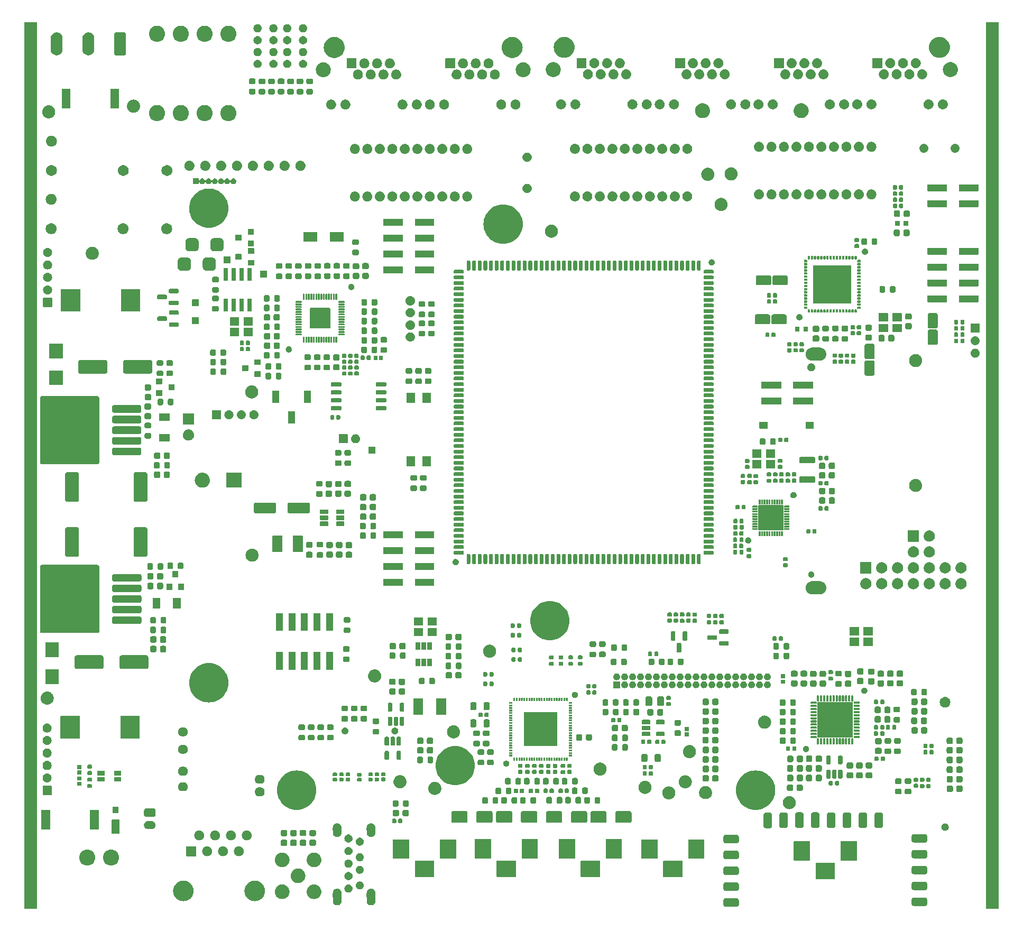
<source format=gts>
G04 #@! TF.GenerationSoftware,KiCad,Pcbnew,8.0.0-rc1*
G04 #@! TF.CreationDate,2024-01-18T13:04:09+03:00*
G04 #@! TF.ProjectId,MXVR_3566,4d585652-5f33-4353-9636-2e6b69636164,REV1*
G04 #@! TF.SameCoordinates,Original*
G04 #@! TF.FileFunction,Soldermask,Top*
G04 #@! TF.FilePolarity,Negative*
%FSLAX46Y46*%
G04 Gerber Fmt 4.6, Leading zero omitted, Abs format (unit mm)*
G04 Created by KiCad (PCBNEW 8.0.0-rc1) date 2024-01-18 13:04:09*
%MOMM*%
%LPD*%
G01*
G04 APERTURE LIST*
G04 APERTURE END LIST*
G36*
X49470913Y-25549086D02*
G01*
X49475000Y-25558951D01*
X49475000Y-167541048D01*
X49470913Y-167550913D01*
X49461049Y-167555000D01*
X47478951Y-167555000D01*
X47469086Y-167550913D01*
X47465000Y-167541050D01*
X47474999Y-25558949D01*
X47479086Y-25549085D01*
X47488950Y-25545000D01*
X49461049Y-25545000D01*
X49470913Y-25549086D01*
G37*
G36*
X203470908Y-25549081D02*
G01*
X203475000Y-25558820D01*
X203475000Y-167531048D01*
X203470888Y-167540974D01*
X203461132Y-167545044D01*
X201478975Y-167554955D01*
X201469091Y-167550918D01*
X201465000Y-167541179D01*
X201465000Y-25568951D01*
X201469111Y-25559025D01*
X201478867Y-25554955D01*
X203461024Y-25545044D01*
X203470908Y-25549081D01*
G37*
G36*
X161634120Y-165869112D02*
G01*
X161639796Y-165871887D01*
X161642555Y-165872324D01*
X161686694Y-165894813D01*
X161741621Y-165921666D01*
X161826234Y-166006279D01*
X161853097Y-166061229D01*
X161875575Y-166105344D01*
X161876011Y-166108100D01*
X161878788Y-166113780D01*
X161893900Y-166217500D01*
X161893900Y-166842500D01*
X161878788Y-166946220D01*
X161876011Y-166951899D01*
X161875575Y-166954655D01*
X161853109Y-166998745D01*
X161826234Y-167053721D01*
X161741621Y-167138334D01*
X161686645Y-167165209D01*
X161642555Y-167187675D01*
X161639799Y-167188111D01*
X161634120Y-167190888D01*
X161530400Y-167206000D01*
X159755400Y-167206000D01*
X159651680Y-167190888D01*
X159646000Y-167188111D01*
X159643244Y-167187675D01*
X159599129Y-167165197D01*
X159544179Y-167138334D01*
X159459566Y-167053721D01*
X159432713Y-166998794D01*
X159410224Y-166954655D01*
X159409787Y-166951896D01*
X159407012Y-166946220D01*
X159391900Y-166842500D01*
X159391900Y-166217500D01*
X159407012Y-166113780D01*
X159409786Y-166108103D01*
X159410224Y-166105344D01*
X159432726Y-166061181D01*
X159459566Y-166006279D01*
X159544179Y-165921666D01*
X159599081Y-165894826D01*
X159643244Y-165872324D01*
X159646003Y-165871886D01*
X159651680Y-165869112D01*
X159755400Y-165854000D01*
X161530400Y-165854000D01*
X161634120Y-165869112D01*
G37*
G36*
X191794120Y-165754112D02*
G01*
X191799796Y-165756887D01*
X191802555Y-165757324D01*
X191846694Y-165779813D01*
X191901621Y-165806666D01*
X191986234Y-165891279D01*
X192013097Y-165946229D01*
X192035575Y-165990344D01*
X192036011Y-165993100D01*
X192038788Y-165998780D01*
X192053900Y-166102500D01*
X192053900Y-166727500D01*
X192038788Y-166831220D01*
X192036011Y-166836899D01*
X192035575Y-166839655D01*
X192013109Y-166883745D01*
X191986234Y-166938721D01*
X191901621Y-167023334D01*
X191846645Y-167050209D01*
X191802555Y-167072675D01*
X191799799Y-167073111D01*
X191794120Y-167075888D01*
X191690400Y-167091000D01*
X189915400Y-167091000D01*
X189811680Y-167075888D01*
X189806000Y-167073111D01*
X189803244Y-167072675D01*
X189759129Y-167050197D01*
X189704179Y-167023334D01*
X189619566Y-166938721D01*
X189592713Y-166883794D01*
X189570224Y-166839655D01*
X189569787Y-166836896D01*
X189567012Y-166831220D01*
X189551900Y-166727500D01*
X189551900Y-166102500D01*
X189567012Y-165998780D01*
X189569786Y-165993103D01*
X189570224Y-165990344D01*
X189592726Y-165946181D01*
X189619566Y-165891279D01*
X189704179Y-165806666D01*
X189759081Y-165779826D01*
X189803244Y-165757324D01*
X189806003Y-165756886D01*
X189811680Y-165754112D01*
X189915400Y-165739000D01*
X191690400Y-165739000D01*
X191794120Y-165754112D01*
G37*
G36*
X97763490Y-164329185D02*
G01*
X97890449Y-164381773D01*
X98004710Y-164458120D01*
X98101880Y-164555290D01*
X98178227Y-164669551D01*
X98230815Y-164796510D01*
X98257624Y-164931290D01*
X98261000Y-166300000D01*
X98257624Y-166368710D01*
X98230815Y-166503490D01*
X98178227Y-166630449D01*
X98101880Y-166744710D01*
X98004710Y-166841880D01*
X97890449Y-166918227D01*
X97763490Y-166970815D01*
X97628710Y-166997624D01*
X97491290Y-166997624D01*
X97356510Y-166970815D01*
X97229551Y-166918227D01*
X97115290Y-166841880D01*
X97018120Y-166744710D01*
X96941773Y-166630449D01*
X96889185Y-166503490D01*
X96862376Y-166368710D01*
X96859000Y-165000000D01*
X96862376Y-164931290D01*
X96889185Y-164796510D01*
X96941773Y-164669551D01*
X97018120Y-164555290D01*
X97115290Y-164458120D01*
X97229551Y-164381773D01*
X97356510Y-164329185D01*
X97491290Y-164302376D01*
X97628710Y-164302376D01*
X97763490Y-164329185D01*
G37*
G36*
X103183490Y-164329185D02*
G01*
X103310449Y-164381773D01*
X103424710Y-164458120D01*
X103521880Y-164555290D01*
X103598227Y-164669551D01*
X103650815Y-164796510D01*
X103677624Y-164931290D01*
X103681000Y-166300000D01*
X103677624Y-166368710D01*
X103650815Y-166503490D01*
X103598227Y-166630449D01*
X103521880Y-166744710D01*
X103424710Y-166841880D01*
X103310449Y-166918227D01*
X103183490Y-166970815D01*
X103048710Y-166997624D01*
X102911290Y-166997624D01*
X102776510Y-166970815D01*
X102649551Y-166918227D01*
X102535290Y-166841880D01*
X102438120Y-166744710D01*
X102361773Y-166630449D01*
X102309185Y-166503490D01*
X102282376Y-166368710D01*
X102279000Y-165000000D01*
X102282376Y-164931290D01*
X102309185Y-164796510D01*
X102361773Y-164669551D01*
X102438120Y-164555290D01*
X102535290Y-164458120D01*
X102649551Y-164381773D01*
X102776510Y-164329185D01*
X102911290Y-164302376D01*
X103048710Y-164302376D01*
X103183490Y-164329185D01*
G37*
G36*
X72987751Y-163028742D02*
G01*
X73050872Y-163028742D01*
X73119850Y-163039138D01*
X73185773Y-163044327D01*
X73238906Y-163057083D01*
X73294849Y-163065515D01*
X73367947Y-163088063D01*
X73437687Y-163104806D01*
X73482784Y-163123485D01*
X73530632Y-163138245D01*
X73605748Y-163174419D01*
X73677038Y-163203948D01*
X73713631Y-163226372D01*
X73752937Y-163245301D01*
X73827700Y-163296274D01*
X73897933Y-163339313D01*
X73926057Y-163363333D01*
X73956802Y-163384295D01*
X74028589Y-163450904D01*
X74094933Y-163507567D01*
X74115079Y-163531155D01*
X74137676Y-163552122D01*
X74203741Y-163634965D01*
X74263187Y-163704567D01*
X74276260Y-163725901D01*
X74291517Y-163745032D01*
X74349050Y-163844683D01*
X74398552Y-163925462D01*
X74405823Y-163943016D01*
X74414885Y-163958712D01*
X74461115Y-164076504D01*
X74497694Y-164164813D01*
X74500717Y-164177408D01*
X74505029Y-164188393D01*
X74537315Y-164329850D01*
X74558173Y-164416727D01*
X74558714Y-164423601D01*
X74559935Y-164428951D01*
X74575846Y-164641288D01*
X74578500Y-164675000D01*
X74575846Y-164708714D01*
X74559935Y-164921048D01*
X74558714Y-164926396D01*
X74558173Y-164933273D01*
X74537311Y-165020168D01*
X74505029Y-165161606D01*
X74500718Y-165172588D01*
X74497694Y-165185187D01*
X74461108Y-165273513D01*
X74414885Y-165391287D01*
X74405824Y-165406979D01*
X74398552Y-165424538D01*
X74349040Y-165505333D01*
X74291517Y-165604967D01*
X74276263Y-165624094D01*
X74263187Y-165645433D01*
X74203729Y-165715048D01*
X74137676Y-165797877D01*
X74115083Y-165818839D01*
X74094933Y-165842433D01*
X74028576Y-165899107D01*
X73956802Y-165965704D01*
X73926063Y-165986661D01*
X73897933Y-166010687D01*
X73827686Y-166053734D01*
X73752937Y-166104698D01*
X73713638Y-166123622D01*
X73677038Y-166146052D01*
X73605733Y-166175587D01*
X73530632Y-166211754D01*
X73482793Y-166226510D01*
X73437687Y-166245194D01*
X73367932Y-166261940D01*
X73294849Y-166284484D01*
X73238914Y-166292914D01*
X73185773Y-166305673D01*
X73119846Y-166310861D01*
X73050872Y-166321258D01*
X72987751Y-166321258D01*
X72927500Y-166326000D01*
X72867249Y-166321258D01*
X72804128Y-166321258D01*
X72735152Y-166310861D01*
X72669227Y-166305673D01*
X72616086Y-166292915D01*
X72560150Y-166284484D01*
X72487062Y-166261939D01*
X72417313Y-166245194D01*
X72372209Y-166226511D01*
X72324367Y-166211754D01*
X72249261Y-166175585D01*
X72177962Y-166146052D01*
X72141361Y-166123623D01*
X72102063Y-166104698D01*
X72027310Y-166053732D01*
X71957067Y-166010687D01*
X71928940Y-165986664D01*
X71898197Y-165965704D01*
X71826411Y-165899096D01*
X71760067Y-165842433D01*
X71739920Y-165818844D01*
X71717323Y-165797877D01*
X71651255Y-165715030D01*
X71591813Y-165645433D01*
X71578740Y-165624099D01*
X71563482Y-165604967D01*
X71505942Y-165505304D01*
X71456448Y-165424538D01*
X71449177Y-165406985D01*
X71440114Y-165391287D01*
X71393872Y-165273467D01*
X71357306Y-165185187D01*
X71354282Y-165172595D01*
X71349970Y-165161606D01*
X71317668Y-165020083D01*
X71296827Y-164933273D01*
X71296286Y-164926403D01*
X71295064Y-164921048D01*
X71279132Y-164708448D01*
X71276500Y-164675000D01*
X71279132Y-164641553D01*
X71295064Y-164428951D01*
X71296286Y-164423595D01*
X71296827Y-164416727D01*
X71317663Y-164329935D01*
X71349970Y-164188393D01*
X71354283Y-164177402D01*
X71357306Y-164164813D01*
X71393865Y-164076550D01*
X71440114Y-163958712D01*
X71449179Y-163943010D01*
X71456448Y-163925462D01*
X71505932Y-163844711D01*
X71563482Y-163745032D01*
X71578742Y-163725895D01*
X71591813Y-163704567D01*
X71651243Y-163634983D01*
X71717323Y-163552122D01*
X71739924Y-163531150D01*
X71760067Y-163507567D01*
X71826397Y-163450915D01*
X71898197Y-163384295D01*
X71928946Y-163363330D01*
X71957067Y-163339313D01*
X72027295Y-163296276D01*
X72102063Y-163245301D01*
X72141369Y-163226372D01*
X72177962Y-163203948D01*
X72249246Y-163174421D01*
X72324367Y-163138245D01*
X72372218Y-163123484D01*
X72417313Y-163104806D01*
X72487047Y-163088064D01*
X72560150Y-163065515D01*
X72616094Y-163057082D01*
X72669227Y-163044327D01*
X72735148Y-163039138D01*
X72804128Y-163028742D01*
X72867249Y-163028742D01*
X72927500Y-163024000D01*
X72987751Y-163028742D01*
G37*
G36*
X84417751Y-163028742D02*
G01*
X84480872Y-163028742D01*
X84549850Y-163039138D01*
X84615773Y-163044327D01*
X84668906Y-163057083D01*
X84724849Y-163065515D01*
X84797947Y-163088063D01*
X84867687Y-163104806D01*
X84912784Y-163123485D01*
X84960632Y-163138245D01*
X85035748Y-163174419D01*
X85107038Y-163203948D01*
X85143631Y-163226372D01*
X85182937Y-163245301D01*
X85257700Y-163296274D01*
X85327933Y-163339313D01*
X85356057Y-163363333D01*
X85386802Y-163384295D01*
X85458589Y-163450904D01*
X85524933Y-163507567D01*
X85545079Y-163531155D01*
X85567676Y-163552122D01*
X85633741Y-163634965D01*
X85693187Y-163704567D01*
X85706260Y-163725901D01*
X85721517Y-163745032D01*
X85779050Y-163844683D01*
X85828552Y-163925462D01*
X85835823Y-163943016D01*
X85844885Y-163958712D01*
X85891115Y-164076504D01*
X85927694Y-164164813D01*
X85930717Y-164177408D01*
X85935029Y-164188393D01*
X85967315Y-164329850D01*
X85988173Y-164416727D01*
X85988714Y-164423601D01*
X85989935Y-164428951D01*
X86005846Y-164641288D01*
X86008500Y-164675000D01*
X86005846Y-164708714D01*
X85989935Y-164921048D01*
X85988714Y-164926396D01*
X85988173Y-164933273D01*
X85967311Y-165020168D01*
X85935029Y-165161606D01*
X85930718Y-165172588D01*
X85927694Y-165185187D01*
X85891108Y-165273513D01*
X85844885Y-165391287D01*
X85835824Y-165406979D01*
X85828552Y-165424538D01*
X85779040Y-165505333D01*
X85721517Y-165604967D01*
X85706263Y-165624094D01*
X85693187Y-165645433D01*
X85633729Y-165715048D01*
X85567676Y-165797877D01*
X85545083Y-165818839D01*
X85524933Y-165842433D01*
X85458576Y-165899107D01*
X85386802Y-165965704D01*
X85356063Y-165986661D01*
X85327933Y-166010687D01*
X85257686Y-166053734D01*
X85182937Y-166104698D01*
X85143638Y-166123622D01*
X85107038Y-166146052D01*
X85035733Y-166175587D01*
X84960632Y-166211754D01*
X84912793Y-166226510D01*
X84867687Y-166245194D01*
X84797932Y-166261940D01*
X84724849Y-166284484D01*
X84668914Y-166292914D01*
X84615773Y-166305673D01*
X84549846Y-166310861D01*
X84480872Y-166321258D01*
X84417751Y-166321258D01*
X84357500Y-166326000D01*
X84297249Y-166321258D01*
X84234128Y-166321258D01*
X84165152Y-166310861D01*
X84099227Y-166305673D01*
X84046086Y-166292915D01*
X83990150Y-166284484D01*
X83917062Y-166261939D01*
X83847313Y-166245194D01*
X83802209Y-166226511D01*
X83754367Y-166211754D01*
X83679261Y-166175585D01*
X83607962Y-166146052D01*
X83571361Y-166123623D01*
X83532063Y-166104698D01*
X83457310Y-166053732D01*
X83387067Y-166010687D01*
X83358940Y-165986664D01*
X83328197Y-165965704D01*
X83256411Y-165899096D01*
X83190067Y-165842433D01*
X83169920Y-165818844D01*
X83147323Y-165797877D01*
X83081255Y-165715030D01*
X83021813Y-165645433D01*
X83008740Y-165624099D01*
X82993482Y-165604967D01*
X82935942Y-165505304D01*
X82886448Y-165424538D01*
X82879177Y-165406985D01*
X82870114Y-165391287D01*
X82823872Y-165273467D01*
X82787306Y-165185187D01*
X82784282Y-165172595D01*
X82779970Y-165161606D01*
X82747668Y-165020083D01*
X82726827Y-164933273D01*
X82726286Y-164926403D01*
X82725064Y-164921048D01*
X82709132Y-164708448D01*
X82706500Y-164675000D01*
X82709132Y-164641553D01*
X82725064Y-164428951D01*
X82726286Y-164423595D01*
X82726827Y-164416727D01*
X82747663Y-164329935D01*
X82779970Y-164188393D01*
X82784283Y-164177402D01*
X82787306Y-164164813D01*
X82823865Y-164076550D01*
X82870114Y-163958712D01*
X82879179Y-163943010D01*
X82886448Y-163925462D01*
X82935932Y-163844711D01*
X82993482Y-163745032D01*
X83008742Y-163725895D01*
X83021813Y-163704567D01*
X83081243Y-163634983D01*
X83147323Y-163552122D01*
X83169924Y-163531150D01*
X83190067Y-163507567D01*
X83256397Y-163450915D01*
X83328197Y-163384295D01*
X83358946Y-163363330D01*
X83387067Y-163339313D01*
X83457295Y-163296276D01*
X83532063Y-163245301D01*
X83571369Y-163226372D01*
X83607962Y-163203948D01*
X83679246Y-163174421D01*
X83754367Y-163138245D01*
X83802218Y-163123484D01*
X83847313Y-163104806D01*
X83917047Y-163088064D01*
X83990150Y-163065515D01*
X84046094Y-163057082D01*
X84099227Y-163044327D01*
X84165148Y-163039138D01*
X84234128Y-163028742D01*
X84297249Y-163028742D01*
X84357500Y-163024000D01*
X84417751Y-163028742D01*
G37*
G36*
X88805380Y-163639017D02*
G01*
X88858508Y-163639017D01*
X88905247Y-163647754D01*
X88954180Y-163652035D01*
X89014240Y-163668128D01*
X89071828Y-163678893D01*
X89110885Y-163694024D01*
X89152158Y-163705083D01*
X89214640Y-163734219D01*
X89274188Y-163757288D01*
X89304924Y-163776319D01*
X89337915Y-163791703D01*
X89400148Y-163835279D01*
X89458698Y-163871532D01*
X89481141Y-163891991D01*
X89505807Y-163909263D01*
X89564808Y-163968264D01*
X89619074Y-164017734D01*
X89633866Y-164037322D01*
X89650736Y-164054192D01*
X89703358Y-164129344D01*
X89749855Y-164190916D01*
X89758185Y-164207645D01*
X89768296Y-164222085D01*
X89811354Y-164314422D01*
X89846587Y-164385180D01*
X89850089Y-164397491D01*
X89854916Y-164407841D01*
X89885330Y-164521348D01*
X89905976Y-164593911D01*
X89906611Y-164600772D01*
X89907964Y-164605819D01*
X89922904Y-164776598D01*
X89926000Y-164810000D01*
X89922904Y-164843404D01*
X89907964Y-165014180D01*
X89906611Y-165019225D01*
X89905976Y-165026089D01*
X89885325Y-165098667D01*
X89854916Y-165212158D01*
X89850090Y-165222506D01*
X89846587Y-165234820D01*
X89811350Y-165305584D01*
X89768296Y-165397915D01*
X89758185Y-165412354D01*
X89749855Y-165429084D01*
X89703353Y-165490662D01*
X89650736Y-165565807D01*
X89633869Y-165582673D01*
X89619074Y-165602266D01*
X89564796Y-165651746D01*
X89505807Y-165710736D01*
X89481146Y-165728003D01*
X89458698Y-165748468D01*
X89400135Y-165784728D01*
X89337915Y-165828296D01*
X89304930Y-165843676D01*
X89274188Y-165862712D01*
X89214627Y-165885785D01*
X89152158Y-165914916D01*
X89110894Y-165925972D01*
X89071828Y-165941107D01*
X89014228Y-165951874D01*
X88954180Y-165967964D01*
X88905257Y-165972244D01*
X88858508Y-165980983D01*
X88805369Y-165980983D01*
X88750000Y-165985827D01*
X88694631Y-165980983D01*
X88641492Y-165980983D01*
X88594742Y-165972244D01*
X88545819Y-165967964D01*
X88485768Y-165951873D01*
X88428172Y-165941107D01*
X88389107Y-165925973D01*
X88347841Y-165914916D01*
X88285366Y-165885783D01*
X88225812Y-165862712D01*
X88195072Y-165843678D01*
X88162084Y-165828296D01*
X88099855Y-165784722D01*
X88041302Y-165748468D01*
X88018857Y-165728006D01*
X87994192Y-165710736D01*
X87935191Y-165651735D01*
X87880926Y-165602266D01*
X87866133Y-165582677D01*
X87849263Y-165565807D01*
X87796632Y-165490643D01*
X87750145Y-165429084D01*
X87741817Y-165412359D01*
X87731703Y-165397915D01*
X87688633Y-165305552D01*
X87653413Y-165234820D01*
X87649910Y-165222511D01*
X87645083Y-165212158D01*
X87614657Y-165098607D01*
X87594024Y-165026089D01*
X87593388Y-165019231D01*
X87592035Y-165014180D01*
X87577077Y-164843211D01*
X87574000Y-164810000D01*
X87577077Y-164776791D01*
X87592035Y-164605819D01*
X87593388Y-164600766D01*
X87594024Y-164593911D01*
X87614652Y-164521408D01*
X87645083Y-164407841D01*
X87649911Y-164397486D01*
X87653413Y-164385180D01*
X87688630Y-164314454D01*
X87731703Y-164222085D01*
X87741817Y-164207640D01*
X87750145Y-164190916D01*
X87796627Y-164129363D01*
X87849263Y-164054192D01*
X87866136Y-164037318D01*
X87880926Y-164017734D01*
X87935180Y-163968274D01*
X87994192Y-163909263D01*
X88018861Y-163891989D01*
X88041302Y-163871532D01*
X88099848Y-163835281D01*
X88162085Y-163791703D01*
X88195076Y-163776318D01*
X88225812Y-163757288D01*
X88285355Y-163734220D01*
X88347841Y-163705083D01*
X88389116Y-163694023D01*
X88428172Y-163678893D01*
X88485756Y-163668128D01*
X88545819Y-163652035D01*
X88594752Y-163647753D01*
X88641492Y-163639017D01*
X88694620Y-163639017D01*
X88750000Y-163634172D01*
X88805380Y-163639017D01*
G37*
G36*
X93905380Y-163639017D02*
G01*
X93958508Y-163639017D01*
X94005247Y-163647754D01*
X94054180Y-163652035D01*
X94114240Y-163668128D01*
X94171828Y-163678893D01*
X94210885Y-163694024D01*
X94252158Y-163705083D01*
X94314640Y-163734219D01*
X94374188Y-163757288D01*
X94404924Y-163776319D01*
X94437915Y-163791703D01*
X94500148Y-163835279D01*
X94558698Y-163871532D01*
X94581141Y-163891991D01*
X94605807Y-163909263D01*
X94664808Y-163968264D01*
X94719074Y-164017734D01*
X94733866Y-164037322D01*
X94750736Y-164054192D01*
X94803358Y-164129344D01*
X94849855Y-164190916D01*
X94858185Y-164207645D01*
X94868296Y-164222085D01*
X94911354Y-164314422D01*
X94946587Y-164385180D01*
X94950089Y-164397491D01*
X94954916Y-164407841D01*
X94985330Y-164521348D01*
X95005976Y-164593911D01*
X95006611Y-164600772D01*
X95007964Y-164605819D01*
X95022904Y-164776598D01*
X95026000Y-164810000D01*
X95022904Y-164843404D01*
X95007964Y-165014180D01*
X95006611Y-165019225D01*
X95005976Y-165026089D01*
X94985325Y-165098667D01*
X94954916Y-165212158D01*
X94950090Y-165222506D01*
X94946587Y-165234820D01*
X94911350Y-165305584D01*
X94868296Y-165397915D01*
X94858185Y-165412354D01*
X94849855Y-165429084D01*
X94803353Y-165490662D01*
X94750736Y-165565807D01*
X94733869Y-165582673D01*
X94719074Y-165602266D01*
X94664796Y-165651746D01*
X94605807Y-165710736D01*
X94581146Y-165728003D01*
X94558698Y-165748468D01*
X94500135Y-165784728D01*
X94437915Y-165828296D01*
X94404930Y-165843676D01*
X94374188Y-165862712D01*
X94314627Y-165885785D01*
X94252158Y-165914916D01*
X94210894Y-165925972D01*
X94171828Y-165941107D01*
X94114228Y-165951874D01*
X94054180Y-165967964D01*
X94005257Y-165972244D01*
X93958508Y-165980983D01*
X93905369Y-165980983D01*
X93850000Y-165985827D01*
X93794631Y-165980983D01*
X93741492Y-165980983D01*
X93694742Y-165972244D01*
X93645819Y-165967964D01*
X93585768Y-165951873D01*
X93528172Y-165941107D01*
X93489107Y-165925973D01*
X93447841Y-165914916D01*
X93385366Y-165885783D01*
X93325812Y-165862712D01*
X93295072Y-165843678D01*
X93262084Y-165828296D01*
X93199855Y-165784722D01*
X93141302Y-165748468D01*
X93118857Y-165728006D01*
X93094192Y-165710736D01*
X93035191Y-165651735D01*
X92980926Y-165602266D01*
X92966133Y-165582677D01*
X92949263Y-165565807D01*
X92896632Y-165490643D01*
X92850145Y-165429084D01*
X92841817Y-165412359D01*
X92831703Y-165397915D01*
X92788633Y-165305552D01*
X92753413Y-165234820D01*
X92749910Y-165222511D01*
X92745083Y-165212158D01*
X92714657Y-165098607D01*
X92694024Y-165026089D01*
X92693388Y-165019231D01*
X92692035Y-165014180D01*
X92677077Y-164843211D01*
X92674000Y-164810000D01*
X92677077Y-164776791D01*
X92692035Y-164605819D01*
X92693388Y-164600766D01*
X92694024Y-164593911D01*
X92714652Y-164521408D01*
X92745083Y-164407841D01*
X92749911Y-164397486D01*
X92753413Y-164385180D01*
X92788630Y-164314454D01*
X92831703Y-164222085D01*
X92841817Y-164207640D01*
X92850145Y-164190916D01*
X92896627Y-164129363D01*
X92949263Y-164054192D01*
X92966136Y-164037318D01*
X92980926Y-164017734D01*
X93035180Y-163968274D01*
X93094192Y-163909263D01*
X93118861Y-163891989D01*
X93141302Y-163871532D01*
X93199848Y-163835281D01*
X93262085Y-163791703D01*
X93295076Y-163776318D01*
X93325812Y-163757288D01*
X93385355Y-163734220D01*
X93447841Y-163705083D01*
X93489116Y-163694023D01*
X93528172Y-163678893D01*
X93585756Y-163668128D01*
X93645819Y-163652035D01*
X93694752Y-163647753D01*
X93741492Y-163639017D01*
X93794620Y-163639017D01*
X93850000Y-163634172D01*
X93905380Y-163639017D01*
G37*
G36*
X99600848Y-163691304D02*
G01*
X99739810Y-163764238D01*
X99857280Y-163868307D01*
X99946432Y-163997465D01*
X100002083Y-164144206D01*
X100021000Y-164300000D01*
X100002083Y-164455794D01*
X99946432Y-164602535D01*
X99857280Y-164731693D01*
X99739810Y-164835762D01*
X99600848Y-164908696D01*
X99448469Y-164946253D01*
X99291531Y-164946253D01*
X99139152Y-164908696D01*
X99000190Y-164835762D01*
X98882720Y-164731693D01*
X98793568Y-164602535D01*
X98737917Y-164455794D01*
X98719000Y-164300000D01*
X98737917Y-164144206D01*
X98793568Y-163997465D01*
X98882720Y-163868307D01*
X99000190Y-163764238D01*
X99139152Y-163691304D01*
X99291531Y-163653747D01*
X99448469Y-163653747D01*
X99600848Y-163691304D01*
G37*
G36*
X161634120Y-163329112D02*
G01*
X161639796Y-163331887D01*
X161642555Y-163332324D01*
X161686694Y-163354813D01*
X161741621Y-163381666D01*
X161826234Y-163466279D01*
X161853097Y-163521229D01*
X161875575Y-163565344D01*
X161876011Y-163568100D01*
X161878788Y-163573780D01*
X161893900Y-163677500D01*
X161893900Y-164302500D01*
X161878788Y-164406220D01*
X161876011Y-164411899D01*
X161875575Y-164414655D01*
X161853109Y-164458745D01*
X161826234Y-164513721D01*
X161741621Y-164598334D01*
X161686645Y-164625209D01*
X161642555Y-164647675D01*
X161639799Y-164648111D01*
X161634120Y-164650888D01*
X161530400Y-164666000D01*
X159755400Y-164666000D01*
X159651680Y-164650888D01*
X159646000Y-164648111D01*
X159643244Y-164647675D01*
X159599129Y-164625197D01*
X159544179Y-164598334D01*
X159459566Y-164513721D01*
X159432713Y-164458794D01*
X159410224Y-164414655D01*
X159409787Y-164411896D01*
X159407012Y-164406220D01*
X159391900Y-164302500D01*
X159391900Y-163677500D01*
X159407012Y-163573780D01*
X159409786Y-163568103D01*
X159410224Y-163565344D01*
X159432726Y-163521181D01*
X159459566Y-163466279D01*
X159544179Y-163381666D01*
X159599081Y-163354826D01*
X159643244Y-163332324D01*
X159646003Y-163331886D01*
X159651680Y-163329112D01*
X159755400Y-163314000D01*
X161530400Y-163314000D01*
X161634120Y-163329112D01*
G37*
G36*
X191794120Y-163214112D02*
G01*
X191799796Y-163216887D01*
X191802555Y-163217324D01*
X191846694Y-163239813D01*
X191901621Y-163266666D01*
X191986234Y-163351279D01*
X192013097Y-163406229D01*
X192035575Y-163450344D01*
X192036011Y-163453100D01*
X192038788Y-163458780D01*
X192053900Y-163562500D01*
X192053900Y-164187500D01*
X192038788Y-164291220D01*
X192036011Y-164296899D01*
X192035575Y-164299655D01*
X192013109Y-164343745D01*
X191986234Y-164398721D01*
X191901621Y-164483334D01*
X191846645Y-164510209D01*
X191802555Y-164532675D01*
X191799799Y-164533111D01*
X191794120Y-164535888D01*
X191690400Y-164551000D01*
X189915400Y-164551000D01*
X189811680Y-164535888D01*
X189806000Y-164533111D01*
X189803244Y-164532675D01*
X189759129Y-164510197D01*
X189704179Y-164483334D01*
X189619566Y-164398721D01*
X189592713Y-164343794D01*
X189570224Y-164299655D01*
X189569787Y-164296896D01*
X189567012Y-164291220D01*
X189551900Y-164187500D01*
X189551900Y-163562500D01*
X189567012Y-163458780D01*
X189569786Y-163453103D01*
X189570224Y-163450344D01*
X189592726Y-163406181D01*
X189619566Y-163351279D01*
X189704179Y-163266666D01*
X189759081Y-163239826D01*
X189803244Y-163217324D01*
X189806003Y-163216886D01*
X189811680Y-163214112D01*
X189915400Y-163199000D01*
X191690400Y-163199000D01*
X191794120Y-163214112D01*
G37*
G36*
X101400848Y-163191304D02*
G01*
X101539810Y-163264238D01*
X101657280Y-163368307D01*
X101746432Y-163497465D01*
X101802083Y-163644206D01*
X101821000Y-163800000D01*
X101802083Y-163955794D01*
X101746432Y-164102535D01*
X101657280Y-164231693D01*
X101539810Y-164335762D01*
X101400848Y-164408696D01*
X101248469Y-164446253D01*
X101091531Y-164446253D01*
X100939152Y-164408696D01*
X100800190Y-164335762D01*
X100682720Y-164231693D01*
X100593568Y-164102535D01*
X100537917Y-163955794D01*
X100519000Y-163800000D01*
X100537917Y-163644206D01*
X100593568Y-163497465D01*
X100682720Y-163368307D01*
X100800190Y-163264238D01*
X100939152Y-163191304D01*
X101091531Y-163153747D01*
X101248469Y-163153747D01*
X101400848Y-163191304D01*
G37*
G36*
X91355380Y-161089017D02*
G01*
X91408508Y-161089017D01*
X91455247Y-161097754D01*
X91504180Y-161102035D01*
X91564240Y-161118128D01*
X91621828Y-161128893D01*
X91660885Y-161144024D01*
X91702158Y-161155083D01*
X91764640Y-161184219D01*
X91824188Y-161207288D01*
X91854924Y-161226319D01*
X91887915Y-161241703D01*
X91950148Y-161285279D01*
X92008698Y-161321532D01*
X92031141Y-161341991D01*
X92055807Y-161359263D01*
X92114808Y-161418264D01*
X92169074Y-161467734D01*
X92183866Y-161487322D01*
X92200736Y-161504192D01*
X92253358Y-161579344D01*
X92299855Y-161640916D01*
X92308185Y-161657645D01*
X92318296Y-161672085D01*
X92361354Y-161764422D01*
X92396587Y-161835180D01*
X92400089Y-161847491D01*
X92404916Y-161857841D01*
X92435330Y-161971348D01*
X92455976Y-162043911D01*
X92456611Y-162050772D01*
X92457964Y-162055819D01*
X92472904Y-162226598D01*
X92476000Y-162260000D01*
X92472904Y-162293404D01*
X92457964Y-162464180D01*
X92456611Y-162469225D01*
X92455976Y-162476089D01*
X92435325Y-162548667D01*
X92404916Y-162662158D01*
X92400090Y-162672506D01*
X92396587Y-162684820D01*
X92361350Y-162755584D01*
X92318296Y-162847915D01*
X92308185Y-162862354D01*
X92299855Y-162879084D01*
X92253353Y-162940662D01*
X92200736Y-163015807D01*
X92183869Y-163032673D01*
X92169074Y-163052266D01*
X92114796Y-163101746D01*
X92055807Y-163160736D01*
X92031146Y-163178003D01*
X92008698Y-163198468D01*
X91950135Y-163234728D01*
X91887915Y-163278296D01*
X91854930Y-163293676D01*
X91824188Y-163312712D01*
X91764627Y-163335785D01*
X91702158Y-163364916D01*
X91660894Y-163375972D01*
X91621828Y-163391107D01*
X91564228Y-163401874D01*
X91504180Y-163417964D01*
X91455257Y-163422244D01*
X91408508Y-163430983D01*
X91355369Y-163430983D01*
X91300000Y-163435827D01*
X91244631Y-163430983D01*
X91191492Y-163430983D01*
X91144742Y-163422244D01*
X91095819Y-163417964D01*
X91035768Y-163401873D01*
X90978172Y-163391107D01*
X90939107Y-163375973D01*
X90897841Y-163364916D01*
X90835366Y-163335783D01*
X90775812Y-163312712D01*
X90745072Y-163293678D01*
X90712084Y-163278296D01*
X90649855Y-163234722D01*
X90591302Y-163198468D01*
X90568857Y-163178006D01*
X90544192Y-163160736D01*
X90485191Y-163101735D01*
X90430926Y-163052266D01*
X90416133Y-163032677D01*
X90399263Y-163015807D01*
X90346632Y-162940643D01*
X90300145Y-162879084D01*
X90291817Y-162862359D01*
X90281703Y-162847915D01*
X90238633Y-162755552D01*
X90203413Y-162684820D01*
X90199910Y-162672511D01*
X90195083Y-162662158D01*
X90164657Y-162548607D01*
X90144024Y-162476089D01*
X90143388Y-162469231D01*
X90142035Y-162464180D01*
X90127077Y-162293211D01*
X90124000Y-162260000D01*
X90127077Y-162226791D01*
X90142035Y-162055819D01*
X90143388Y-162050766D01*
X90144024Y-162043911D01*
X90164652Y-161971408D01*
X90195083Y-161857841D01*
X90199911Y-161847486D01*
X90203413Y-161835180D01*
X90238630Y-161764454D01*
X90281703Y-161672085D01*
X90291817Y-161657640D01*
X90300145Y-161640916D01*
X90346627Y-161579363D01*
X90399263Y-161504192D01*
X90416136Y-161487318D01*
X90430926Y-161467734D01*
X90485180Y-161418274D01*
X90544192Y-161359263D01*
X90568861Y-161341989D01*
X90591302Y-161321532D01*
X90649848Y-161285281D01*
X90712085Y-161241703D01*
X90745076Y-161226318D01*
X90775812Y-161207288D01*
X90835355Y-161184220D01*
X90897841Y-161155083D01*
X90939116Y-161144023D01*
X90978172Y-161128893D01*
X91035756Y-161118128D01*
X91095819Y-161102035D01*
X91144752Y-161097753D01*
X91191492Y-161089017D01*
X91244620Y-161089017D01*
X91300000Y-161084172D01*
X91355380Y-161089017D01*
G37*
G36*
X99600848Y-161691304D02*
G01*
X99739810Y-161764238D01*
X99857280Y-161868307D01*
X99946432Y-161997465D01*
X100002083Y-162144206D01*
X100021000Y-162300000D01*
X100002083Y-162455794D01*
X99946432Y-162602535D01*
X99857280Y-162731693D01*
X99739810Y-162835762D01*
X99600848Y-162908696D01*
X99448469Y-162946253D01*
X99291531Y-162946253D01*
X99139152Y-162908696D01*
X99000190Y-162835762D01*
X98882720Y-162731693D01*
X98793568Y-162602535D01*
X98737917Y-162455794D01*
X98719000Y-162300000D01*
X98737917Y-162144206D01*
X98793568Y-161997465D01*
X98882720Y-161868307D01*
X99000190Y-161764238D01*
X99139152Y-161691304D01*
X99291531Y-161653747D01*
X99448469Y-161653747D01*
X99600848Y-161691304D01*
G37*
G36*
X177259517Y-160172882D02*
G01*
X177276062Y-160183938D01*
X177287118Y-160200483D01*
X177291000Y-160220000D01*
X177291000Y-162720000D01*
X177287118Y-162739517D01*
X177276062Y-162756062D01*
X177259517Y-162767118D01*
X177240000Y-162771000D01*
X174240000Y-162771000D01*
X174220483Y-162767118D01*
X174203938Y-162756062D01*
X174192882Y-162739517D01*
X174189000Y-162720000D01*
X174189000Y-160220000D01*
X174192882Y-160200483D01*
X174203938Y-160183938D01*
X174220483Y-160172882D01*
X174240000Y-160169000D01*
X177240000Y-160169000D01*
X177259517Y-160172882D01*
G37*
G36*
X152839517Y-159882882D02*
G01*
X152856062Y-159893938D01*
X152867118Y-159910483D01*
X152871000Y-159930000D01*
X152871000Y-162430000D01*
X152867118Y-162449517D01*
X152856062Y-162466062D01*
X152839517Y-162477118D01*
X152820000Y-162481000D01*
X149820000Y-162481000D01*
X149800483Y-162477118D01*
X149783938Y-162466062D01*
X149772882Y-162449517D01*
X149769000Y-162430000D01*
X149769000Y-159930000D01*
X149772882Y-159910483D01*
X149783938Y-159893938D01*
X149800483Y-159882882D01*
X149820000Y-159879000D01*
X152820000Y-159879000D01*
X152839517Y-159882882D01*
G37*
G36*
X113079517Y-159872882D02*
G01*
X113096062Y-159883938D01*
X113107118Y-159900483D01*
X113111000Y-159920000D01*
X113111000Y-162420000D01*
X113107118Y-162439517D01*
X113096062Y-162456062D01*
X113079517Y-162467118D01*
X113060000Y-162471000D01*
X110060000Y-162471000D01*
X110040483Y-162467118D01*
X110023938Y-162456062D01*
X110012882Y-162439517D01*
X110009000Y-162420000D01*
X110009000Y-159920000D01*
X110012882Y-159900483D01*
X110023938Y-159883938D01*
X110040483Y-159872882D01*
X110060000Y-159869000D01*
X113060000Y-159869000D01*
X113079517Y-159872882D01*
G37*
G36*
X126169517Y-159842882D02*
G01*
X126186062Y-159853938D01*
X126197118Y-159870483D01*
X126201000Y-159890000D01*
X126201000Y-162390000D01*
X126197118Y-162409517D01*
X126186062Y-162426062D01*
X126169517Y-162437118D01*
X126150000Y-162441000D01*
X123150000Y-162441000D01*
X123130483Y-162437118D01*
X123113938Y-162426062D01*
X123102882Y-162409517D01*
X123099000Y-162390000D01*
X123099000Y-159890000D01*
X123102882Y-159870483D01*
X123113938Y-159853938D01*
X123130483Y-159842882D01*
X123150000Y-159839000D01*
X126150000Y-159839000D01*
X126169517Y-159842882D01*
G37*
G36*
X139639517Y-159842882D02*
G01*
X139656062Y-159853938D01*
X139667118Y-159870483D01*
X139671000Y-159890000D01*
X139671000Y-162390000D01*
X139667118Y-162409517D01*
X139656062Y-162426062D01*
X139639517Y-162437118D01*
X139620000Y-162441000D01*
X136620000Y-162441000D01*
X136600483Y-162437118D01*
X136583938Y-162426062D01*
X136572882Y-162409517D01*
X136569000Y-162390000D01*
X136569000Y-159890000D01*
X136572882Y-159870483D01*
X136583938Y-159853938D01*
X136600483Y-159842882D01*
X136620000Y-159839000D01*
X139620000Y-159839000D01*
X139639517Y-159842882D01*
G37*
G36*
X161634120Y-160789112D02*
G01*
X161639796Y-160791887D01*
X161642555Y-160792324D01*
X161686694Y-160814813D01*
X161741621Y-160841666D01*
X161826234Y-160926279D01*
X161853097Y-160981229D01*
X161875575Y-161025344D01*
X161876011Y-161028100D01*
X161878788Y-161033780D01*
X161893900Y-161137500D01*
X161893900Y-161762500D01*
X161878788Y-161866220D01*
X161876011Y-161871899D01*
X161875575Y-161874655D01*
X161853109Y-161918745D01*
X161826234Y-161973721D01*
X161741621Y-162058334D01*
X161686645Y-162085209D01*
X161642555Y-162107675D01*
X161639799Y-162108111D01*
X161634120Y-162110888D01*
X161530400Y-162126000D01*
X159755400Y-162126000D01*
X159651680Y-162110888D01*
X159646000Y-162108111D01*
X159643244Y-162107675D01*
X159599129Y-162085197D01*
X159544179Y-162058334D01*
X159459566Y-161973721D01*
X159432713Y-161918794D01*
X159410224Y-161874655D01*
X159409787Y-161871896D01*
X159407012Y-161866220D01*
X159391900Y-161762500D01*
X159391900Y-161137500D01*
X159407012Y-161033780D01*
X159409786Y-161028103D01*
X159410224Y-161025344D01*
X159432726Y-160981181D01*
X159459566Y-160926279D01*
X159544179Y-160841666D01*
X159599081Y-160814826D01*
X159643244Y-160792324D01*
X159646003Y-160791886D01*
X159651680Y-160789112D01*
X159755400Y-160774000D01*
X161530400Y-160774000D01*
X161634120Y-160789112D01*
G37*
G36*
X191794120Y-160674112D02*
G01*
X191799796Y-160676887D01*
X191802555Y-160677324D01*
X191846694Y-160699813D01*
X191901621Y-160726666D01*
X191986234Y-160811279D01*
X192013097Y-160866229D01*
X192035575Y-160910344D01*
X192036011Y-160913100D01*
X192038788Y-160918780D01*
X192053900Y-161022500D01*
X192053900Y-161647500D01*
X192038788Y-161751220D01*
X192036011Y-161756899D01*
X192035575Y-161759655D01*
X192013109Y-161803745D01*
X191986234Y-161858721D01*
X191901621Y-161943334D01*
X191846645Y-161970209D01*
X191802555Y-161992675D01*
X191799799Y-161993111D01*
X191794120Y-161995888D01*
X191690400Y-162011000D01*
X189915400Y-162011000D01*
X189811680Y-161995888D01*
X189806000Y-161993111D01*
X189803244Y-161992675D01*
X189759129Y-161970197D01*
X189704179Y-161943334D01*
X189619566Y-161858721D01*
X189592713Y-161803794D01*
X189570224Y-161759655D01*
X189569787Y-161756896D01*
X189567012Y-161751220D01*
X189551900Y-161647500D01*
X189551900Y-161022500D01*
X189567012Y-160918780D01*
X189569786Y-160913103D01*
X189570224Y-160910344D01*
X189592726Y-160866181D01*
X189619566Y-160811279D01*
X189704179Y-160726666D01*
X189759081Y-160699826D01*
X189803244Y-160677324D01*
X189806003Y-160676886D01*
X189811680Y-160674112D01*
X189915400Y-160659000D01*
X191690400Y-160659000D01*
X191794120Y-160674112D01*
G37*
G36*
X101400848Y-160691304D02*
G01*
X101539810Y-160764238D01*
X101657280Y-160868307D01*
X101746432Y-160997465D01*
X101802083Y-161144206D01*
X101821000Y-161300000D01*
X101802083Y-161455794D01*
X101746432Y-161602535D01*
X101657280Y-161731693D01*
X101539810Y-161835762D01*
X101400848Y-161908696D01*
X101248469Y-161946253D01*
X101091531Y-161946253D01*
X100939152Y-161908696D01*
X100800190Y-161835762D01*
X100682720Y-161731693D01*
X100593568Y-161602535D01*
X100537917Y-161455794D01*
X100519000Y-161300000D01*
X100537917Y-161144206D01*
X100593568Y-160997465D01*
X100682720Y-160868307D01*
X100800190Y-160764238D01*
X100939152Y-160691304D01*
X101091531Y-160653747D01*
X101248469Y-160653747D01*
X101400848Y-160691304D01*
G37*
G36*
X99600848Y-159691304D02*
G01*
X99739810Y-159764238D01*
X99857280Y-159868307D01*
X99946432Y-159997465D01*
X100002083Y-160144206D01*
X100021000Y-160300000D01*
X100002083Y-160455794D01*
X99946432Y-160602535D01*
X99857280Y-160731693D01*
X99739810Y-160835762D01*
X99600848Y-160908696D01*
X99448469Y-160946253D01*
X99291531Y-160946253D01*
X99139152Y-160908696D01*
X99000190Y-160835762D01*
X98882720Y-160731693D01*
X98793568Y-160602535D01*
X98737917Y-160455794D01*
X98719000Y-160300000D01*
X98737917Y-160144206D01*
X98793568Y-159997465D01*
X98882720Y-159868307D01*
X99000190Y-159764238D01*
X99139152Y-159691304D01*
X99291531Y-159653747D01*
X99448469Y-159653747D01*
X99600848Y-159691304D01*
G37*
G36*
X88805380Y-158539017D02*
G01*
X88858508Y-158539017D01*
X88905247Y-158547754D01*
X88954180Y-158552035D01*
X89014240Y-158568128D01*
X89071828Y-158578893D01*
X89110885Y-158594024D01*
X89152158Y-158605083D01*
X89214640Y-158634219D01*
X89274188Y-158657288D01*
X89304924Y-158676319D01*
X89337915Y-158691703D01*
X89400148Y-158735279D01*
X89458698Y-158771532D01*
X89481141Y-158791991D01*
X89505807Y-158809263D01*
X89564808Y-158868264D01*
X89619074Y-158917734D01*
X89633866Y-158937322D01*
X89650736Y-158954192D01*
X89703358Y-159029344D01*
X89749855Y-159090916D01*
X89758185Y-159107645D01*
X89768296Y-159122085D01*
X89811354Y-159214422D01*
X89846587Y-159285180D01*
X89850089Y-159297491D01*
X89854916Y-159307841D01*
X89885330Y-159421348D01*
X89905976Y-159493911D01*
X89906611Y-159500772D01*
X89907964Y-159505819D01*
X89922904Y-159676598D01*
X89926000Y-159710000D01*
X89922904Y-159743404D01*
X89907964Y-159914180D01*
X89906611Y-159919225D01*
X89905976Y-159926089D01*
X89885325Y-159998667D01*
X89854916Y-160112158D01*
X89850090Y-160122506D01*
X89846587Y-160134820D01*
X89811350Y-160205584D01*
X89768296Y-160297915D01*
X89758185Y-160312354D01*
X89749855Y-160329084D01*
X89703353Y-160390662D01*
X89650736Y-160465807D01*
X89633869Y-160482673D01*
X89619074Y-160502266D01*
X89564796Y-160551746D01*
X89505807Y-160610736D01*
X89481146Y-160628003D01*
X89458698Y-160648468D01*
X89400135Y-160684728D01*
X89337915Y-160728296D01*
X89304930Y-160743676D01*
X89274188Y-160762712D01*
X89214627Y-160785785D01*
X89152158Y-160814916D01*
X89110894Y-160825972D01*
X89071828Y-160841107D01*
X89014228Y-160851874D01*
X88954180Y-160867964D01*
X88905257Y-160872244D01*
X88858508Y-160880983D01*
X88805369Y-160880983D01*
X88750000Y-160885827D01*
X88694631Y-160880983D01*
X88641492Y-160880983D01*
X88594742Y-160872244D01*
X88545819Y-160867964D01*
X88485768Y-160851873D01*
X88428172Y-160841107D01*
X88389107Y-160825973D01*
X88347841Y-160814916D01*
X88285366Y-160785783D01*
X88225812Y-160762712D01*
X88195072Y-160743678D01*
X88162084Y-160728296D01*
X88099855Y-160684722D01*
X88041302Y-160648468D01*
X88018857Y-160628006D01*
X87994192Y-160610736D01*
X87935191Y-160551735D01*
X87880926Y-160502266D01*
X87866133Y-160482677D01*
X87849263Y-160465807D01*
X87796632Y-160390643D01*
X87750145Y-160329084D01*
X87741817Y-160312359D01*
X87731703Y-160297915D01*
X87688633Y-160205552D01*
X87653413Y-160134820D01*
X87649910Y-160122511D01*
X87645083Y-160112158D01*
X87614657Y-159998607D01*
X87594024Y-159926089D01*
X87593388Y-159919231D01*
X87592035Y-159914180D01*
X87577077Y-159743211D01*
X87574000Y-159710000D01*
X87577077Y-159676791D01*
X87592035Y-159505819D01*
X87593388Y-159500766D01*
X87594024Y-159493911D01*
X87614652Y-159421408D01*
X87645083Y-159307841D01*
X87649911Y-159297486D01*
X87653413Y-159285180D01*
X87688630Y-159214454D01*
X87731703Y-159122085D01*
X87741817Y-159107640D01*
X87750145Y-159090916D01*
X87796627Y-159029363D01*
X87849263Y-158954192D01*
X87866136Y-158937318D01*
X87880926Y-158917734D01*
X87935180Y-158868274D01*
X87994192Y-158809263D01*
X88018861Y-158791989D01*
X88041302Y-158771532D01*
X88099848Y-158735281D01*
X88162085Y-158691703D01*
X88195076Y-158676318D01*
X88225812Y-158657288D01*
X88285355Y-158634220D01*
X88347841Y-158605083D01*
X88389116Y-158594023D01*
X88428172Y-158578893D01*
X88485756Y-158568128D01*
X88545819Y-158552035D01*
X88594752Y-158547753D01*
X88641492Y-158539017D01*
X88694620Y-158539017D01*
X88750000Y-158534172D01*
X88805380Y-158539017D01*
G37*
G36*
X93905380Y-158539017D02*
G01*
X93958508Y-158539017D01*
X94005247Y-158547754D01*
X94054180Y-158552035D01*
X94114240Y-158568128D01*
X94171828Y-158578893D01*
X94210885Y-158594024D01*
X94252158Y-158605083D01*
X94314640Y-158634219D01*
X94374188Y-158657288D01*
X94404924Y-158676319D01*
X94437915Y-158691703D01*
X94500148Y-158735279D01*
X94558698Y-158771532D01*
X94581141Y-158791991D01*
X94605807Y-158809263D01*
X94664808Y-158868264D01*
X94719074Y-158917734D01*
X94733866Y-158937322D01*
X94750736Y-158954192D01*
X94803358Y-159029344D01*
X94849855Y-159090916D01*
X94858185Y-159107645D01*
X94868296Y-159122085D01*
X94911354Y-159214422D01*
X94946587Y-159285180D01*
X94950089Y-159297491D01*
X94954916Y-159307841D01*
X94985330Y-159421348D01*
X95005976Y-159493911D01*
X95006611Y-159500772D01*
X95007964Y-159505819D01*
X95022904Y-159676598D01*
X95026000Y-159710000D01*
X95022904Y-159743404D01*
X95007964Y-159914180D01*
X95006611Y-159919225D01*
X95005976Y-159926089D01*
X94985325Y-159998667D01*
X94954916Y-160112158D01*
X94950090Y-160122506D01*
X94946587Y-160134820D01*
X94911350Y-160205584D01*
X94868296Y-160297915D01*
X94858185Y-160312354D01*
X94849855Y-160329084D01*
X94803353Y-160390662D01*
X94750736Y-160465807D01*
X94733869Y-160482673D01*
X94719074Y-160502266D01*
X94664796Y-160551746D01*
X94605807Y-160610736D01*
X94581146Y-160628003D01*
X94558698Y-160648468D01*
X94500135Y-160684728D01*
X94437915Y-160728296D01*
X94404930Y-160743676D01*
X94374188Y-160762712D01*
X94314627Y-160785785D01*
X94252158Y-160814916D01*
X94210894Y-160825972D01*
X94171828Y-160841107D01*
X94114228Y-160851874D01*
X94054180Y-160867964D01*
X94005257Y-160872244D01*
X93958508Y-160880983D01*
X93905369Y-160880983D01*
X93850000Y-160885827D01*
X93794631Y-160880983D01*
X93741492Y-160880983D01*
X93694742Y-160872244D01*
X93645819Y-160867964D01*
X93585768Y-160851873D01*
X93528172Y-160841107D01*
X93489107Y-160825973D01*
X93447841Y-160814916D01*
X93385366Y-160785783D01*
X93325812Y-160762712D01*
X93295072Y-160743678D01*
X93262084Y-160728296D01*
X93199855Y-160684722D01*
X93141302Y-160648468D01*
X93118857Y-160628006D01*
X93094192Y-160610736D01*
X93035191Y-160551735D01*
X92980926Y-160502266D01*
X92966133Y-160482677D01*
X92949263Y-160465807D01*
X92896632Y-160390643D01*
X92850145Y-160329084D01*
X92841817Y-160312359D01*
X92831703Y-160297915D01*
X92788633Y-160205552D01*
X92753413Y-160134820D01*
X92749910Y-160122511D01*
X92745083Y-160112158D01*
X92714657Y-159998607D01*
X92694024Y-159926089D01*
X92693388Y-159919231D01*
X92692035Y-159914180D01*
X92677077Y-159743211D01*
X92674000Y-159710000D01*
X92677077Y-159676791D01*
X92692035Y-159505819D01*
X92693388Y-159500766D01*
X92694024Y-159493911D01*
X92714652Y-159421408D01*
X92745083Y-159307841D01*
X92749911Y-159297486D01*
X92753413Y-159285180D01*
X92788630Y-159214454D01*
X92831703Y-159122085D01*
X92841817Y-159107640D01*
X92850145Y-159090916D01*
X92896627Y-159029363D01*
X92949263Y-158954192D01*
X92966136Y-158937318D01*
X92980926Y-158917734D01*
X93035180Y-158868274D01*
X93094192Y-158809263D01*
X93118861Y-158791989D01*
X93141302Y-158771532D01*
X93199848Y-158735281D01*
X93262085Y-158691703D01*
X93295076Y-158676318D01*
X93325812Y-158657288D01*
X93385355Y-158634220D01*
X93447841Y-158605083D01*
X93489116Y-158594023D01*
X93528172Y-158578893D01*
X93585756Y-158568128D01*
X93645819Y-158552035D01*
X93694752Y-158547753D01*
X93741492Y-158539017D01*
X93794620Y-158539017D01*
X93850000Y-158534172D01*
X93905380Y-158539017D01*
G37*
G36*
X57755916Y-158058765D02*
G01*
X57974968Y-158117460D01*
X58180500Y-158213301D01*
X58366267Y-158343376D01*
X58526624Y-158503733D01*
X58656699Y-158689500D01*
X58752540Y-158895032D01*
X58811235Y-159114084D01*
X58831000Y-159340000D01*
X58811235Y-159565916D01*
X58752540Y-159784968D01*
X58656699Y-159990500D01*
X58526624Y-160176267D01*
X58366267Y-160336624D01*
X58180500Y-160466699D01*
X57974968Y-160562540D01*
X57755916Y-160621235D01*
X57530000Y-160641000D01*
X57304084Y-160621235D01*
X57085032Y-160562540D01*
X56879500Y-160466699D01*
X56693733Y-160336624D01*
X56533376Y-160176267D01*
X56403301Y-159990500D01*
X56307460Y-159784968D01*
X56248765Y-159565916D01*
X56229000Y-159340000D01*
X56248765Y-159114084D01*
X56307460Y-158895032D01*
X56403301Y-158689500D01*
X56533376Y-158503733D01*
X56693733Y-158343376D01*
X56879500Y-158213301D01*
X57085032Y-158117460D01*
X57304084Y-158058765D01*
X57530000Y-158039000D01*
X57755916Y-158058765D01*
G37*
G36*
X61565916Y-158058765D02*
G01*
X61784968Y-158117460D01*
X61990500Y-158213301D01*
X62176267Y-158343376D01*
X62336624Y-158503733D01*
X62466699Y-158689500D01*
X62562540Y-158895032D01*
X62621235Y-159114084D01*
X62641000Y-159340000D01*
X62621235Y-159565916D01*
X62562540Y-159784968D01*
X62466699Y-159990500D01*
X62336624Y-160176267D01*
X62176267Y-160336624D01*
X61990500Y-160466699D01*
X61784968Y-160562540D01*
X61565916Y-160621235D01*
X61340000Y-160641000D01*
X61114084Y-160621235D01*
X60895032Y-160562540D01*
X60689500Y-160466699D01*
X60503733Y-160336624D01*
X60343376Y-160176267D01*
X60213301Y-159990500D01*
X60117460Y-159784968D01*
X60058765Y-159565916D01*
X60039000Y-159340000D01*
X60058765Y-159114084D01*
X60117460Y-158895032D01*
X60213301Y-158689500D01*
X60343376Y-158503733D01*
X60503733Y-158343376D01*
X60689500Y-158213301D01*
X60895032Y-158117460D01*
X61114084Y-158058765D01*
X61340000Y-158039000D01*
X61565916Y-158058765D01*
G37*
G36*
X101400848Y-158691304D02*
G01*
X101539810Y-158764238D01*
X101657280Y-158868307D01*
X101746432Y-158997465D01*
X101802083Y-159144206D01*
X101821000Y-159300000D01*
X101802083Y-159455794D01*
X101746432Y-159602535D01*
X101657280Y-159731693D01*
X101539810Y-159835762D01*
X101400848Y-159908696D01*
X101248469Y-159946253D01*
X101091531Y-159946253D01*
X100939152Y-159908696D01*
X100800190Y-159835762D01*
X100682720Y-159731693D01*
X100593568Y-159602535D01*
X100537917Y-159455794D01*
X100519000Y-159300000D01*
X100537917Y-159144206D01*
X100593568Y-158997465D01*
X100682720Y-158868307D01*
X100800190Y-158764238D01*
X100939152Y-158691304D01*
X101091531Y-158653747D01*
X101248469Y-158653747D01*
X101400848Y-158691304D01*
G37*
G36*
X173259517Y-156722882D02*
G01*
X173276062Y-156733938D01*
X173287118Y-156750483D01*
X173291000Y-156770000D01*
X173291000Y-159770000D01*
X173287118Y-159789517D01*
X173276062Y-159806062D01*
X173259517Y-159817118D01*
X173240000Y-159821000D01*
X170740000Y-159821000D01*
X170720483Y-159817118D01*
X170703938Y-159806062D01*
X170692882Y-159789517D01*
X170689000Y-159770000D01*
X170689000Y-156770000D01*
X170692882Y-156750483D01*
X170703938Y-156733938D01*
X170720483Y-156722882D01*
X170740000Y-156719000D01*
X173240000Y-156719000D01*
X173259517Y-156722882D01*
G37*
G36*
X180759517Y-156722882D02*
G01*
X180776062Y-156733938D01*
X180787118Y-156750483D01*
X180791000Y-156770000D01*
X180791000Y-159770000D01*
X180787118Y-159789517D01*
X180776062Y-159806062D01*
X180759517Y-159817118D01*
X180740000Y-159821000D01*
X178240000Y-159821000D01*
X178220483Y-159817118D01*
X178203938Y-159806062D01*
X178192882Y-159789517D01*
X178189000Y-159770000D01*
X178189000Y-156770000D01*
X178192882Y-156750483D01*
X178203938Y-156733938D01*
X178220483Y-156722882D01*
X178240000Y-156719000D01*
X180740000Y-156719000D01*
X180759517Y-156722882D01*
G37*
G36*
X161634120Y-158249112D02*
G01*
X161639796Y-158251887D01*
X161642555Y-158252324D01*
X161686694Y-158274813D01*
X161741621Y-158301666D01*
X161826234Y-158386279D01*
X161853097Y-158441229D01*
X161875575Y-158485344D01*
X161876011Y-158488100D01*
X161878788Y-158493780D01*
X161893900Y-158597500D01*
X161893900Y-159222500D01*
X161878788Y-159326220D01*
X161876011Y-159331899D01*
X161875575Y-159334655D01*
X161853109Y-159378745D01*
X161826234Y-159433721D01*
X161741621Y-159518334D01*
X161686645Y-159545209D01*
X161642555Y-159567675D01*
X161639799Y-159568111D01*
X161634120Y-159570888D01*
X161530400Y-159586000D01*
X159755400Y-159586000D01*
X159651680Y-159570888D01*
X159646000Y-159568111D01*
X159643244Y-159567675D01*
X159599129Y-159545197D01*
X159544179Y-159518334D01*
X159459566Y-159433721D01*
X159432713Y-159378794D01*
X159410224Y-159334655D01*
X159409787Y-159331896D01*
X159407012Y-159326220D01*
X159391900Y-159222500D01*
X159391900Y-158597500D01*
X159407012Y-158493780D01*
X159409786Y-158488103D01*
X159410224Y-158485344D01*
X159432726Y-158441181D01*
X159459566Y-158386279D01*
X159544179Y-158301666D01*
X159599081Y-158274826D01*
X159643244Y-158252324D01*
X159646003Y-158251886D01*
X159651680Y-158249112D01*
X159755400Y-158234000D01*
X161530400Y-158234000D01*
X161634120Y-158249112D01*
G37*
G36*
X148839517Y-156432882D02*
G01*
X148856062Y-156443938D01*
X148867118Y-156460483D01*
X148871000Y-156480000D01*
X148871000Y-159480000D01*
X148867118Y-159499517D01*
X148856062Y-159516062D01*
X148839517Y-159527118D01*
X148820000Y-159531000D01*
X146320000Y-159531000D01*
X146300483Y-159527118D01*
X146283938Y-159516062D01*
X146272882Y-159499517D01*
X146269000Y-159480000D01*
X146269000Y-156480000D01*
X146272882Y-156460483D01*
X146283938Y-156443938D01*
X146300483Y-156432882D01*
X146320000Y-156429000D01*
X148820000Y-156429000D01*
X148839517Y-156432882D01*
G37*
G36*
X156339517Y-156432882D02*
G01*
X156356062Y-156443938D01*
X156367118Y-156460483D01*
X156371000Y-156480000D01*
X156371000Y-159480000D01*
X156367118Y-159499517D01*
X156356062Y-159516062D01*
X156339517Y-159527118D01*
X156320000Y-159531000D01*
X153820000Y-159531000D01*
X153800483Y-159527118D01*
X153783938Y-159516062D01*
X153772882Y-159499517D01*
X153769000Y-159480000D01*
X153769000Y-156480000D01*
X153772882Y-156460483D01*
X153783938Y-156443938D01*
X153800483Y-156432882D01*
X153820000Y-156429000D01*
X156320000Y-156429000D01*
X156339517Y-156432882D01*
G37*
G36*
X109079517Y-156422882D02*
G01*
X109096062Y-156433938D01*
X109107118Y-156450483D01*
X109111000Y-156470000D01*
X109111000Y-159470000D01*
X109107118Y-159489517D01*
X109096062Y-159506062D01*
X109079517Y-159517118D01*
X109060000Y-159521000D01*
X106560000Y-159521000D01*
X106540483Y-159517118D01*
X106523938Y-159506062D01*
X106512882Y-159489517D01*
X106509000Y-159470000D01*
X106509000Y-156470000D01*
X106512882Y-156450483D01*
X106523938Y-156433938D01*
X106540483Y-156422882D01*
X106560000Y-156419000D01*
X109060000Y-156419000D01*
X109079517Y-156422882D01*
G37*
G36*
X116579517Y-156422882D02*
G01*
X116596062Y-156433938D01*
X116607118Y-156450483D01*
X116611000Y-156470000D01*
X116611000Y-159470000D01*
X116607118Y-159489517D01*
X116596062Y-159506062D01*
X116579517Y-159517118D01*
X116560000Y-159521000D01*
X114060000Y-159521000D01*
X114040483Y-159517118D01*
X114023938Y-159506062D01*
X114012882Y-159489517D01*
X114009000Y-159470000D01*
X114009000Y-156470000D01*
X114012882Y-156450483D01*
X114023938Y-156433938D01*
X114040483Y-156422882D01*
X114060000Y-156419000D01*
X116560000Y-156419000D01*
X116579517Y-156422882D01*
G37*
G36*
X122169517Y-156392882D02*
G01*
X122186062Y-156403938D01*
X122197118Y-156420483D01*
X122201000Y-156440000D01*
X122201000Y-159440000D01*
X122197118Y-159459517D01*
X122186062Y-159476062D01*
X122169517Y-159487118D01*
X122150000Y-159491000D01*
X119650000Y-159491000D01*
X119630483Y-159487118D01*
X119613938Y-159476062D01*
X119602882Y-159459517D01*
X119599000Y-159440000D01*
X119599000Y-156440000D01*
X119602882Y-156420483D01*
X119613938Y-156403938D01*
X119630483Y-156392882D01*
X119650000Y-156389000D01*
X122150000Y-156389000D01*
X122169517Y-156392882D01*
G37*
G36*
X129669517Y-156392882D02*
G01*
X129686062Y-156403938D01*
X129697118Y-156420483D01*
X129701000Y-156440000D01*
X129701000Y-159440000D01*
X129697118Y-159459517D01*
X129686062Y-159476062D01*
X129669517Y-159487118D01*
X129650000Y-159491000D01*
X127150000Y-159491000D01*
X127130483Y-159487118D01*
X127113938Y-159476062D01*
X127102882Y-159459517D01*
X127099000Y-159440000D01*
X127099000Y-156440000D01*
X127102882Y-156420483D01*
X127113938Y-156403938D01*
X127130483Y-156392882D01*
X127150000Y-156389000D01*
X129650000Y-156389000D01*
X129669517Y-156392882D01*
G37*
G36*
X135639517Y-156392882D02*
G01*
X135656062Y-156403938D01*
X135667118Y-156420483D01*
X135671000Y-156440000D01*
X135671000Y-159440000D01*
X135667118Y-159459517D01*
X135656062Y-159476062D01*
X135639517Y-159487118D01*
X135620000Y-159491000D01*
X133120000Y-159491000D01*
X133100483Y-159487118D01*
X133083938Y-159476062D01*
X133072882Y-159459517D01*
X133069000Y-159440000D01*
X133069000Y-156440000D01*
X133072882Y-156420483D01*
X133083938Y-156403938D01*
X133100483Y-156392882D01*
X133120000Y-156389000D01*
X135620000Y-156389000D01*
X135639517Y-156392882D01*
G37*
G36*
X143139517Y-156392882D02*
G01*
X143156062Y-156403938D01*
X143167118Y-156420483D01*
X143171000Y-156440000D01*
X143171000Y-159440000D01*
X143167118Y-159459517D01*
X143156062Y-159476062D01*
X143139517Y-159487118D01*
X143120000Y-159491000D01*
X140620000Y-159491000D01*
X140600483Y-159487118D01*
X140583938Y-159476062D01*
X140572882Y-159459517D01*
X140569000Y-159440000D01*
X140569000Y-156440000D01*
X140572882Y-156420483D01*
X140583938Y-156403938D01*
X140600483Y-156392882D01*
X140620000Y-156389000D01*
X143120000Y-156389000D01*
X143139517Y-156392882D01*
G37*
G36*
X191794120Y-158134112D02*
G01*
X191799796Y-158136887D01*
X191802555Y-158137324D01*
X191846694Y-158159813D01*
X191901621Y-158186666D01*
X191986234Y-158271279D01*
X192013097Y-158326229D01*
X192035575Y-158370344D01*
X192036011Y-158373100D01*
X192038788Y-158378780D01*
X192053900Y-158482500D01*
X192053900Y-159107500D01*
X192038788Y-159211220D01*
X192036011Y-159216899D01*
X192035575Y-159219655D01*
X192013109Y-159263745D01*
X191986234Y-159318721D01*
X191901621Y-159403334D01*
X191846645Y-159430209D01*
X191802555Y-159452675D01*
X191799799Y-159453111D01*
X191794120Y-159455888D01*
X191690400Y-159471000D01*
X189915400Y-159471000D01*
X189811680Y-159455888D01*
X189806000Y-159453111D01*
X189803244Y-159452675D01*
X189759129Y-159430197D01*
X189704179Y-159403334D01*
X189619566Y-159318721D01*
X189592713Y-159263794D01*
X189570224Y-159219655D01*
X189569787Y-159216896D01*
X189567012Y-159211220D01*
X189551900Y-159107500D01*
X189551900Y-158482500D01*
X189567012Y-158378780D01*
X189569786Y-158373103D01*
X189570224Y-158370344D01*
X189592726Y-158326181D01*
X189619566Y-158271279D01*
X189704179Y-158186666D01*
X189759081Y-158159826D01*
X189803244Y-158137324D01*
X189806003Y-158136886D01*
X189811680Y-158134112D01*
X189915400Y-158119000D01*
X191690400Y-158119000D01*
X191794120Y-158134112D01*
G37*
G36*
X74967017Y-157527882D02*
G01*
X74983562Y-157538938D01*
X74994618Y-157555483D01*
X74998500Y-157575000D01*
X74998500Y-159075000D01*
X74994618Y-159094517D01*
X74983562Y-159111062D01*
X74967017Y-159122118D01*
X74947500Y-159126000D01*
X73447500Y-159126000D01*
X73427983Y-159122118D01*
X73411438Y-159111062D01*
X73400382Y-159094517D01*
X73396500Y-159075000D01*
X73396500Y-157575000D01*
X73400382Y-157555483D01*
X73411438Y-157538938D01*
X73427983Y-157527882D01*
X73447500Y-157524000D01*
X74947500Y-157524000D01*
X74967017Y-157527882D01*
G37*
G36*
X76778627Y-157528634D02*
G01*
X76821200Y-157528634D01*
X76869225Y-157538842D01*
X76915739Y-157544083D01*
X76949562Y-157555918D01*
X76984945Y-157563439D01*
X77035937Y-157586141D01*
X77085041Y-157603324D01*
X77110598Y-157619383D01*
X77137877Y-157631528D01*
X77188742Y-157668483D01*
X77236915Y-157698753D01*
X77254215Y-157716053D01*
X77273308Y-157729925D01*
X77320510Y-157782348D01*
X77363747Y-157825585D01*
X77373692Y-157841412D01*
X77385324Y-157854331D01*
X77425114Y-157923250D01*
X77459176Y-157977459D01*
X77463429Y-157989613D01*
X77469022Y-157999301D01*
X77497660Y-158087442D01*
X77518417Y-158146761D01*
X77519204Y-158153746D01*
X77520754Y-158158517D01*
X77534809Y-158292242D01*
X77538500Y-158325000D01*
X77534808Y-158357760D01*
X77520754Y-158491482D01*
X77519204Y-158496251D01*
X77518417Y-158503239D01*
X77497656Y-158562570D01*
X77469022Y-158650698D01*
X77463430Y-158660383D01*
X77459176Y-158672541D01*
X77425107Y-158726760D01*
X77385324Y-158795668D01*
X77373694Y-158808584D01*
X77363747Y-158824415D01*
X77320501Y-158867660D01*
X77273308Y-158920074D01*
X77254218Y-158933943D01*
X77236915Y-158951247D01*
X77188731Y-158981522D01*
X77137877Y-159018471D01*
X77110604Y-159030613D01*
X77085041Y-159046676D01*
X77035926Y-159063861D01*
X76984945Y-159086560D01*
X76949567Y-159094079D01*
X76915739Y-159105917D01*
X76869222Y-159111158D01*
X76821200Y-159121366D01*
X76778627Y-159121366D01*
X76737500Y-159126000D01*
X76696373Y-159121366D01*
X76653800Y-159121366D01*
X76605776Y-159111158D01*
X76559261Y-159105917D01*
X76525433Y-159094080D01*
X76490054Y-159086560D01*
X76439068Y-159063860D01*
X76389959Y-159046676D01*
X76364398Y-159030614D01*
X76337122Y-159018471D01*
X76286260Y-158981517D01*
X76238085Y-158951247D01*
X76220783Y-158933945D01*
X76201691Y-158920074D01*
X76154488Y-158867650D01*
X76111253Y-158824415D01*
X76101308Y-158808587D01*
X76089675Y-158795668D01*
X76049880Y-158726740D01*
X76015824Y-158672541D01*
X76011571Y-158660388D01*
X76005977Y-158650698D01*
X75977329Y-158562530D01*
X75956583Y-158503239D01*
X75955796Y-158496256D01*
X75954245Y-158491482D01*
X75940176Y-158357628D01*
X75936500Y-158325000D01*
X75940176Y-158292374D01*
X75954245Y-158158517D01*
X75955796Y-158153742D01*
X75956583Y-158146761D01*
X75977325Y-158087482D01*
X76005977Y-157999301D01*
X76011572Y-157989609D01*
X76015824Y-157977459D01*
X76049873Y-157923270D01*
X76089675Y-157854331D01*
X76101310Y-157841408D01*
X76111253Y-157825585D01*
X76154479Y-157782358D01*
X76201691Y-157729925D01*
X76220787Y-157716050D01*
X76238085Y-157698753D01*
X76286255Y-157668485D01*
X76337123Y-157631528D01*
X76364401Y-157619382D01*
X76389959Y-157603324D01*
X76439059Y-157586142D01*
X76490054Y-157563439D01*
X76525439Y-157555917D01*
X76559261Y-157544083D01*
X76605773Y-157538842D01*
X76653800Y-157528634D01*
X76696373Y-157528634D01*
X76737500Y-157524000D01*
X76778627Y-157528634D01*
G37*
G36*
X79318627Y-157528634D02*
G01*
X79361200Y-157528634D01*
X79409225Y-157538842D01*
X79455739Y-157544083D01*
X79489562Y-157555918D01*
X79524945Y-157563439D01*
X79575937Y-157586141D01*
X79625041Y-157603324D01*
X79650598Y-157619383D01*
X79677877Y-157631528D01*
X79728742Y-157668483D01*
X79776915Y-157698753D01*
X79794215Y-157716053D01*
X79813308Y-157729925D01*
X79860510Y-157782348D01*
X79903747Y-157825585D01*
X79913692Y-157841412D01*
X79925324Y-157854331D01*
X79965114Y-157923250D01*
X79999176Y-157977459D01*
X80003429Y-157989613D01*
X80009022Y-157999301D01*
X80037660Y-158087442D01*
X80058417Y-158146761D01*
X80059204Y-158153746D01*
X80060754Y-158158517D01*
X80074809Y-158292242D01*
X80078500Y-158325000D01*
X80074808Y-158357760D01*
X80060754Y-158491482D01*
X80059204Y-158496251D01*
X80058417Y-158503239D01*
X80037656Y-158562570D01*
X80009022Y-158650698D01*
X80003430Y-158660383D01*
X79999176Y-158672541D01*
X79965107Y-158726760D01*
X79925324Y-158795668D01*
X79913694Y-158808584D01*
X79903747Y-158824415D01*
X79860501Y-158867660D01*
X79813308Y-158920074D01*
X79794218Y-158933943D01*
X79776915Y-158951247D01*
X79728731Y-158981522D01*
X79677877Y-159018471D01*
X79650604Y-159030613D01*
X79625041Y-159046676D01*
X79575926Y-159063861D01*
X79524945Y-159086560D01*
X79489567Y-159094079D01*
X79455739Y-159105917D01*
X79409222Y-159111158D01*
X79361200Y-159121366D01*
X79318627Y-159121366D01*
X79277500Y-159126000D01*
X79236373Y-159121366D01*
X79193800Y-159121366D01*
X79145776Y-159111158D01*
X79099261Y-159105917D01*
X79065433Y-159094080D01*
X79030054Y-159086560D01*
X78979068Y-159063860D01*
X78929959Y-159046676D01*
X78904398Y-159030614D01*
X78877122Y-159018471D01*
X78826260Y-158981517D01*
X78778085Y-158951247D01*
X78760783Y-158933945D01*
X78741691Y-158920074D01*
X78694488Y-158867650D01*
X78651253Y-158824415D01*
X78641308Y-158808587D01*
X78629675Y-158795668D01*
X78589880Y-158726740D01*
X78555824Y-158672541D01*
X78551571Y-158660388D01*
X78545977Y-158650698D01*
X78517329Y-158562530D01*
X78496583Y-158503239D01*
X78495796Y-158496256D01*
X78494245Y-158491482D01*
X78480176Y-158357628D01*
X78476500Y-158325000D01*
X78480176Y-158292374D01*
X78494245Y-158158517D01*
X78495796Y-158153742D01*
X78496583Y-158146761D01*
X78517325Y-158087482D01*
X78545977Y-157999301D01*
X78551572Y-157989609D01*
X78555824Y-157977459D01*
X78589873Y-157923270D01*
X78629675Y-157854331D01*
X78641310Y-157841408D01*
X78651253Y-157825585D01*
X78694479Y-157782358D01*
X78741691Y-157729925D01*
X78760787Y-157716050D01*
X78778085Y-157698753D01*
X78826255Y-157668485D01*
X78877123Y-157631528D01*
X78904401Y-157619382D01*
X78929959Y-157603324D01*
X78979059Y-157586142D01*
X79030054Y-157563439D01*
X79065439Y-157555917D01*
X79099261Y-157544083D01*
X79145773Y-157538842D01*
X79193800Y-157528634D01*
X79236373Y-157528634D01*
X79277500Y-157524000D01*
X79318627Y-157528634D01*
G37*
G36*
X81858627Y-157528634D02*
G01*
X81901200Y-157528634D01*
X81949225Y-157538842D01*
X81995739Y-157544083D01*
X82029562Y-157555918D01*
X82064945Y-157563439D01*
X82115937Y-157586141D01*
X82165041Y-157603324D01*
X82190598Y-157619383D01*
X82217877Y-157631528D01*
X82268742Y-157668483D01*
X82316915Y-157698753D01*
X82334215Y-157716053D01*
X82353308Y-157729925D01*
X82400510Y-157782348D01*
X82443747Y-157825585D01*
X82453692Y-157841412D01*
X82465324Y-157854331D01*
X82505114Y-157923250D01*
X82539176Y-157977459D01*
X82543429Y-157989613D01*
X82549022Y-157999301D01*
X82577660Y-158087442D01*
X82598417Y-158146761D01*
X82599204Y-158153746D01*
X82600754Y-158158517D01*
X82614809Y-158292242D01*
X82618500Y-158325000D01*
X82614808Y-158357760D01*
X82600754Y-158491482D01*
X82599204Y-158496251D01*
X82598417Y-158503239D01*
X82577656Y-158562570D01*
X82549022Y-158650698D01*
X82543430Y-158660383D01*
X82539176Y-158672541D01*
X82505107Y-158726760D01*
X82465324Y-158795668D01*
X82453694Y-158808584D01*
X82443747Y-158824415D01*
X82400501Y-158867660D01*
X82353308Y-158920074D01*
X82334218Y-158933943D01*
X82316915Y-158951247D01*
X82268731Y-158981522D01*
X82217877Y-159018471D01*
X82190604Y-159030613D01*
X82165041Y-159046676D01*
X82115926Y-159063861D01*
X82064945Y-159086560D01*
X82029567Y-159094079D01*
X81995739Y-159105917D01*
X81949222Y-159111158D01*
X81901200Y-159121366D01*
X81858627Y-159121366D01*
X81817500Y-159126000D01*
X81776373Y-159121366D01*
X81733800Y-159121366D01*
X81685776Y-159111158D01*
X81639261Y-159105917D01*
X81605433Y-159094080D01*
X81570054Y-159086560D01*
X81519068Y-159063860D01*
X81469959Y-159046676D01*
X81444398Y-159030614D01*
X81417122Y-159018471D01*
X81366260Y-158981517D01*
X81318085Y-158951247D01*
X81300783Y-158933945D01*
X81281691Y-158920074D01*
X81234488Y-158867650D01*
X81191253Y-158824415D01*
X81181308Y-158808587D01*
X81169675Y-158795668D01*
X81129880Y-158726740D01*
X81095824Y-158672541D01*
X81091571Y-158660388D01*
X81085977Y-158650698D01*
X81057329Y-158562530D01*
X81036583Y-158503239D01*
X81035796Y-158496256D01*
X81034245Y-158491482D01*
X81020176Y-158357628D01*
X81016500Y-158325000D01*
X81020176Y-158292374D01*
X81034245Y-158158517D01*
X81035796Y-158153742D01*
X81036583Y-158146761D01*
X81057325Y-158087482D01*
X81085977Y-157999301D01*
X81091572Y-157989609D01*
X81095824Y-157977459D01*
X81129873Y-157923270D01*
X81169675Y-157854331D01*
X81181310Y-157841408D01*
X81191253Y-157825585D01*
X81234479Y-157782358D01*
X81281691Y-157729925D01*
X81300787Y-157716050D01*
X81318085Y-157698753D01*
X81366255Y-157668485D01*
X81417123Y-157631528D01*
X81444401Y-157619382D01*
X81469959Y-157603324D01*
X81519059Y-157586142D01*
X81570054Y-157563439D01*
X81605439Y-157555917D01*
X81639261Y-157544083D01*
X81685773Y-157538842D01*
X81733800Y-157528634D01*
X81776373Y-157528634D01*
X81817500Y-157524000D01*
X81858627Y-157528634D01*
G37*
G36*
X99600848Y-157691304D02*
G01*
X99739810Y-157764238D01*
X99857280Y-157868307D01*
X99946432Y-157997465D01*
X100002083Y-158144206D01*
X100021000Y-158300000D01*
X100002083Y-158455794D01*
X99946432Y-158602535D01*
X99857280Y-158731693D01*
X99739810Y-158835762D01*
X99600848Y-158908696D01*
X99448469Y-158946253D01*
X99291531Y-158946253D01*
X99139152Y-158908696D01*
X99000190Y-158835762D01*
X98882720Y-158731693D01*
X98793568Y-158602535D01*
X98737917Y-158455794D01*
X98719000Y-158300000D01*
X98737917Y-158144206D01*
X98793568Y-157997465D01*
X98882720Y-157868307D01*
X99000190Y-157764238D01*
X99139152Y-157691304D01*
X99291531Y-157653747D01*
X99448469Y-157653747D01*
X99600848Y-157691304D01*
G37*
G36*
X89295774Y-156475148D02*
G01*
X89360341Y-156483649D01*
X89376580Y-156491221D01*
X89395621Y-156495009D01*
X89420839Y-156511859D01*
X89447908Y-156524482D01*
X89464377Y-156540951D01*
X89485161Y-156554839D01*
X89499048Y-156575622D01*
X89515517Y-156592091D01*
X89528138Y-156619157D01*
X89544991Y-156644379D01*
X89548778Y-156663422D01*
X89556350Y-156679659D01*
X89564848Y-156744212D01*
X89566000Y-156750000D01*
X89566000Y-157200000D01*
X89564848Y-157205789D01*
X89556350Y-157270341D01*
X89548779Y-157286577D01*
X89544991Y-157305621D01*
X89528136Y-157330844D01*
X89515517Y-157357908D01*
X89499050Y-157374374D01*
X89485161Y-157395161D01*
X89464374Y-157409050D01*
X89447908Y-157425517D01*
X89420845Y-157438136D01*
X89395621Y-157454991D01*
X89376575Y-157458779D01*
X89360340Y-157466350D01*
X89295789Y-157474848D01*
X89290000Y-157476000D01*
X88790000Y-157476000D01*
X88784212Y-157474848D01*
X88719658Y-157466350D01*
X88703421Y-157458778D01*
X88684379Y-157454991D01*
X88659157Y-157438138D01*
X88632091Y-157425517D01*
X88615622Y-157409048D01*
X88594839Y-157395161D01*
X88580951Y-157374377D01*
X88564482Y-157357908D01*
X88551860Y-157330840D01*
X88535009Y-157305621D01*
X88531221Y-157286579D01*
X88523649Y-157270340D01*
X88515148Y-157205774D01*
X88514000Y-157200000D01*
X88514000Y-156750000D01*
X88515148Y-156744227D01*
X88523649Y-156679658D01*
X88531222Y-156663417D01*
X88535009Y-156644379D01*
X88551858Y-156619162D01*
X88564482Y-156592091D01*
X88580953Y-156575619D01*
X88594839Y-156554839D01*
X88615619Y-156540953D01*
X88632091Y-156524482D01*
X88659162Y-156511858D01*
X88684379Y-156495009D01*
X88703418Y-156491221D01*
X88719659Y-156483649D01*
X88784227Y-156475148D01*
X88790000Y-156474000D01*
X89290000Y-156474000D01*
X89295774Y-156475148D01*
G37*
G36*
X90825774Y-156475148D02*
G01*
X90890341Y-156483649D01*
X90906580Y-156491221D01*
X90925621Y-156495009D01*
X90950839Y-156511859D01*
X90977908Y-156524482D01*
X90994377Y-156540951D01*
X91015161Y-156554839D01*
X91029048Y-156575622D01*
X91045517Y-156592091D01*
X91058138Y-156619157D01*
X91074991Y-156644379D01*
X91078778Y-156663422D01*
X91086350Y-156679659D01*
X91094848Y-156744212D01*
X91096000Y-156750000D01*
X91096000Y-157200000D01*
X91094848Y-157205789D01*
X91086350Y-157270341D01*
X91078779Y-157286577D01*
X91074991Y-157305621D01*
X91058136Y-157330844D01*
X91045517Y-157357908D01*
X91029050Y-157374374D01*
X91015161Y-157395161D01*
X90994374Y-157409050D01*
X90977908Y-157425517D01*
X90950845Y-157438136D01*
X90925621Y-157454991D01*
X90906575Y-157458779D01*
X90890340Y-157466350D01*
X90825789Y-157474848D01*
X90820000Y-157476000D01*
X90320000Y-157476000D01*
X90314212Y-157474848D01*
X90249658Y-157466350D01*
X90233421Y-157458778D01*
X90214379Y-157454991D01*
X90189157Y-157438138D01*
X90162091Y-157425517D01*
X90145622Y-157409048D01*
X90124839Y-157395161D01*
X90110951Y-157374377D01*
X90094482Y-157357908D01*
X90081860Y-157330840D01*
X90065009Y-157305621D01*
X90061221Y-157286579D01*
X90053649Y-157270340D01*
X90045148Y-157205774D01*
X90044000Y-157200000D01*
X90044000Y-156750000D01*
X90045148Y-156744227D01*
X90053649Y-156679658D01*
X90061222Y-156663417D01*
X90065009Y-156644379D01*
X90081858Y-156619162D01*
X90094482Y-156592091D01*
X90110953Y-156575619D01*
X90124839Y-156554839D01*
X90145619Y-156540953D01*
X90162091Y-156524482D01*
X90189162Y-156511858D01*
X90214379Y-156495009D01*
X90233418Y-156491221D01*
X90249659Y-156483649D01*
X90314227Y-156475148D01*
X90320000Y-156474000D01*
X90820000Y-156474000D01*
X90825774Y-156475148D01*
G37*
G36*
X92362024Y-156490148D02*
G01*
X92424973Y-156498436D01*
X92440805Y-156505818D01*
X92459479Y-156509533D01*
X92484212Y-156526059D01*
X92510574Y-156538352D01*
X92526613Y-156554391D01*
X92546992Y-156568008D01*
X92560608Y-156588386D01*
X92576647Y-156604425D01*
X92588938Y-156630785D01*
X92605467Y-156655521D01*
X92609181Y-156674196D01*
X92616563Y-156690026D01*
X92624848Y-156752962D01*
X92626000Y-156758750D01*
X92626000Y-157196250D01*
X92624848Y-157202039D01*
X92616563Y-157264973D01*
X92609182Y-157280801D01*
X92605467Y-157299479D01*
X92588937Y-157324217D01*
X92576647Y-157350574D01*
X92560610Y-157366610D01*
X92546992Y-157386992D01*
X92526610Y-157400610D01*
X92510574Y-157416647D01*
X92484217Y-157428937D01*
X92459479Y-157445467D01*
X92440801Y-157449182D01*
X92424973Y-157456563D01*
X92362039Y-157464848D01*
X92356250Y-157466000D01*
X91843750Y-157466000D01*
X91837962Y-157464848D01*
X91775026Y-157456563D01*
X91759196Y-157449181D01*
X91740521Y-157445467D01*
X91715785Y-157428938D01*
X91689425Y-157416647D01*
X91673386Y-157400608D01*
X91653008Y-157386992D01*
X91639391Y-157366613D01*
X91623352Y-157350574D01*
X91611059Y-157324212D01*
X91594533Y-157299479D01*
X91590818Y-157280805D01*
X91583436Y-157264973D01*
X91575148Y-157202024D01*
X91574000Y-157196250D01*
X91574000Y-156758750D01*
X91575148Y-156752977D01*
X91583436Y-156690026D01*
X91590819Y-156674192D01*
X91594533Y-156655521D01*
X91611057Y-156630789D01*
X91623352Y-156604425D01*
X91639393Y-156588383D01*
X91653008Y-156568008D01*
X91673383Y-156554393D01*
X91689425Y-156538352D01*
X91715789Y-156526057D01*
X91740521Y-156509533D01*
X91759192Y-156505819D01*
X91775026Y-156498436D01*
X91837977Y-156490148D01*
X91843750Y-156489000D01*
X92356250Y-156489000D01*
X92362024Y-156490148D01*
G37*
G36*
X93895774Y-156465148D02*
G01*
X93960341Y-156473649D01*
X93976580Y-156481221D01*
X93995621Y-156485009D01*
X94020839Y-156501859D01*
X94047908Y-156514482D01*
X94064377Y-156530951D01*
X94085161Y-156544839D01*
X94099048Y-156565622D01*
X94115517Y-156582091D01*
X94128138Y-156609157D01*
X94144991Y-156634379D01*
X94148778Y-156653422D01*
X94156350Y-156669659D01*
X94164848Y-156734212D01*
X94166000Y-156740000D01*
X94166000Y-157190000D01*
X94164848Y-157195789D01*
X94156350Y-157260341D01*
X94148779Y-157276577D01*
X94144991Y-157295621D01*
X94128136Y-157320844D01*
X94115517Y-157347908D01*
X94099050Y-157364374D01*
X94085161Y-157385161D01*
X94064374Y-157399050D01*
X94047908Y-157415517D01*
X94020845Y-157428136D01*
X93995621Y-157444991D01*
X93976575Y-157448779D01*
X93960340Y-157456350D01*
X93895789Y-157464848D01*
X93890000Y-157466000D01*
X93390000Y-157466000D01*
X93384212Y-157464848D01*
X93319658Y-157456350D01*
X93303421Y-157448778D01*
X93284379Y-157444991D01*
X93259157Y-157428138D01*
X93232091Y-157415517D01*
X93215622Y-157399048D01*
X93194839Y-157385161D01*
X93180951Y-157364377D01*
X93164482Y-157347908D01*
X93151860Y-157320840D01*
X93135009Y-157295621D01*
X93131221Y-157276579D01*
X93123649Y-157260340D01*
X93115148Y-157195774D01*
X93114000Y-157190000D01*
X93114000Y-156740000D01*
X93115148Y-156734227D01*
X93123649Y-156669658D01*
X93131222Y-156653417D01*
X93135009Y-156634379D01*
X93151858Y-156609162D01*
X93164482Y-156582091D01*
X93180953Y-156565619D01*
X93194839Y-156544839D01*
X93215619Y-156530953D01*
X93232091Y-156514482D01*
X93259162Y-156501858D01*
X93284379Y-156485009D01*
X93303418Y-156481221D01*
X93319659Y-156473649D01*
X93384227Y-156465148D01*
X93390000Y-156464000D01*
X93890000Y-156464000D01*
X93895774Y-156465148D01*
G37*
G36*
X101400848Y-156191304D02*
G01*
X101539810Y-156264238D01*
X101657280Y-156368307D01*
X101746432Y-156497465D01*
X101802083Y-156644206D01*
X101821000Y-156800000D01*
X101802083Y-156955794D01*
X101746432Y-157102535D01*
X101657280Y-157231693D01*
X101539810Y-157335762D01*
X101400848Y-157408696D01*
X101248469Y-157446253D01*
X101091531Y-157446253D01*
X100939152Y-157408696D01*
X100800190Y-157335762D01*
X100682720Y-157231693D01*
X100593568Y-157102535D01*
X100537917Y-156955794D01*
X100519000Y-156800000D01*
X100537917Y-156644206D01*
X100593568Y-156497465D01*
X100682720Y-156368307D01*
X100800190Y-156264238D01*
X100939152Y-156191304D01*
X101091531Y-156153747D01*
X101248469Y-156153747D01*
X101400848Y-156191304D01*
G37*
G36*
X161634120Y-155709112D02*
G01*
X161639796Y-155711887D01*
X161642555Y-155712324D01*
X161686694Y-155734813D01*
X161741621Y-155761666D01*
X161826234Y-155846279D01*
X161853097Y-155901229D01*
X161875575Y-155945344D01*
X161876011Y-155948100D01*
X161878788Y-155953780D01*
X161893900Y-156057500D01*
X161893900Y-156682500D01*
X161878788Y-156786220D01*
X161876011Y-156791899D01*
X161875575Y-156794655D01*
X161853109Y-156838745D01*
X161826234Y-156893721D01*
X161741621Y-156978334D01*
X161686645Y-157005209D01*
X161642555Y-157027675D01*
X161639799Y-157028111D01*
X161634120Y-157030888D01*
X161530400Y-157046000D01*
X159755400Y-157046000D01*
X159651680Y-157030888D01*
X159646000Y-157028111D01*
X159643244Y-157027675D01*
X159599129Y-157005197D01*
X159544179Y-156978334D01*
X159459566Y-156893721D01*
X159432713Y-156838794D01*
X159410224Y-156794655D01*
X159409787Y-156791896D01*
X159407012Y-156786220D01*
X159391900Y-156682500D01*
X159391900Y-156057500D01*
X159407012Y-155953780D01*
X159409786Y-155948103D01*
X159410224Y-155945344D01*
X159432726Y-155901181D01*
X159459566Y-155846279D01*
X159544179Y-155761666D01*
X159599081Y-155734826D01*
X159643244Y-155712324D01*
X159646003Y-155711886D01*
X159651680Y-155709112D01*
X159755400Y-155694000D01*
X161530400Y-155694000D01*
X161634120Y-155709112D01*
G37*
G36*
X99600848Y-155691304D02*
G01*
X99739810Y-155764238D01*
X99857280Y-155868307D01*
X99946432Y-155997465D01*
X100002083Y-156144206D01*
X100021000Y-156300000D01*
X100002083Y-156455794D01*
X99946432Y-156602535D01*
X99857280Y-156731693D01*
X99739810Y-156835762D01*
X99600848Y-156908696D01*
X99448469Y-156946253D01*
X99291531Y-156946253D01*
X99139152Y-156908696D01*
X99000190Y-156835762D01*
X98882720Y-156731693D01*
X98793568Y-156602535D01*
X98737917Y-156455794D01*
X98719000Y-156300000D01*
X98737917Y-156144206D01*
X98793568Y-155997465D01*
X98882720Y-155868307D01*
X99000190Y-155764238D01*
X99139152Y-155691304D01*
X99291531Y-155653747D01*
X99448469Y-155653747D01*
X99600848Y-155691304D01*
G37*
G36*
X191794120Y-155594112D02*
G01*
X191799796Y-155596887D01*
X191802555Y-155597324D01*
X191846694Y-155619813D01*
X191901621Y-155646666D01*
X191986234Y-155731279D01*
X192013097Y-155786229D01*
X192035575Y-155830344D01*
X192036011Y-155833100D01*
X192038788Y-155838780D01*
X192053900Y-155942500D01*
X192053900Y-156567500D01*
X192038788Y-156671220D01*
X192036011Y-156676899D01*
X192035575Y-156679655D01*
X192013109Y-156723745D01*
X191986234Y-156778721D01*
X191901621Y-156863334D01*
X191846645Y-156890209D01*
X191802555Y-156912675D01*
X191799799Y-156913111D01*
X191794120Y-156915888D01*
X191690400Y-156931000D01*
X189915400Y-156931000D01*
X189811680Y-156915888D01*
X189806000Y-156913111D01*
X189803244Y-156912675D01*
X189759129Y-156890197D01*
X189704179Y-156863334D01*
X189619566Y-156778721D01*
X189592713Y-156723794D01*
X189570224Y-156679655D01*
X189569787Y-156676896D01*
X189567012Y-156671220D01*
X189551900Y-156567500D01*
X189551900Y-155942500D01*
X189567012Y-155838780D01*
X189569786Y-155833103D01*
X189570224Y-155830344D01*
X189592726Y-155786181D01*
X189619566Y-155731279D01*
X189704179Y-155646666D01*
X189759081Y-155619826D01*
X189803244Y-155597324D01*
X189806003Y-155596886D01*
X189811680Y-155594112D01*
X189915400Y-155579000D01*
X191690400Y-155579000D01*
X191794120Y-155594112D01*
G37*
G36*
X75508627Y-154988634D02*
G01*
X75551200Y-154988634D01*
X75599225Y-154998842D01*
X75645739Y-155004083D01*
X75679562Y-155015918D01*
X75714945Y-155023439D01*
X75765937Y-155046141D01*
X75815041Y-155063324D01*
X75840598Y-155079383D01*
X75867877Y-155091528D01*
X75918742Y-155128483D01*
X75966915Y-155158753D01*
X75984215Y-155176053D01*
X76003308Y-155189925D01*
X76050510Y-155242348D01*
X76093747Y-155285585D01*
X76103692Y-155301412D01*
X76115324Y-155314331D01*
X76155114Y-155383250D01*
X76189176Y-155437459D01*
X76193429Y-155449613D01*
X76199022Y-155459301D01*
X76227660Y-155547442D01*
X76248417Y-155606761D01*
X76249204Y-155613746D01*
X76250754Y-155618517D01*
X76264809Y-155752242D01*
X76268500Y-155785000D01*
X76264808Y-155817760D01*
X76250754Y-155951482D01*
X76249204Y-155956251D01*
X76248417Y-155963239D01*
X76227656Y-156022570D01*
X76199022Y-156110698D01*
X76193430Y-156120383D01*
X76189176Y-156132541D01*
X76155107Y-156186760D01*
X76115324Y-156255668D01*
X76103694Y-156268584D01*
X76093747Y-156284415D01*
X76050501Y-156327660D01*
X76003308Y-156380074D01*
X75984218Y-156393943D01*
X75966915Y-156411247D01*
X75918731Y-156441522D01*
X75867877Y-156478471D01*
X75840604Y-156490613D01*
X75815041Y-156506676D01*
X75765926Y-156523861D01*
X75714945Y-156546560D01*
X75679567Y-156554079D01*
X75645739Y-156565917D01*
X75599222Y-156571158D01*
X75551200Y-156581366D01*
X75508627Y-156581366D01*
X75467500Y-156586000D01*
X75426373Y-156581366D01*
X75383800Y-156581366D01*
X75335776Y-156571158D01*
X75289261Y-156565917D01*
X75255433Y-156554080D01*
X75220054Y-156546560D01*
X75169068Y-156523860D01*
X75119959Y-156506676D01*
X75094398Y-156490614D01*
X75067122Y-156478471D01*
X75016260Y-156441517D01*
X74968085Y-156411247D01*
X74950783Y-156393945D01*
X74931691Y-156380074D01*
X74884488Y-156327650D01*
X74841253Y-156284415D01*
X74831308Y-156268587D01*
X74819675Y-156255668D01*
X74779880Y-156186740D01*
X74745824Y-156132541D01*
X74741571Y-156120388D01*
X74735977Y-156110698D01*
X74707329Y-156022530D01*
X74686583Y-155963239D01*
X74685796Y-155956256D01*
X74684245Y-155951482D01*
X74670176Y-155817628D01*
X74666500Y-155785000D01*
X74670176Y-155752374D01*
X74684245Y-155618517D01*
X74685796Y-155613742D01*
X74686583Y-155606761D01*
X74707325Y-155547482D01*
X74735977Y-155459301D01*
X74741572Y-155449609D01*
X74745824Y-155437459D01*
X74779873Y-155383270D01*
X74819675Y-155314331D01*
X74831310Y-155301408D01*
X74841253Y-155285585D01*
X74884479Y-155242358D01*
X74931691Y-155189925D01*
X74950787Y-155176050D01*
X74968085Y-155158753D01*
X75016255Y-155128485D01*
X75067123Y-155091528D01*
X75094401Y-155079382D01*
X75119959Y-155063324D01*
X75169059Y-155046142D01*
X75220054Y-155023439D01*
X75255439Y-155015917D01*
X75289261Y-155004083D01*
X75335773Y-154998842D01*
X75383800Y-154988634D01*
X75426373Y-154988634D01*
X75467500Y-154984000D01*
X75508627Y-154988634D01*
G37*
G36*
X78048627Y-154988634D02*
G01*
X78091200Y-154988634D01*
X78139225Y-154998842D01*
X78185739Y-155004083D01*
X78219562Y-155015918D01*
X78254945Y-155023439D01*
X78305937Y-155046141D01*
X78355041Y-155063324D01*
X78380598Y-155079383D01*
X78407877Y-155091528D01*
X78458742Y-155128483D01*
X78506915Y-155158753D01*
X78524215Y-155176053D01*
X78543308Y-155189925D01*
X78590510Y-155242348D01*
X78633747Y-155285585D01*
X78643692Y-155301412D01*
X78655324Y-155314331D01*
X78695114Y-155383250D01*
X78729176Y-155437459D01*
X78733429Y-155449613D01*
X78739022Y-155459301D01*
X78767660Y-155547442D01*
X78788417Y-155606761D01*
X78789204Y-155613746D01*
X78790754Y-155618517D01*
X78804809Y-155752242D01*
X78808500Y-155785000D01*
X78804808Y-155817760D01*
X78790754Y-155951482D01*
X78789204Y-155956251D01*
X78788417Y-155963239D01*
X78767656Y-156022570D01*
X78739022Y-156110698D01*
X78733430Y-156120383D01*
X78729176Y-156132541D01*
X78695107Y-156186760D01*
X78655324Y-156255668D01*
X78643694Y-156268584D01*
X78633747Y-156284415D01*
X78590501Y-156327660D01*
X78543308Y-156380074D01*
X78524218Y-156393943D01*
X78506915Y-156411247D01*
X78458731Y-156441522D01*
X78407877Y-156478471D01*
X78380604Y-156490613D01*
X78355041Y-156506676D01*
X78305926Y-156523861D01*
X78254945Y-156546560D01*
X78219567Y-156554079D01*
X78185739Y-156565917D01*
X78139222Y-156571158D01*
X78091200Y-156581366D01*
X78048627Y-156581366D01*
X78007500Y-156586000D01*
X77966373Y-156581366D01*
X77923800Y-156581366D01*
X77875776Y-156571158D01*
X77829261Y-156565917D01*
X77795433Y-156554080D01*
X77760054Y-156546560D01*
X77709068Y-156523860D01*
X77659959Y-156506676D01*
X77634398Y-156490614D01*
X77607122Y-156478471D01*
X77556260Y-156441517D01*
X77508085Y-156411247D01*
X77490783Y-156393945D01*
X77471691Y-156380074D01*
X77424488Y-156327650D01*
X77381253Y-156284415D01*
X77371308Y-156268587D01*
X77359675Y-156255668D01*
X77319880Y-156186740D01*
X77285824Y-156132541D01*
X77281571Y-156120388D01*
X77275977Y-156110698D01*
X77247329Y-156022530D01*
X77226583Y-155963239D01*
X77225796Y-155956256D01*
X77224245Y-155951482D01*
X77210176Y-155817628D01*
X77206500Y-155785000D01*
X77210176Y-155752374D01*
X77224245Y-155618517D01*
X77225796Y-155613742D01*
X77226583Y-155606761D01*
X77247325Y-155547482D01*
X77275977Y-155459301D01*
X77281572Y-155449609D01*
X77285824Y-155437459D01*
X77319873Y-155383270D01*
X77359675Y-155314331D01*
X77371310Y-155301408D01*
X77381253Y-155285585D01*
X77424479Y-155242358D01*
X77471691Y-155189925D01*
X77490787Y-155176050D01*
X77508085Y-155158753D01*
X77556255Y-155128485D01*
X77607123Y-155091528D01*
X77634401Y-155079382D01*
X77659959Y-155063324D01*
X77709059Y-155046142D01*
X77760054Y-155023439D01*
X77795439Y-155015917D01*
X77829261Y-155004083D01*
X77875773Y-154998842D01*
X77923800Y-154988634D01*
X77966373Y-154988634D01*
X78007500Y-154984000D01*
X78048627Y-154988634D01*
G37*
G36*
X80588627Y-154988634D02*
G01*
X80631200Y-154988634D01*
X80679225Y-154998842D01*
X80725739Y-155004083D01*
X80759562Y-155015918D01*
X80794945Y-155023439D01*
X80845937Y-155046141D01*
X80895041Y-155063324D01*
X80920598Y-155079383D01*
X80947877Y-155091528D01*
X80998742Y-155128483D01*
X81046915Y-155158753D01*
X81064215Y-155176053D01*
X81083308Y-155189925D01*
X81130510Y-155242348D01*
X81173747Y-155285585D01*
X81183692Y-155301412D01*
X81195324Y-155314331D01*
X81235114Y-155383250D01*
X81269176Y-155437459D01*
X81273429Y-155449613D01*
X81279022Y-155459301D01*
X81307660Y-155547442D01*
X81328417Y-155606761D01*
X81329204Y-155613746D01*
X81330754Y-155618517D01*
X81344809Y-155752242D01*
X81348500Y-155785000D01*
X81344808Y-155817760D01*
X81330754Y-155951482D01*
X81329204Y-155956251D01*
X81328417Y-155963239D01*
X81307656Y-156022570D01*
X81279022Y-156110698D01*
X81273430Y-156120383D01*
X81269176Y-156132541D01*
X81235107Y-156186760D01*
X81195324Y-156255668D01*
X81183694Y-156268584D01*
X81173747Y-156284415D01*
X81130501Y-156327660D01*
X81083308Y-156380074D01*
X81064218Y-156393943D01*
X81046915Y-156411247D01*
X80998731Y-156441522D01*
X80947877Y-156478471D01*
X80920604Y-156490613D01*
X80895041Y-156506676D01*
X80845926Y-156523861D01*
X80794945Y-156546560D01*
X80759567Y-156554079D01*
X80725739Y-156565917D01*
X80679222Y-156571158D01*
X80631200Y-156581366D01*
X80588627Y-156581366D01*
X80547500Y-156586000D01*
X80506373Y-156581366D01*
X80463800Y-156581366D01*
X80415776Y-156571158D01*
X80369261Y-156565917D01*
X80335433Y-156554080D01*
X80300054Y-156546560D01*
X80249068Y-156523860D01*
X80199959Y-156506676D01*
X80174398Y-156490614D01*
X80147122Y-156478471D01*
X80096260Y-156441517D01*
X80048085Y-156411247D01*
X80030783Y-156393945D01*
X80011691Y-156380074D01*
X79964488Y-156327650D01*
X79921253Y-156284415D01*
X79911308Y-156268587D01*
X79899675Y-156255668D01*
X79859880Y-156186740D01*
X79825824Y-156132541D01*
X79821571Y-156120388D01*
X79815977Y-156110698D01*
X79787329Y-156022530D01*
X79766583Y-155963239D01*
X79765796Y-155956256D01*
X79764245Y-155951482D01*
X79750176Y-155817628D01*
X79746500Y-155785000D01*
X79750176Y-155752374D01*
X79764245Y-155618517D01*
X79765796Y-155613742D01*
X79766583Y-155606761D01*
X79787325Y-155547482D01*
X79815977Y-155459301D01*
X79821572Y-155449609D01*
X79825824Y-155437459D01*
X79859873Y-155383270D01*
X79899675Y-155314331D01*
X79911310Y-155301408D01*
X79921253Y-155285585D01*
X79964479Y-155242358D01*
X80011691Y-155189925D01*
X80030787Y-155176050D01*
X80048085Y-155158753D01*
X80096255Y-155128485D01*
X80147123Y-155091528D01*
X80174401Y-155079382D01*
X80199959Y-155063324D01*
X80249059Y-155046142D01*
X80300054Y-155023439D01*
X80335439Y-155015917D01*
X80369261Y-155004083D01*
X80415773Y-154998842D01*
X80463800Y-154988634D01*
X80506373Y-154988634D01*
X80547500Y-154984000D01*
X80588627Y-154988634D01*
G37*
G36*
X83128627Y-154988634D02*
G01*
X83171200Y-154988634D01*
X83219225Y-154998842D01*
X83265739Y-155004083D01*
X83299562Y-155015918D01*
X83334945Y-155023439D01*
X83385937Y-155046141D01*
X83435041Y-155063324D01*
X83460598Y-155079383D01*
X83487877Y-155091528D01*
X83538742Y-155128483D01*
X83586915Y-155158753D01*
X83604215Y-155176053D01*
X83623308Y-155189925D01*
X83670510Y-155242348D01*
X83713747Y-155285585D01*
X83723692Y-155301412D01*
X83735324Y-155314331D01*
X83775114Y-155383250D01*
X83809176Y-155437459D01*
X83813429Y-155449613D01*
X83819022Y-155459301D01*
X83847660Y-155547442D01*
X83868417Y-155606761D01*
X83869204Y-155613746D01*
X83870754Y-155618517D01*
X83884809Y-155752242D01*
X83888500Y-155785000D01*
X83884808Y-155817760D01*
X83870754Y-155951482D01*
X83869204Y-155956251D01*
X83868417Y-155963239D01*
X83847656Y-156022570D01*
X83819022Y-156110698D01*
X83813430Y-156120383D01*
X83809176Y-156132541D01*
X83775107Y-156186760D01*
X83735324Y-156255668D01*
X83723694Y-156268584D01*
X83713747Y-156284415D01*
X83670501Y-156327660D01*
X83623308Y-156380074D01*
X83604218Y-156393943D01*
X83586915Y-156411247D01*
X83538731Y-156441522D01*
X83487877Y-156478471D01*
X83460604Y-156490613D01*
X83435041Y-156506676D01*
X83385926Y-156523861D01*
X83334945Y-156546560D01*
X83299567Y-156554079D01*
X83265739Y-156565917D01*
X83219222Y-156571158D01*
X83171200Y-156581366D01*
X83128627Y-156581366D01*
X83087500Y-156586000D01*
X83046373Y-156581366D01*
X83003800Y-156581366D01*
X82955776Y-156571158D01*
X82909261Y-156565917D01*
X82875433Y-156554080D01*
X82840054Y-156546560D01*
X82789068Y-156523860D01*
X82739959Y-156506676D01*
X82714398Y-156490614D01*
X82687122Y-156478471D01*
X82636260Y-156441517D01*
X82588085Y-156411247D01*
X82570783Y-156393945D01*
X82551691Y-156380074D01*
X82504488Y-156327650D01*
X82461253Y-156284415D01*
X82451308Y-156268587D01*
X82439675Y-156255668D01*
X82399880Y-156186740D01*
X82365824Y-156132541D01*
X82361571Y-156120388D01*
X82355977Y-156110698D01*
X82327329Y-156022530D01*
X82306583Y-155963239D01*
X82305796Y-155956256D01*
X82304245Y-155951482D01*
X82290176Y-155817628D01*
X82286500Y-155785000D01*
X82290176Y-155752374D01*
X82304245Y-155618517D01*
X82305796Y-155613742D01*
X82306583Y-155606761D01*
X82327325Y-155547482D01*
X82355977Y-155459301D01*
X82361572Y-155449609D01*
X82365824Y-155437459D01*
X82399873Y-155383270D01*
X82439675Y-155314331D01*
X82451310Y-155301408D01*
X82461253Y-155285585D01*
X82504479Y-155242358D01*
X82551691Y-155189925D01*
X82570787Y-155176050D01*
X82588085Y-155158753D01*
X82636255Y-155128485D01*
X82687123Y-155091528D01*
X82714401Y-155079382D01*
X82739959Y-155063324D01*
X82789059Y-155046142D01*
X82840054Y-155023439D01*
X82875439Y-155015917D01*
X82909261Y-155004083D01*
X82955773Y-154998842D01*
X83003800Y-154988634D01*
X83046373Y-154988634D01*
X83087500Y-154984000D01*
X83128627Y-154988634D01*
G37*
G36*
X97763490Y-153879185D02*
G01*
X97890449Y-153931773D01*
X98004710Y-154008120D01*
X98101880Y-154105290D01*
X98178227Y-154219551D01*
X98230815Y-154346510D01*
X98257624Y-154481290D01*
X98261000Y-155350000D01*
X98257624Y-155418710D01*
X98230815Y-155553490D01*
X98178227Y-155680449D01*
X98101880Y-155794710D01*
X98004710Y-155891880D01*
X97890449Y-155968227D01*
X97763490Y-156020815D01*
X97628710Y-156047624D01*
X97491290Y-156047624D01*
X97356510Y-156020815D01*
X97229551Y-155968227D01*
X97115290Y-155891880D01*
X97018120Y-155794710D01*
X96941773Y-155680449D01*
X96889185Y-155553490D01*
X96862376Y-155418710D01*
X96859000Y-154550000D01*
X96862376Y-154481290D01*
X96889185Y-154346510D01*
X96941773Y-154219551D01*
X97018120Y-154105290D01*
X97115290Y-154008120D01*
X97229551Y-153931773D01*
X97356510Y-153879185D01*
X97491290Y-153852376D01*
X97628710Y-153852376D01*
X97763490Y-153879185D01*
G37*
G36*
X103183490Y-153879185D02*
G01*
X103310449Y-153931773D01*
X103424710Y-154008120D01*
X103521880Y-154105290D01*
X103598227Y-154219551D01*
X103650815Y-154346510D01*
X103677624Y-154481290D01*
X103681000Y-155350000D01*
X103677624Y-155418710D01*
X103650815Y-155553490D01*
X103598227Y-155680449D01*
X103521880Y-155794710D01*
X103424710Y-155891880D01*
X103310449Y-155968227D01*
X103183490Y-156020815D01*
X103048710Y-156047624D01*
X102911290Y-156047624D01*
X102776510Y-156020815D01*
X102649551Y-155968227D01*
X102535290Y-155891880D01*
X102438120Y-155794710D01*
X102361773Y-155680449D01*
X102309185Y-155553490D01*
X102282376Y-155418710D01*
X102279000Y-154550000D01*
X102282376Y-154481290D01*
X102309185Y-154346510D01*
X102361773Y-154219551D01*
X102438120Y-154105290D01*
X102535290Y-154008120D01*
X102649551Y-153931773D01*
X102776510Y-153879185D01*
X102911290Y-153852376D01*
X103048710Y-153852376D01*
X103183490Y-153879185D01*
G37*
G36*
X89295774Y-154925148D02*
G01*
X89360341Y-154933649D01*
X89376580Y-154941221D01*
X89395621Y-154945009D01*
X89420839Y-154961859D01*
X89447908Y-154974482D01*
X89464377Y-154990951D01*
X89485161Y-155004839D01*
X89499048Y-155025622D01*
X89515517Y-155042091D01*
X89528138Y-155069157D01*
X89544991Y-155094379D01*
X89548778Y-155113422D01*
X89556350Y-155129659D01*
X89564848Y-155194212D01*
X89566000Y-155200000D01*
X89566000Y-155650000D01*
X89564848Y-155655789D01*
X89556350Y-155720341D01*
X89548779Y-155736577D01*
X89544991Y-155755621D01*
X89528136Y-155780844D01*
X89515517Y-155807908D01*
X89499050Y-155824374D01*
X89485161Y-155845161D01*
X89464374Y-155859050D01*
X89447908Y-155875517D01*
X89420845Y-155888136D01*
X89395621Y-155904991D01*
X89376575Y-155908779D01*
X89360340Y-155916350D01*
X89295789Y-155924848D01*
X89290000Y-155926000D01*
X88790000Y-155926000D01*
X88784212Y-155924848D01*
X88719658Y-155916350D01*
X88703421Y-155908778D01*
X88684379Y-155904991D01*
X88659157Y-155888138D01*
X88632091Y-155875517D01*
X88615622Y-155859048D01*
X88594839Y-155845161D01*
X88580951Y-155824377D01*
X88564482Y-155807908D01*
X88551860Y-155780840D01*
X88535009Y-155755621D01*
X88531221Y-155736579D01*
X88523649Y-155720340D01*
X88515148Y-155655774D01*
X88514000Y-155650000D01*
X88514000Y-155200000D01*
X88515148Y-155194227D01*
X88523649Y-155129658D01*
X88531222Y-155113417D01*
X88535009Y-155094379D01*
X88551858Y-155069162D01*
X88564482Y-155042091D01*
X88580953Y-155025619D01*
X88594839Y-155004839D01*
X88615619Y-154990953D01*
X88632091Y-154974482D01*
X88659162Y-154961858D01*
X88684379Y-154945009D01*
X88703418Y-154941221D01*
X88719659Y-154933649D01*
X88784227Y-154925148D01*
X88790000Y-154924000D01*
X89290000Y-154924000D01*
X89295774Y-154925148D01*
G37*
G36*
X90825774Y-154925148D02*
G01*
X90890341Y-154933649D01*
X90906580Y-154941221D01*
X90925621Y-154945009D01*
X90950839Y-154961859D01*
X90977908Y-154974482D01*
X90994377Y-154990951D01*
X91015161Y-155004839D01*
X91029048Y-155025622D01*
X91045517Y-155042091D01*
X91058138Y-155069157D01*
X91074991Y-155094379D01*
X91078778Y-155113422D01*
X91086350Y-155129659D01*
X91094848Y-155194212D01*
X91096000Y-155200000D01*
X91096000Y-155650000D01*
X91094848Y-155655789D01*
X91086350Y-155720341D01*
X91078779Y-155736577D01*
X91074991Y-155755621D01*
X91058136Y-155780844D01*
X91045517Y-155807908D01*
X91029050Y-155824374D01*
X91015161Y-155845161D01*
X90994374Y-155859050D01*
X90977908Y-155875517D01*
X90950845Y-155888136D01*
X90925621Y-155904991D01*
X90906575Y-155908779D01*
X90890340Y-155916350D01*
X90825789Y-155924848D01*
X90820000Y-155926000D01*
X90320000Y-155926000D01*
X90314212Y-155924848D01*
X90249658Y-155916350D01*
X90233421Y-155908778D01*
X90214379Y-155904991D01*
X90189157Y-155888138D01*
X90162091Y-155875517D01*
X90145622Y-155859048D01*
X90124839Y-155845161D01*
X90110951Y-155824377D01*
X90094482Y-155807908D01*
X90081860Y-155780840D01*
X90065009Y-155755621D01*
X90061221Y-155736579D01*
X90053649Y-155720340D01*
X90045148Y-155655774D01*
X90044000Y-155650000D01*
X90044000Y-155200000D01*
X90045148Y-155194227D01*
X90053649Y-155129658D01*
X90061222Y-155113417D01*
X90065009Y-155094379D01*
X90081858Y-155069162D01*
X90094482Y-155042091D01*
X90110953Y-155025619D01*
X90124839Y-155004839D01*
X90145619Y-154990953D01*
X90162091Y-154974482D01*
X90189162Y-154961858D01*
X90214379Y-154945009D01*
X90233418Y-154941221D01*
X90249659Y-154933649D01*
X90314227Y-154925148D01*
X90320000Y-154924000D01*
X90820000Y-154924000D01*
X90825774Y-154925148D01*
G37*
G36*
X93895774Y-154915148D02*
G01*
X93960341Y-154923649D01*
X93976580Y-154931221D01*
X93995621Y-154935009D01*
X94020839Y-154951859D01*
X94047908Y-154964482D01*
X94064377Y-154980951D01*
X94085161Y-154994839D01*
X94099048Y-155015622D01*
X94115517Y-155032091D01*
X94128138Y-155059157D01*
X94144991Y-155084379D01*
X94148778Y-155103422D01*
X94156350Y-155119659D01*
X94164848Y-155184212D01*
X94166000Y-155190000D01*
X94166000Y-155640000D01*
X94164848Y-155645789D01*
X94156350Y-155710341D01*
X94148779Y-155726577D01*
X94144991Y-155745621D01*
X94128136Y-155770844D01*
X94115517Y-155797908D01*
X94099050Y-155814374D01*
X94085161Y-155835161D01*
X94064374Y-155849050D01*
X94047908Y-155865517D01*
X94020845Y-155878136D01*
X93995621Y-155894991D01*
X93976575Y-155898779D01*
X93960340Y-155906350D01*
X93895789Y-155914848D01*
X93890000Y-155916000D01*
X93390000Y-155916000D01*
X93384212Y-155914848D01*
X93319658Y-155906350D01*
X93303421Y-155898778D01*
X93284379Y-155894991D01*
X93259157Y-155878138D01*
X93232091Y-155865517D01*
X93215622Y-155849048D01*
X93194839Y-155835161D01*
X93180951Y-155814377D01*
X93164482Y-155797908D01*
X93151860Y-155770840D01*
X93135009Y-155745621D01*
X93131221Y-155726579D01*
X93123649Y-155710340D01*
X93115148Y-155645774D01*
X93114000Y-155640000D01*
X93114000Y-155190000D01*
X93115148Y-155184227D01*
X93123649Y-155119658D01*
X93131222Y-155103417D01*
X93135009Y-155084379D01*
X93151858Y-155059162D01*
X93164482Y-155032091D01*
X93180953Y-155015619D01*
X93194839Y-154994839D01*
X93215619Y-154980953D01*
X93232091Y-154964482D01*
X93259162Y-154951858D01*
X93284379Y-154935009D01*
X93303418Y-154931221D01*
X93319659Y-154923649D01*
X93384227Y-154915148D01*
X93390000Y-154914000D01*
X93890000Y-154914000D01*
X93895774Y-154915148D01*
G37*
G36*
X92362024Y-154915148D02*
G01*
X92424973Y-154923436D01*
X92440805Y-154930818D01*
X92459479Y-154934533D01*
X92484212Y-154951059D01*
X92510574Y-154963352D01*
X92526613Y-154979391D01*
X92546992Y-154993008D01*
X92560608Y-155013386D01*
X92576647Y-155029425D01*
X92588938Y-155055785D01*
X92605467Y-155080521D01*
X92609181Y-155099196D01*
X92616563Y-155115026D01*
X92624848Y-155177962D01*
X92626000Y-155183750D01*
X92626000Y-155621250D01*
X92624848Y-155627039D01*
X92616563Y-155689973D01*
X92609182Y-155705801D01*
X92605467Y-155724479D01*
X92588937Y-155749217D01*
X92576647Y-155775574D01*
X92560610Y-155791610D01*
X92546992Y-155811992D01*
X92526610Y-155825610D01*
X92510574Y-155841647D01*
X92484217Y-155853937D01*
X92459479Y-155870467D01*
X92440801Y-155874182D01*
X92424973Y-155881563D01*
X92362039Y-155889848D01*
X92356250Y-155891000D01*
X91843750Y-155891000D01*
X91837962Y-155889848D01*
X91775026Y-155881563D01*
X91759196Y-155874181D01*
X91740521Y-155870467D01*
X91715785Y-155853938D01*
X91689425Y-155841647D01*
X91673386Y-155825608D01*
X91653008Y-155811992D01*
X91639391Y-155791613D01*
X91623352Y-155775574D01*
X91611059Y-155749212D01*
X91594533Y-155724479D01*
X91590818Y-155705805D01*
X91583436Y-155689973D01*
X91575148Y-155627024D01*
X91574000Y-155621250D01*
X91574000Y-155183750D01*
X91575148Y-155177977D01*
X91583436Y-155115026D01*
X91590819Y-155099192D01*
X91594533Y-155080521D01*
X91611057Y-155055789D01*
X91623352Y-155029425D01*
X91639393Y-155013383D01*
X91653008Y-154993008D01*
X91673383Y-154979393D01*
X91689425Y-154963352D01*
X91715789Y-154951057D01*
X91740521Y-154934533D01*
X91759192Y-154930819D01*
X91775026Y-154923436D01*
X91837977Y-154915148D01*
X91843750Y-154914000D01*
X92356250Y-154914000D01*
X92362024Y-154915148D01*
G37*
G36*
X62659517Y-153267882D02*
G01*
X62676062Y-153278938D01*
X62687118Y-153295483D01*
X62691000Y-153315000D01*
X62691000Y-155485000D01*
X62687118Y-155504517D01*
X62676062Y-155521062D01*
X62659517Y-155532118D01*
X62640000Y-155536000D01*
X61520000Y-155536000D01*
X61500483Y-155532118D01*
X61483938Y-155521062D01*
X61472882Y-155504517D01*
X61469000Y-155485000D01*
X61469000Y-153315000D01*
X61472882Y-153295483D01*
X61483938Y-153278938D01*
X61500483Y-153267882D01*
X61520000Y-153264000D01*
X62640000Y-153264000D01*
X62659517Y-153267882D01*
G37*
G36*
X194945675Y-153868710D02*
G01*
X194982305Y-153868710D01*
X195024306Y-153879062D01*
X195065450Y-153884479D01*
X195093612Y-153896144D01*
X195122897Y-153903362D01*
X195167298Y-153926665D01*
X195210400Y-153944519D01*
X195230064Y-153959608D01*
X195251120Y-153970659D01*
X195294171Y-154008798D01*
X195334871Y-154040029D01*
X195346437Y-154055102D01*
X195359509Y-154066683D01*
X195396994Y-154120989D01*
X195430381Y-154164500D01*
X195435413Y-154176648D01*
X195441765Y-154185851D01*
X195469312Y-154258489D01*
X195490421Y-154309450D01*
X195491368Y-154316647D01*
X195493114Y-154321250D01*
X195506639Y-154432642D01*
X195510900Y-154465000D01*
X195506639Y-154497360D01*
X195493114Y-154608749D01*
X195491368Y-154613350D01*
X195490421Y-154620550D01*
X195469308Y-154671520D01*
X195441765Y-154744148D01*
X195435414Y-154753348D01*
X195430381Y-154765500D01*
X195396987Y-154809019D01*
X195359509Y-154863316D01*
X195346439Y-154874894D01*
X195334871Y-154889971D01*
X195294162Y-154921207D01*
X195251120Y-154959340D01*
X195230068Y-154970388D01*
X195210400Y-154985481D01*
X195167289Y-155003337D01*
X195122897Y-155026637D01*
X195093616Y-155033853D01*
X195065450Y-155045521D01*
X195024304Y-155050938D01*
X194982305Y-155061290D01*
X194945675Y-155061290D01*
X194909900Y-155066000D01*
X194874125Y-155061290D01*
X194837495Y-155061290D01*
X194795495Y-155050937D01*
X194754350Y-155045521D01*
X194726184Y-155033854D01*
X194696902Y-155026637D01*
X194652505Y-155003335D01*
X194609400Y-154985481D01*
X194589733Y-154970390D01*
X194568679Y-154959340D01*
X194525629Y-154921201D01*
X194484929Y-154889971D01*
X194473362Y-154874897D01*
X194460290Y-154863316D01*
X194422802Y-154809006D01*
X194389419Y-154765500D01*
X194384387Y-154753352D01*
X194378034Y-154744148D01*
X194350479Y-154671492D01*
X194329379Y-154620550D01*
X194328431Y-154613354D01*
X194326685Y-154608749D01*
X194313147Y-154497262D01*
X194308900Y-154465000D01*
X194313147Y-154432739D01*
X194326685Y-154321250D01*
X194328431Y-154316643D01*
X194329379Y-154309450D01*
X194350475Y-154258518D01*
X194378034Y-154185851D01*
X194384388Y-154176645D01*
X194389419Y-154164500D01*
X194422795Y-154121002D01*
X194460290Y-154066683D01*
X194473364Y-154055099D01*
X194484929Y-154040029D01*
X194525621Y-154008804D01*
X194568679Y-153970659D01*
X194589737Y-153959606D01*
X194609400Y-153944519D01*
X194652496Y-153926667D01*
X194696902Y-153903362D01*
X194726188Y-153896143D01*
X194754350Y-153884479D01*
X194795492Y-153879062D01*
X194837495Y-153868710D01*
X194874125Y-153868710D01*
X194909900Y-153864000D01*
X194945675Y-153868710D01*
G37*
G36*
X51549517Y-151727882D02*
G01*
X51566062Y-151738938D01*
X51577118Y-151755483D01*
X51581000Y-151775000D01*
X51581000Y-154775000D01*
X51577118Y-154794517D01*
X51566062Y-154811062D01*
X51549517Y-154822118D01*
X51530000Y-154826000D01*
X50230000Y-154826000D01*
X50210483Y-154822118D01*
X50193938Y-154811062D01*
X50182882Y-154794517D01*
X50179000Y-154775000D01*
X50179000Y-151775000D01*
X50182882Y-151755483D01*
X50193938Y-151738938D01*
X50210483Y-151727882D01*
X50230000Y-151724000D01*
X51530000Y-151724000D01*
X51549517Y-151727882D01*
G37*
G36*
X59349517Y-151727882D02*
G01*
X59366062Y-151738938D01*
X59377118Y-151755483D01*
X59381000Y-151775000D01*
X59381000Y-154775000D01*
X59377118Y-154794517D01*
X59366062Y-154811062D01*
X59349517Y-154822118D01*
X59330000Y-154826000D01*
X58030000Y-154826000D01*
X58010483Y-154822118D01*
X57993938Y-154811062D01*
X57982882Y-154794517D01*
X57979000Y-154775000D01*
X57979000Y-151775000D01*
X57982882Y-151755483D01*
X57993938Y-151738938D01*
X58010483Y-151727882D01*
X58030000Y-151724000D01*
X59330000Y-151724000D01*
X59349517Y-151727882D01*
G37*
G36*
X67893809Y-153497135D02*
G01*
X68018975Y-153522032D01*
X68136879Y-153570869D01*
X68242990Y-153641770D01*
X68333230Y-153732010D01*
X68404131Y-153838121D01*
X68452968Y-153956025D01*
X68477865Y-154081191D01*
X68477865Y-154208809D01*
X68452968Y-154333975D01*
X68404131Y-154451879D01*
X68333230Y-154557990D01*
X68242990Y-154648230D01*
X68136879Y-154719131D01*
X68018975Y-154767968D01*
X67893809Y-154792865D01*
X67280000Y-154796000D01*
X67216191Y-154792865D01*
X67091025Y-154767968D01*
X66973121Y-154719131D01*
X66867010Y-154648230D01*
X66776770Y-154557990D01*
X66705869Y-154451879D01*
X66657032Y-154333975D01*
X66632135Y-154208809D01*
X66632135Y-154081191D01*
X66657032Y-153956025D01*
X66705869Y-153838121D01*
X66776770Y-153732010D01*
X66867010Y-153641770D01*
X66973121Y-153570869D01*
X67091025Y-153522032D01*
X67216191Y-153497135D01*
X67828777Y-153494006D01*
X67829007Y-153494005D01*
X67829008Y-153494005D01*
X67830000Y-153494000D01*
X67893809Y-153497135D01*
G37*
G36*
X166936220Y-152155056D02*
G01*
X166941896Y-152157831D01*
X166944655Y-152158268D01*
X166988794Y-152180757D01*
X167043721Y-152207610D01*
X167128334Y-152292223D01*
X167155197Y-152347173D01*
X167177675Y-152391288D01*
X167178111Y-152394044D01*
X167180888Y-152399724D01*
X167196000Y-152503444D01*
X167196000Y-154278444D01*
X167180888Y-154382164D01*
X167178111Y-154387843D01*
X167177675Y-154390599D01*
X167155209Y-154434689D01*
X167128334Y-154489665D01*
X167043721Y-154574278D01*
X166988745Y-154601153D01*
X166944655Y-154623619D01*
X166941899Y-154624055D01*
X166936220Y-154626832D01*
X166832500Y-154641944D01*
X166207500Y-154641944D01*
X166103780Y-154626832D01*
X166098100Y-154624055D01*
X166095344Y-154623619D01*
X166051229Y-154601141D01*
X165996279Y-154574278D01*
X165911666Y-154489665D01*
X165884813Y-154434738D01*
X165862324Y-154390599D01*
X165861887Y-154387840D01*
X165859112Y-154382164D01*
X165844000Y-154278444D01*
X165844000Y-152503444D01*
X165859112Y-152399724D01*
X165861886Y-152394047D01*
X165862324Y-152391288D01*
X165884826Y-152347125D01*
X165911666Y-152292223D01*
X165996279Y-152207610D01*
X166051181Y-152180770D01*
X166095344Y-152158268D01*
X166098103Y-152157830D01*
X166103780Y-152155056D01*
X166207500Y-152139944D01*
X166832500Y-152139944D01*
X166936220Y-152155056D01*
G37*
G36*
X169476220Y-152130056D02*
G01*
X169481896Y-152132831D01*
X169484655Y-152133268D01*
X169528794Y-152155757D01*
X169583721Y-152182610D01*
X169668334Y-152267223D01*
X169695197Y-152322173D01*
X169717675Y-152366288D01*
X169718111Y-152369044D01*
X169720888Y-152374724D01*
X169736000Y-152478444D01*
X169736000Y-154253444D01*
X169720888Y-154357164D01*
X169718111Y-154362843D01*
X169717675Y-154365599D01*
X169695209Y-154409689D01*
X169668334Y-154464665D01*
X169583721Y-154549278D01*
X169528745Y-154576153D01*
X169484655Y-154598619D01*
X169481899Y-154599055D01*
X169476220Y-154601832D01*
X169372500Y-154616944D01*
X168747500Y-154616944D01*
X168643780Y-154601832D01*
X168638100Y-154599055D01*
X168635344Y-154598619D01*
X168591229Y-154576141D01*
X168536279Y-154549278D01*
X168451666Y-154464665D01*
X168424813Y-154409738D01*
X168402324Y-154365599D01*
X168401887Y-154362840D01*
X168399112Y-154357164D01*
X168384000Y-154253444D01*
X168384000Y-152478444D01*
X168399112Y-152374724D01*
X168401886Y-152369047D01*
X168402324Y-152366288D01*
X168424826Y-152322125D01*
X168451666Y-152267223D01*
X168536279Y-152182610D01*
X168591181Y-152155770D01*
X168635344Y-152133268D01*
X168638103Y-152132830D01*
X168643780Y-152130056D01*
X168747500Y-152114944D01*
X169372500Y-152114944D01*
X169476220Y-152130056D01*
G37*
G36*
X177096220Y-152130056D02*
G01*
X177101896Y-152132831D01*
X177104655Y-152133268D01*
X177148794Y-152155757D01*
X177203721Y-152182610D01*
X177288334Y-152267223D01*
X177315197Y-152322173D01*
X177337675Y-152366288D01*
X177338111Y-152369044D01*
X177340888Y-152374724D01*
X177356000Y-152478444D01*
X177356000Y-154253444D01*
X177340888Y-154357164D01*
X177338111Y-154362843D01*
X177337675Y-154365599D01*
X177315209Y-154409689D01*
X177288334Y-154464665D01*
X177203721Y-154549278D01*
X177148745Y-154576153D01*
X177104655Y-154598619D01*
X177101899Y-154599055D01*
X177096220Y-154601832D01*
X176992500Y-154616944D01*
X176367500Y-154616944D01*
X176263780Y-154601832D01*
X176258100Y-154599055D01*
X176255344Y-154598619D01*
X176211229Y-154576141D01*
X176156279Y-154549278D01*
X176071666Y-154464665D01*
X176044813Y-154409738D01*
X176022324Y-154365599D01*
X176021887Y-154362840D01*
X176019112Y-154357164D01*
X176004000Y-154253444D01*
X176004000Y-152478444D01*
X176019112Y-152374724D01*
X176021886Y-152369047D01*
X176022324Y-152366288D01*
X176044826Y-152322125D01*
X176071666Y-152267223D01*
X176156279Y-152182610D01*
X176211181Y-152155770D01*
X176255344Y-152133268D01*
X176258103Y-152132830D01*
X176263780Y-152130056D01*
X176367500Y-152114944D01*
X176992500Y-152114944D01*
X177096220Y-152130056D01*
G37*
G36*
X179636220Y-152130056D02*
G01*
X179641896Y-152132831D01*
X179644655Y-152133268D01*
X179688794Y-152155757D01*
X179743721Y-152182610D01*
X179828334Y-152267223D01*
X179855197Y-152322173D01*
X179877675Y-152366288D01*
X179878111Y-152369044D01*
X179880888Y-152374724D01*
X179896000Y-152478444D01*
X179896000Y-154253444D01*
X179880888Y-154357164D01*
X179878111Y-154362843D01*
X179877675Y-154365599D01*
X179855209Y-154409689D01*
X179828334Y-154464665D01*
X179743721Y-154549278D01*
X179688745Y-154576153D01*
X179644655Y-154598619D01*
X179641899Y-154599055D01*
X179636220Y-154601832D01*
X179532500Y-154616944D01*
X178907500Y-154616944D01*
X178803780Y-154601832D01*
X178798100Y-154599055D01*
X178795344Y-154598619D01*
X178751229Y-154576141D01*
X178696279Y-154549278D01*
X178611666Y-154464665D01*
X178584813Y-154409738D01*
X178562324Y-154365599D01*
X178561887Y-154362840D01*
X178559112Y-154357164D01*
X178544000Y-154253444D01*
X178544000Y-152478444D01*
X178559112Y-152374724D01*
X178561886Y-152369047D01*
X178562324Y-152366288D01*
X178584826Y-152322125D01*
X178611666Y-152267223D01*
X178696279Y-152182610D01*
X178751181Y-152155770D01*
X178795344Y-152133268D01*
X178798103Y-152132830D01*
X178803780Y-152130056D01*
X178907500Y-152114944D01*
X179532500Y-152114944D01*
X179636220Y-152130056D01*
G37*
G36*
X182176220Y-152130056D02*
G01*
X182181896Y-152132831D01*
X182184655Y-152133268D01*
X182228794Y-152155757D01*
X182283721Y-152182610D01*
X182368334Y-152267223D01*
X182395197Y-152322173D01*
X182417675Y-152366288D01*
X182418111Y-152369044D01*
X182420888Y-152374724D01*
X182436000Y-152478444D01*
X182436000Y-154253444D01*
X182420888Y-154357164D01*
X182418111Y-154362843D01*
X182417675Y-154365599D01*
X182395209Y-154409689D01*
X182368334Y-154464665D01*
X182283721Y-154549278D01*
X182228745Y-154576153D01*
X182184655Y-154598619D01*
X182181899Y-154599055D01*
X182176220Y-154601832D01*
X182072500Y-154616944D01*
X181447500Y-154616944D01*
X181343780Y-154601832D01*
X181338100Y-154599055D01*
X181335344Y-154598619D01*
X181291229Y-154576141D01*
X181236279Y-154549278D01*
X181151666Y-154464665D01*
X181124813Y-154409738D01*
X181102324Y-154365599D01*
X181101887Y-154362840D01*
X181099112Y-154357164D01*
X181084000Y-154253444D01*
X181084000Y-152478444D01*
X181099112Y-152374724D01*
X181101886Y-152369047D01*
X181102324Y-152366288D01*
X181124826Y-152322125D01*
X181151666Y-152267223D01*
X181236279Y-152182610D01*
X181291181Y-152155770D01*
X181335344Y-152133268D01*
X181338103Y-152132830D01*
X181343780Y-152130056D01*
X181447500Y-152114944D01*
X182072500Y-152114944D01*
X182176220Y-152130056D01*
G37*
G36*
X184716220Y-152130056D02*
G01*
X184721896Y-152132831D01*
X184724655Y-152133268D01*
X184768794Y-152155757D01*
X184823721Y-152182610D01*
X184908334Y-152267223D01*
X184935197Y-152322173D01*
X184957675Y-152366288D01*
X184958111Y-152369044D01*
X184960888Y-152374724D01*
X184976000Y-152478444D01*
X184976000Y-154253444D01*
X184960888Y-154357164D01*
X184958111Y-154362843D01*
X184957675Y-154365599D01*
X184935209Y-154409689D01*
X184908334Y-154464665D01*
X184823721Y-154549278D01*
X184768745Y-154576153D01*
X184724655Y-154598619D01*
X184721899Y-154599055D01*
X184716220Y-154601832D01*
X184612500Y-154616944D01*
X183987500Y-154616944D01*
X183883780Y-154601832D01*
X183878100Y-154599055D01*
X183875344Y-154598619D01*
X183831229Y-154576141D01*
X183776279Y-154549278D01*
X183691666Y-154464665D01*
X183664813Y-154409738D01*
X183642324Y-154365599D01*
X183641887Y-154362840D01*
X183639112Y-154357164D01*
X183624000Y-154253444D01*
X183624000Y-152478444D01*
X183639112Y-152374724D01*
X183641886Y-152369047D01*
X183642324Y-152366288D01*
X183664826Y-152322125D01*
X183691666Y-152267223D01*
X183776279Y-152182610D01*
X183831181Y-152155770D01*
X183875344Y-152133268D01*
X183878103Y-152132830D01*
X183883780Y-152130056D01*
X183987500Y-152114944D01*
X184612500Y-152114944D01*
X184716220Y-152130056D01*
G37*
G36*
X172016220Y-152105056D02*
G01*
X172021896Y-152107831D01*
X172024655Y-152108268D01*
X172068794Y-152130757D01*
X172123721Y-152157610D01*
X172208334Y-152242223D01*
X172235197Y-152297173D01*
X172257675Y-152341288D01*
X172258111Y-152344044D01*
X172260888Y-152349724D01*
X172276000Y-152453444D01*
X172276000Y-154228444D01*
X172260888Y-154332164D01*
X172258111Y-154337843D01*
X172257675Y-154340599D01*
X172235209Y-154384689D01*
X172208334Y-154439665D01*
X172123721Y-154524278D01*
X172068745Y-154551153D01*
X172024655Y-154573619D01*
X172021899Y-154574055D01*
X172016220Y-154576832D01*
X171912500Y-154591944D01*
X171287500Y-154591944D01*
X171183780Y-154576832D01*
X171178100Y-154574055D01*
X171175344Y-154573619D01*
X171131229Y-154551141D01*
X171076279Y-154524278D01*
X170991666Y-154439665D01*
X170964813Y-154384738D01*
X170942324Y-154340599D01*
X170941887Y-154337840D01*
X170939112Y-154332164D01*
X170924000Y-154228444D01*
X170924000Y-152453444D01*
X170939112Y-152349724D01*
X170941886Y-152344047D01*
X170942324Y-152341288D01*
X170964826Y-152297125D01*
X170991666Y-152242223D01*
X171076279Y-152157610D01*
X171131181Y-152130770D01*
X171175344Y-152108268D01*
X171178103Y-152107830D01*
X171183780Y-152105056D01*
X171287500Y-152089944D01*
X171912500Y-152089944D01*
X172016220Y-152105056D01*
G37*
G36*
X174556220Y-152105056D02*
G01*
X174561896Y-152107831D01*
X174564655Y-152108268D01*
X174608794Y-152130757D01*
X174663721Y-152157610D01*
X174748334Y-152242223D01*
X174775197Y-152297173D01*
X174797675Y-152341288D01*
X174798111Y-152344044D01*
X174800888Y-152349724D01*
X174816000Y-152453444D01*
X174816000Y-154228444D01*
X174800888Y-154332164D01*
X174798111Y-154337843D01*
X174797675Y-154340599D01*
X174775209Y-154384689D01*
X174748334Y-154439665D01*
X174663721Y-154524278D01*
X174608745Y-154551153D01*
X174564655Y-154573619D01*
X174561899Y-154574055D01*
X174556220Y-154576832D01*
X174452500Y-154591944D01*
X173827500Y-154591944D01*
X173723780Y-154576832D01*
X173718100Y-154574055D01*
X173715344Y-154573619D01*
X173671229Y-154551141D01*
X173616279Y-154524278D01*
X173531666Y-154439665D01*
X173504813Y-154384738D01*
X173482324Y-154340599D01*
X173481887Y-154337840D01*
X173479112Y-154332164D01*
X173464000Y-154228444D01*
X173464000Y-152453444D01*
X173479112Y-152349724D01*
X173481886Y-152344047D01*
X173482324Y-152341288D01*
X173504826Y-152297125D01*
X173531666Y-152242223D01*
X173616279Y-152157610D01*
X173671181Y-152130770D01*
X173715344Y-152108268D01*
X173718103Y-152107830D01*
X173723780Y-152105056D01*
X173827500Y-152089944D01*
X174452500Y-152089944D01*
X174556220Y-152105056D01*
G37*
G36*
X106908093Y-153123539D02*
G01*
X106970057Y-153164943D01*
X107011461Y-153226907D01*
X107026000Y-153300000D01*
X107026000Y-153640000D01*
X107011461Y-153713093D01*
X106970057Y-153775057D01*
X106908093Y-153816461D01*
X106835000Y-153831000D01*
X106555000Y-153831000D01*
X106481907Y-153816461D01*
X106419943Y-153775057D01*
X106378539Y-153713093D01*
X106364000Y-153640000D01*
X106364000Y-153300000D01*
X106378539Y-153226907D01*
X106419943Y-153164943D01*
X106481907Y-153123539D01*
X106555000Y-153109000D01*
X106835000Y-153109000D01*
X106908093Y-153123539D01*
G37*
G36*
X107868093Y-153123539D02*
G01*
X107930057Y-153164943D01*
X107971461Y-153226907D01*
X107986000Y-153300000D01*
X107986000Y-153640000D01*
X107971461Y-153713093D01*
X107930057Y-153775057D01*
X107868093Y-153816461D01*
X107795000Y-153831000D01*
X107515000Y-153831000D01*
X107441907Y-153816461D01*
X107379943Y-153775057D01*
X107338539Y-153713093D01*
X107324000Y-153640000D01*
X107324000Y-153300000D01*
X107338539Y-153226907D01*
X107379943Y-153164943D01*
X107441907Y-153123539D01*
X107515000Y-153109000D01*
X107795000Y-153109000D01*
X107868093Y-153123539D01*
G37*
G36*
X133371414Y-151896995D02*
G01*
X133376145Y-151899084D01*
X133379311Y-151899501D01*
X133418942Y-151917981D01*
X133472606Y-151941676D01*
X133550824Y-152019894D01*
X133574528Y-152073579D01*
X133592998Y-152113188D01*
X133593414Y-152116351D01*
X133595505Y-152121086D01*
X133603500Y-152190000D01*
X133603500Y-153490000D01*
X133595505Y-153558914D01*
X133593414Y-153563648D01*
X133592998Y-153566811D01*
X133574536Y-153606402D01*
X133550824Y-153660106D01*
X133472606Y-153738324D01*
X133418902Y-153762036D01*
X133379311Y-153780498D01*
X133376148Y-153780914D01*
X133371414Y-153783005D01*
X133302500Y-153791000D01*
X131302500Y-153791000D01*
X131233586Y-153783005D01*
X131228851Y-153780914D01*
X131225688Y-153780498D01*
X131186079Y-153762028D01*
X131132394Y-153738324D01*
X131054176Y-153660106D01*
X131030481Y-153606442D01*
X131012001Y-153566811D01*
X131011584Y-153563645D01*
X131009495Y-153558914D01*
X131001500Y-153490000D01*
X131001500Y-152190000D01*
X131009495Y-152121086D01*
X131011584Y-152116354D01*
X131012001Y-152113188D01*
X131030489Y-152073538D01*
X131054176Y-152019894D01*
X131132394Y-151941676D01*
X131186038Y-151917989D01*
X131225688Y-151899501D01*
X131228854Y-151899084D01*
X131233586Y-151896995D01*
X131302500Y-151889000D01*
X133302500Y-151889000D01*
X133371414Y-151896995D01*
G37*
G36*
X137371414Y-151896995D02*
G01*
X137376145Y-151899084D01*
X137379311Y-151899501D01*
X137418942Y-151917981D01*
X137472606Y-151941676D01*
X137550824Y-152019894D01*
X137574528Y-152073579D01*
X137592998Y-152113188D01*
X137593414Y-152116351D01*
X137595505Y-152121086D01*
X137603500Y-152190000D01*
X137603500Y-153490000D01*
X137595505Y-153558914D01*
X137593414Y-153563648D01*
X137592998Y-153566811D01*
X137574536Y-153606402D01*
X137550824Y-153660106D01*
X137472606Y-153738324D01*
X137418902Y-153762036D01*
X137379311Y-153780498D01*
X137376148Y-153780914D01*
X137371414Y-153783005D01*
X137302500Y-153791000D01*
X135302500Y-153791000D01*
X135233586Y-153783005D01*
X135228851Y-153780914D01*
X135225688Y-153780498D01*
X135186079Y-153762028D01*
X135132394Y-153738324D01*
X135054176Y-153660106D01*
X135030481Y-153606442D01*
X135012001Y-153566811D01*
X135011584Y-153563645D01*
X135009495Y-153558914D01*
X135001500Y-153490000D01*
X135001500Y-152190000D01*
X135009495Y-152121086D01*
X135011584Y-152116354D01*
X135012001Y-152113188D01*
X135030489Y-152073538D01*
X135054176Y-152019894D01*
X135132394Y-151941676D01*
X135186038Y-151917989D01*
X135225688Y-151899501D01*
X135228854Y-151899084D01*
X135233586Y-151896995D01*
X135302500Y-151889000D01*
X137302500Y-151889000D01*
X137371414Y-151896995D01*
G37*
G36*
X140468914Y-151896995D02*
G01*
X140473645Y-151899084D01*
X140476811Y-151899501D01*
X140516442Y-151917981D01*
X140570106Y-151941676D01*
X140648324Y-152019894D01*
X140672028Y-152073579D01*
X140690498Y-152113188D01*
X140690914Y-152116351D01*
X140693005Y-152121086D01*
X140701000Y-152190000D01*
X140701000Y-153490000D01*
X140693005Y-153558914D01*
X140690914Y-153563648D01*
X140690498Y-153566811D01*
X140672036Y-153606402D01*
X140648324Y-153660106D01*
X140570106Y-153738324D01*
X140516402Y-153762036D01*
X140476811Y-153780498D01*
X140473648Y-153780914D01*
X140468914Y-153783005D01*
X140400000Y-153791000D01*
X138400000Y-153791000D01*
X138331086Y-153783005D01*
X138326351Y-153780914D01*
X138323188Y-153780498D01*
X138283579Y-153762028D01*
X138229894Y-153738324D01*
X138151676Y-153660106D01*
X138127981Y-153606442D01*
X138109501Y-153566811D01*
X138109084Y-153563645D01*
X138106995Y-153558914D01*
X138099000Y-153490000D01*
X138099000Y-152190000D01*
X138106995Y-152121086D01*
X138109084Y-152116354D01*
X138109501Y-152113188D01*
X138127989Y-152073538D01*
X138151676Y-152019894D01*
X138229894Y-151941676D01*
X138283538Y-151917989D01*
X138323188Y-151899501D01*
X138326354Y-151899084D01*
X138331086Y-151896995D01*
X138400000Y-151889000D01*
X140400000Y-151889000D01*
X140468914Y-151896995D01*
G37*
G36*
X144468914Y-151896995D02*
G01*
X144473645Y-151899084D01*
X144476811Y-151899501D01*
X144516442Y-151917981D01*
X144570106Y-151941676D01*
X144648324Y-152019894D01*
X144672028Y-152073579D01*
X144690498Y-152113188D01*
X144690914Y-152116351D01*
X144693005Y-152121086D01*
X144701000Y-152190000D01*
X144701000Y-153490000D01*
X144693005Y-153558914D01*
X144690914Y-153563648D01*
X144690498Y-153566811D01*
X144672036Y-153606402D01*
X144648324Y-153660106D01*
X144570106Y-153738324D01*
X144516402Y-153762036D01*
X144476811Y-153780498D01*
X144473648Y-153780914D01*
X144468914Y-153783005D01*
X144400000Y-153791000D01*
X142400000Y-153791000D01*
X142331086Y-153783005D01*
X142326351Y-153780914D01*
X142323188Y-153780498D01*
X142283579Y-153762028D01*
X142229894Y-153738324D01*
X142151676Y-153660106D01*
X142127981Y-153606442D01*
X142109501Y-153566811D01*
X142109084Y-153563645D01*
X142106995Y-153558914D01*
X142099000Y-153490000D01*
X142099000Y-152190000D01*
X142106995Y-152121086D01*
X142109084Y-152116354D01*
X142109501Y-152113188D01*
X142127989Y-152073538D01*
X142151676Y-152019894D01*
X142229894Y-151941676D01*
X142283538Y-151917989D01*
X142323188Y-151899501D01*
X142326354Y-151899084D01*
X142331086Y-151896995D01*
X142400000Y-151889000D01*
X144400000Y-151889000D01*
X144468914Y-151896995D01*
G37*
G36*
X118218914Y-151886995D02*
G01*
X118223645Y-151889084D01*
X118226811Y-151889501D01*
X118266442Y-151907981D01*
X118320106Y-151931676D01*
X118398324Y-152009894D01*
X118422028Y-152063579D01*
X118440498Y-152103188D01*
X118440914Y-152106351D01*
X118443005Y-152111086D01*
X118451000Y-152180000D01*
X118451000Y-153480000D01*
X118443005Y-153548914D01*
X118440914Y-153553648D01*
X118440498Y-153556811D01*
X118422036Y-153596402D01*
X118398324Y-153650106D01*
X118320106Y-153728324D01*
X118266402Y-153752036D01*
X118226811Y-153770498D01*
X118223648Y-153770914D01*
X118218914Y-153773005D01*
X118150000Y-153781000D01*
X116150000Y-153781000D01*
X116081086Y-153773005D01*
X116076351Y-153770914D01*
X116073188Y-153770498D01*
X116033579Y-153752028D01*
X115979894Y-153728324D01*
X115901676Y-153650106D01*
X115877981Y-153596442D01*
X115859501Y-153556811D01*
X115859084Y-153553645D01*
X115856995Y-153548914D01*
X115849000Y-153480000D01*
X115849000Y-152180000D01*
X115856995Y-152111086D01*
X115859084Y-152106354D01*
X115859501Y-152103188D01*
X115877989Y-152063538D01*
X115901676Y-152009894D01*
X115979894Y-151931676D01*
X116033538Y-151907989D01*
X116073188Y-151889501D01*
X116076354Y-151889084D01*
X116081086Y-151886995D01*
X116150000Y-151879000D01*
X118150000Y-151879000D01*
X118218914Y-151886995D01*
G37*
G36*
X122218914Y-151886995D02*
G01*
X122223645Y-151889084D01*
X122226811Y-151889501D01*
X122266442Y-151907981D01*
X122320106Y-151931676D01*
X122398324Y-152009894D01*
X122422028Y-152063579D01*
X122440498Y-152103188D01*
X122440914Y-152106351D01*
X122443005Y-152111086D01*
X122451000Y-152180000D01*
X122451000Y-153480000D01*
X122443005Y-153548914D01*
X122440914Y-153553648D01*
X122440498Y-153556811D01*
X122422036Y-153596402D01*
X122398324Y-153650106D01*
X122320106Y-153728324D01*
X122266402Y-153752036D01*
X122226811Y-153770498D01*
X122223648Y-153770914D01*
X122218914Y-153773005D01*
X122150000Y-153781000D01*
X120150000Y-153781000D01*
X120081086Y-153773005D01*
X120076351Y-153770914D01*
X120073188Y-153770498D01*
X120033579Y-153752028D01*
X119979894Y-153728324D01*
X119901676Y-153650106D01*
X119877981Y-153596442D01*
X119859501Y-153556811D01*
X119859084Y-153553645D01*
X119856995Y-153548914D01*
X119849000Y-153480000D01*
X119849000Y-152180000D01*
X119856995Y-152111086D01*
X119859084Y-152106354D01*
X119859501Y-152103188D01*
X119877989Y-152063538D01*
X119901676Y-152009894D01*
X119979894Y-151931676D01*
X120033538Y-151907989D01*
X120073188Y-151889501D01*
X120076354Y-151889084D01*
X120081086Y-151886995D01*
X120150000Y-151879000D01*
X122150000Y-151879000D01*
X122218914Y-151886995D01*
G37*
G36*
X125368914Y-151886995D02*
G01*
X125373645Y-151889084D01*
X125376811Y-151889501D01*
X125416442Y-151907981D01*
X125470106Y-151931676D01*
X125548324Y-152009894D01*
X125572028Y-152063579D01*
X125590498Y-152103188D01*
X125590914Y-152106351D01*
X125593005Y-152111086D01*
X125601000Y-152180000D01*
X125601000Y-153480000D01*
X125593005Y-153548914D01*
X125590914Y-153553648D01*
X125590498Y-153556811D01*
X125572036Y-153596402D01*
X125548324Y-153650106D01*
X125470106Y-153728324D01*
X125416402Y-153752036D01*
X125376811Y-153770498D01*
X125373648Y-153770914D01*
X125368914Y-153773005D01*
X125300000Y-153781000D01*
X123300000Y-153781000D01*
X123231086Y-153773005D01*
X123226351Y-153770914D01*
X123223188Y-153770498D01*
X123183579Y-153752028D01*
X123129894Y-153728324D01*
X123051676Y-153650106D01*
X123027981Y-153596442D01*
X123009501Y-153556811D01*
X123009084Y-153553645D01*
X123006995Y-153548914D01*
X122999000Y-153480000D01*
X122999000Y-152180000D01*
X123006995Y-152111086D01*
X123009084Y-152106354D01*
X123009501Y-152103188D01*
X123027989Y-152063538D01*
X123051676Y-152009894D01*
X123129894Y-151931676D01*
X123183538Y-151907989D01*
X123223188Y-151889501D01*
X123226354Y-151889084D01*
X123231086Y-151886995D01*
X123300000Y-151879000D01*
X125300000Y-151879000D01*
X125368914Y-151886995D01*
G37*
G36*
X129368914Y-151886995D02*
G01*
X129373645Y-151889084D01*
X129376811Y-151889501D01*
X129416442Y-151907981D01*
X129470106Y-151931676D01*
X129548324Y-152009894D01*
X129572028Y-152063579D01*
X129590498Y-152103188D01*
X129590914Y-152106351D01*
X129593005Y-152111086D01*
X129601000Y-152180000D01*
X129601000Y-153480000D01*
X129593005Y-153548914D01*
X129590914Y-153553648D01*
X129590498Y-153556811D01*
X129572036Y-153596402D01*
X129548324Y-153650106D01*
X129470106Y-153728324D01*
X129416402Y-153752036D01*
X129376811Y-153770498D01*
X129373648Y-153770914D01*
X129368914Y-153773005D01*
X129300000Y-153781000D01*
X127300000Y-153781000D01*
X127231086Y-153773005D01*
X127226351Y-153770914D01*
X127223188Y-153770498D01*
X127183579Y-153752028D01*
X127129894Y-153728324D01*
X127051676Y-153650106D01*
X127027981Y-153596442D01*
X127009501Y-153556811D01*
X127009084Y-153553645D01*
X127006995Y-153548914D01*
X126999000Y-153480000D01*
X126999000Y-152180000D01*
X127006995Y-152111086D01*
X127009084Y-152106354D01*
X127009501Y-152103188D01*
X127027989Y-152063538D01*
X127051676Y-152009894D01*
X127129894Y-151931676D01*
X127183538Y-151907989D01*
X127223188Y-151889501D01*
X127226354Y-151889084D01*
X127231086Y-151886995D01*
X127300000Y-151879000D01*
X129300000Y-151879000D01*
X129368914Y-151886995D01*
G37*
G36*
X68248914Y-151501995D02*
G01*
X68253645Y-151504084D01*
X68256811Y-151504501D01*
X68296442Y-151522981D01*
X68350106Y-151546676D01*
X68428324Y-151624894D01*
X68452028Y-151678579D01*
X68470498Y-151718188D01*
X68470914Y-151721351D01*
X68473005Y-151726086D01*
X68481000Y-151795000D01*
X68481000Y-152495000D01*
X68473005Y-152563914D01*
X68470914Y-152568648D01*
X68470498Y-152571811D01*
X68452036Y-152611402D01*
X68428324Y-152665106D01*
X68350106Y-152743324D01*
X68296402Y-152767036D01*
X68256811Y-152785498D01*
X68253648Y-152785914D01*
X68248914Y-152788005D01*
X68180000Y-152796000D01*
X66930000Y-152796000D01*
X66861086Y-152788005D01*
X66856351Y-152785914D01*
X66853188Y-152785498D01*
X66813579Y-152767028D01*
X66759894Y-152743324D01*
X66681676Y-152665106D01*
X66657981Y-152611442D01*
X66639501Y-152571811D01*
X66639084Y-152568645D01*
X66636995Y-152563914D01*
X66629000Y-152495000D01*
X66629000Y-151795000D01*
X66636995Y-151726086D01*
X66639084Y-151721354D01*
X66639501Y-151718188D01*
X66657989Y-151678538D01*
X66681676Y-151624894D01*
X66759894Y-151546676D01*
X66813538Y-151522989D01*
X66853188Y-151504501D01*
X66856354Y-151504084D01*
X66861086Y-151501995D01*
X66930000Y-151494000D01*
X68180000Y-151494000D01*
X68248914Y-151501995D01*
G37*
G36*
X107205774Y-151685148D02*
G01*
X107270341Y-151693649D01*
X107286580Y-151701221D01*
X107305621Y-151705009D01*
X107330839Y-151721859D01*
X107357908Y-151734482D01*
X107374377Y-151750951D01*
X107395161Y-151764839D01*
X107409048Y-151785622D01*
X107425517Y-151802091D01*
X107438138Y-151829157D01*
X107454991Y-151854379D01*
X107458778Y-151873422D01*
X107466350Y-151889659D01*
X107474848Y-151954212D01*
X107476000Y-151960000D01*
X107476000Y-152460000D01*
X107474848Y-152465789D01*
X107466350Y-152530341D01*
X107458779Y-152546577D01*
X107454991Y-152565621D01*
X107438136Y-152590844D01*
X107425517Y-152617908D01*
X107409050Y-152634374D01*
X107395161Y-152655161D01*
X107374374Y-152669050D01*
X107357908Y-152685517D01*
X107330845Y-152698136D01*
X107305621Y-152714991D01*
X107286575Y-152718779D01*
X107270340Y-152726350D01*
X107205789Y-152734848D01*
X107200000Y-152736000D01*
X106750000Y-152736000D01*
X106744212Y-152734848D01*
X106679658Y-152726350D01*
X106663421Y-152718778D01*
X106644379Y-152714991D01*
X106619157Y-152698138D01*
X106592091Y-152685517D01*
X106575622Y-152669048D01*
X106554839Y-152655161D01*
X106540951Y-152634377D01*
X106524482Y-152617908D01*
X106511860Y-152590840D01*
X106495009Y-152565621D01*
X106491221Y-152546579D01*
X106483649Y-152530340D01*
X106475148Y-152465774D01*
X106474000Y-152460000D01*
X106474000Y-151960000D01*
X106475148Y-151954227D01*
X106483649Y-151889658D01*
X106491222Y-151873417D01*
X106495009Y-151854379D01*
X106511858Y-151829162D01*
X106524482Y-151802091D01*
X106540953Y-151785619D01*
X106554839Y-151764839D01*
X106575619Y-151750953D01*
X106592091Y-151734482D01*
X106619162Y-151721858D01*
X106644379Y-151705009D01*
X106663418Y-151701221D01*
X106679659Y-151693649D01*
X106744227Y-151685148D01*
X106750000Y-151684000D01*
X107200000Y-151684000D01*
X107205774Y-151685148D01*
G37*
G36*
X108755774Y-151685148D02*
G01*
X108820341Y-151693649D01*
X108836580Y-151701221D01*
X108855621Y-151705009D01*
X108880839Y-151721859D01*
X108907908Y-151734482D01*
X108924377Y-151750951D01*
X108945161Y-151764839D01*
X108959048Y-151785622D01*
X108975517Y-151802091D01*
X108988138Y-151829157D01*
X109004991Y-151854379D01*
X109008778Y-151873422D01*
X109016350Y-151889659D01*
X109024848Y-151954212D01*
X109026000Y-151960000D01*
X109026000Y-152460000D01*
X109024848Y-152465789D01*
X109016350Y-152530341D01*
X109008779Y-152546577D01*
X109004991Y-152565621D01*
X108988136Y-152590844D01*
X108975517Y-152617908D01*
X108959050Y-152634374D01*
X108945161Y-152655161D01*
X108924374Y-152669050D01*
X108907908Y-152685517D01*
X108880845Y-152698136D01*
X108855621Y-152714991D01*
X108836575Y-152718779D01*
X108820340Y-152726350D01*
X108755789Y-152734848D01*
X108750000Y-152736000D01*
X108300000Y-152736000D01*
X108294212Y-152734848D01*
X108229658Y-152726350D01*
X108213421Y-152718778D01*
X108194379Y-152714991D01*
X108169157Y-152698138D01*
X108142091Y-152685517D01*
X108125622Y-152669048D01*
X108104839Y-152655161D01*
X108090951Y-152634377D01*
X108074482Y-152617908D01*
X108061860Y-152590840D01*
X108045009Y-152565621D01*
X108041221Y-152546579D01*
X108033649Y-152530340D01*
X108025148Y-152465774D01*
X108024000Y-152460000D01*
X108024000Y-151960000D01*
X108025148Y-151954227D01*
X108033649Y-151889658D01*
X108041222Y-151873417D01*
X108045009Y-151854379D01*
X108061858Y-151829162D01*
X108074482Y-151802091D01*
X108090953Y-151785619D01*
X108104839Y-151764839D01*
X108125619Y-151750953D01*
X108142091Y-151734482D01*
X108169162Y-151721858D01*
X108194379Y-151705009D01*
X108213418Y-151701221D01*
X108229659Y-151693649D01*
X108294227Y-151685148D01*
X108300000Y-151684000D01*
X108750000Y-151684000D01*
X108755774Y-151685148D01*
G37*
G36*
X62524517Y-151247882D02*
G01*
X62541062Y-151258938D01*
X62552118Y-151275483D01*
X62556000Y-151295000D01*
X62556000Y-152145000D01*
X62552118Y-152164517D01*
X62541062Y-152181062D01*
X62524517Y-152192118D01*
X62505000Y-152196000D01*
X61655000Y-152196000D01*
X61635483Y-152192118D01*
X61618938Y-152181062D01*
X61607882Y-152164517D01*
X61604000Y-152145000D01*
X61604000Y-151295000D01*
X61607882Y-151275483D01*
X61618938Y-151258938D01*
X61635483Y-151247882D01*
X61655000Y-151244000D01*
X62505000Y-151244000D01*
X62524517Y-151247882D01*
G37*
G36*
X91074404Y-145394159D02*
G01*
X91418967Y-145413509D01*
X91418968Y-145413509D01*
X91420230Y-145413580D01*
X91426470Y-145414283D01*
X91427703Y-145414492D01*
X91427716Y-145414494D01*
X91767949Y-145472302D01*
X91767954Y-145472303D01*
X91769195Y-145472514D01*
X91775318Y-145473912D01*
X91776517Y-145474257D01*
X91776537Y-145474262D01*
X92108145Y-145569797D01*
X92108171Y-145569806D01*
X92109368Y-145570151D01*
X92115295Y-145572225D01*
X92116451Y-145572703D01*
X92116460Y-145572707D01*
X92435304Y-145704776D01*
X92435319Y-145704783D01*
X92436470Y-145705260D01*
X92442128Y-145707984D01*
X92443230Y-145708593D01*
X92443236Y-145708596D01*
X92734655Y-145869658D01*
X92746387Y-145876142D01*
X92751705Y-145879484D01*
X92752725Y-145880207D01*
X92752727Y-145880209D01*
X93034193Y-146079919D01*
X93034198Y-146079923D01*
X93035224Y-146080651D01*
X93040133Y-146084566D01*
X93041072Y-146085405D01*
X93041073Y-146085406D01*
X93288799Y-146306788D01*
X93299346Y-146316213D01*
X93303787Y-146320654D01*
X93535434Y-146579867D01*
X93539349Y-146584776D01*
X93540078Y-146585803D01*
X93540080Y-146585806D01*
X93597963Y-146667385D01*
X93740516Y-146868295D01*
X93743858Y-146873613D01*
X93912016Y-147177872D01*
X93914740Y-147183530D01*
X93915219Y-147184688D01*
X93915223Y-147184695D01*
X94010635Y-147415040D01*
X94047775Y-147504705D01*
X94049849Y-147510632D01*
X94050196Y-147511838D01*
X94050202Y-147511854D01*
X94145737Y-147843462D01*
X94146088Y-147844682D01*
X94147486Y-147850805D01*
X94205717Y-148193530D01*
X94206420Y-148199770D01*
X94225912Y-148546860D01*
X94225912Y-148553140D01*
X94206420Y-148900230D01*
X94205717Y-148906470D01*
X94147486Y-149249195D01*
X94146088Y-149255318D01*
X94145737Y-149256533D01*
X94145737Y-149256537D01*
X94050202Y-149588145D01*
X94050198Y-149588155D01*
X94049849Y-149589368D01*
X94047775Y-149595295D01*
X93914740Y-149916470D01*
X93912016Y-149922128D01*
X93743858Y-150226387D01*
X93740516Y-150231705D01*
X93539349Y-150515224D01*
X93535434Y-150520133D01*
X93303787Y-150779346D01*
X93299346Y-150783787D01*
X93040133Y-151015434D01*
X93035224Y-151019349D01*
X92751705Y-151220516D01*
X92746387Y-151223858D01*
X92442128Y-151392016D01*
X92436470Y-151394740D01*
X92115295Y-151527775D01*
X92109368Y-151529849D01*
X92108155Y-151530198D01*
X92108145Y-151530202D01*
X91776537Y-151625737D01*
X91776533Y-151625737D01*
X91775318Y-151626088D01*
X91769195Y-151627486D01*
X91426470Y-151685717D01*
X91420230Y-151686420D01*
X91073140Y-151705912D01*
X91066860Y-151705912D01*
X90719770Y-151686420D01*
X90713530Y-151685717D01*
X90370805Y-151627486D01*
X90364682Y-151626088D01*
X90363470Y-151625738D01*
X90363462Y-151625737D01*
X90031854Y-151530202D01*
X90031838Y-151530196D01*
X90030632Y-151529849D01*
X90024705Y-151527775D01*
X89984199Y-151510997D01*
X89704695Y-151395223D01*
X89704688Y-151395219D01*
X89703530Y-151394740D01*
X89697872Y-151392016D01*
X89393613Y-151223858D01*
X89388295Y-151220516D01*
X89104776Y-151019349D01*
X89099867Y-151015434D01*
X88840654Y-150783787D01*
X88836213Y-150779346D01*
X88779603Y-150716000D01*
X88605406Y-150521073D01*
X88605405Y-150521072D01*
X88604566Y-150520133D01*
X88600651Y-150515224D01*
X88583334Y-150490819D01*
X88400209Y-150232727D01*
X88400207Y-150232725D01*
X88399484Y-150231705D01*
X88396142Y-150226387D01*
X88395535Y-150225289D01*
X88228596Y-149923236D01*
X88228593Y-149923230D01*
X88227984Y-149922128D01*
X88225260Y-149916470D01*
X88224783Y-149915319D01*
X88224776Y-149915304D01*
X88092707Y-149596460D01*
X88092703Y-149596451D01*
X88092225Y-149595295D01*
X88090151Y-149589368D01*
X88089806Y-149588171D01*
X88089797Y-149588145D01*
X87994262Y-149256537D01*
X87994257Y-149256517D01*
X87993912Y-149255318D01*
X87992514Y-149249195D01*
X87986874Y-149216000D01*
X87934494Y-148907716D01*
X87934492Y-148907703D01*
X87934283Y-148906470D01*
X87933580Y-148900230D01*
X87930534Y-148846000D01*
X87914159Y-148554404D01*
X87914088Y-148553140D01*
X87914088Y-148546860D01*
X87918427Y-148469597D01*
X87933509Y-148201032D01*
X87933509Y-148201029D01*
X87933580Y-148199770D01*
X87934283Y-148193530D01*
X87934492Y-148192298D01*
X87934494Y-148192283D01*
X87992302Y-147852050D01*
X87992303Y-147852041D01*
X87992514Y-147850805D01*
X87993912Y-147844682D01*
X87994256Y-147843486D01*
X87994262Y-147843462D01*
X88089797Y-147511854D01*
X88089808Y-147511822D01*
X88090151Y-147510632D01*
X88092225Y-147504705D01*
X88092701Y-147503554D01*
X88092707Y-147503539D01*
X88224776Y-147184695D01*
X88224786Y-147184673D01*
X88225260Y-147183530D01*
X88227984Y-147177872D01*
X88228589Y-147176775D01*
X88228596Y-147176763D01*
X88395535Y-146874710D01*
X88395540Y-146874700D01*
X88396142Y-146873613D01*
X88399484Y-146868295D01*
X88400202Y-146867282D01*
X88400209Y-146867272D01*
X88599919Y-146585806D01*
X88599929Y-146585792D01*
X88600651Y-146584776D01*
X88604566Y-146579867D01*
X88605398Y-146578935D01*
X88605406Y-146578926D01*
X88835372Y-146321594D01*
X88835381Y-146321584D01*
X88836213Y-146320654D01*
X88840654Y-146316213D01*
X88841584Y-146315381D01*
X88841594Y-146315372D01*
X89098926Y-146085406D01*
X89098935Y-146085398D01*
X89099867Y-146084566D01*
X89104776Y-146080651D01*
X89105792Y-146079929D01*
X89105806Y-146079919D01*
X89387272Y-145880209D01*
X89387282Y-145880202D01*
X89388295Y-145879484D01*
X89393613Y-145876142D01*
X89394700Y-145875540D01*
X89394710Y-145875535D01*
X89696763Y-145708596D01*
X89696775Y-145708589D01*
X89697872Y-145707984D01*
X89703530Y-145705260D01*
X89704673Y-145704786D01*
X89704695Y-145704776D01*
X90023539Y-145572707D01*
X90023554Y-145572701D01*
X90024705Y-145572225D01*
X90030632Y-145570151D01*
X90031822Y-145569808D01*
X90031854Y-145569797D01*
X90363462Y-145474262D01*
X90363486Y-145474256D01*
X90364682Y-145473912D01*
X90370805Y-145472514D01*
X90372041Y-145472303D01*
X90372050Y-145472302D01*
X90712283Y-145414494D01*
X90712298Y-145414492D01*
X90713530Y-145414283D01*
X90719770Y-145413580D01*
X90721029Y-145413509D01*
X90721032Y-145413509D01*
X91065596Y-145394159D01*
X91066860Y-145394088D01*
X91073140Y-145394088D01*
X91074404Y-145394159D01*
G37*
G36*
X164574404Y-145394159D02*
G01*
X164918967Y-145413509D01*
X164918968Y-145413509D01*
X164920230Y-145413580D01*
X164926470Y-145414283D01*
X164927703Y-145414492D01*
X164927716Y-145414494D01*
X165267949Y-145472302D01*
X165267954Y-145472303D01*
X165269195Y-145472514D01*
X165275318Y-145473912D01*
X165276517Y-145474257D01*
X165276537Y-145474262D01*
X165608145Y-145569797D01*
X165608171Y-145569806D01*
X165609368Y-145570151D01*
X165615295Y-145572225D01*
X165616451Y-145572703D01*
X165616460Y-145572707D01*
X165935304Y-145704776D01*
X165935319Y-145704783D01*
X165936470Y-145705260D01*
X165942128Y-145707984D01*
X165943230Y-145708593D01*
X165943236Y-145708596D01*
X166234655Y-145869658D01*
X166246387Y-145876142D01*
X166251705Y-145879484D01*
X166252725Y-145880207D01*
X166252727Y-145880209D01*
X166534193Y-146079919D01*
X166534198Y-146079923D01*
X166535224Y-146080651D01*
X166540133Y-146084566D01*
X166541072Y-146085405D01*
X166541073Y-146085406D01*
X166788799Y-146306788D01*
X166799346Y-146316213D01*
X166803787Y-146320654D01*
X167035434Y-146579867D01*
X167039349Y-146584776D01*
X167040078Y-146585803D01*
X167040080Y-146585806D01*
X167097963Y-146667385D01*
X167240516Y-146868295D01*
X167243858Y-146873613D01*
X167412016Y-147177872D01*
X167414740Y-147183530D01*
X167415219Y-147184688D01*
X167415223Y-147184695D01*
X167510635Y-147415040D01*
X167547775Y-147504705D01*
X167549849Y-147510632D01*
X167550196Y-147511838D01*
X167550202Y-147511854D01*
X167645737Y-147843462D01*
X167646088Y-147844682D01*
X167647486Y-147850805D01*
X167705717Y-148193530D01*
X167706420Y-148199770D01*
X167725912Y-148546860D01*
X167725912Y-148553140D01*
X167706420Y-148900230D01*
X167705717Y-148906470D01*
X167647486Y-149249195D01*
X167646088Y-149255318D01*
X167645737Y-149256533D01*
X167645737Y-149256537D01*
X167550202Y-149588145D01*
X167550198Y-149588155D01*
X167549849Y-149589368D01*
X167547775Y-149595295D01*
X167414740Y-149916470D01*
X167412016Y-149922128D01*
X167243858Y-150226387D01*
X167240516Y-150231705D01*
X167039349Y-150515224D01*
X167035434Y-150520133D01*
X166803787Y-150779346D01*
X166799346Y-150783787D01*
X166540133Y-151015434D01*
X166535224Y-151019349D01*
X166251705Y-151220516D01*
X166246387Y-151223858D01*
X165942128Y-151392016D01*
X165936470Y-151394740D01*
X165615295Y-151527775D01*
X165609368Y-151529849D01*
X165608155Y-151530198D01*
X165608145Y-151530202D01*
X165276537Y-151625737D01*
X165276533Y-151625737D01*
X165275318Y-151626088D01*
X165269195Y-151627486D01*
X164926470Y-151685717D01*
X164920230Y-151686420D01*
X164573140Y-151705912D01*
X164566860Y-151705912D01*
X164219770Y-151686420D01*
X164213530Y-151685717D01*
X163870805Y-151627486D01*
X163864682Y-151626088D01*
X163863470Y-151625738D01*
X163863462Y-151625737D01*
X163531854Y-151530202D01*
X163531838Y-151530196D01*
X163530632Y-151529849D01*
X163524705Y-151527775D01*
X163484199Y-151510997D01*
X163204695Y-151395223D01*
X163204688Y-151395219D01*
X163203530Y-151394740D01*
X163197872Y-151392016D01*
X162893613Y-151223858D01*
X162888295Y-151220516D01*
X162604776Y-151019349D01*
X162599867Y-151015434D01*
X162340654Y-150783787D01*
X162336213Y-150779346D01*
X162279603Y-150716000D01*
X162105406Y-150521073D01*
X162105405Y-150521072D01*
X162104566Y-150520133D01*
X162100651Y-150515224D01*
X162083334Y-150490819D01*
X161900209Y-150232727D01*
X161900207Y-150232725D01*
X161899484Y-150231705D01*
X161896142Y-150226387D01*
X161895535Y-150225289D01*
X161728596Y-149923236D01*
X161728593Y-149923230D01*
X161727984Y-149922128D01*
X161725260Y-149916470D01*
X161724783Y-149915319D01*
X161724776Y-149915304D01*
X161592707Y-149596460D01*
X161592703Y-149596451D01*
X161592225Y-149595295D01*
X161590151Y-149589368D01*
X161589806Y-149588171D01*
X161589797Y-149588145D01*
X161494262Y-149256537D01*
X161494257Y-149256517D01*
X161493912Y-149255318D01*
X161492514Y-149249195D01*
X161486874Y-149216000D01*
X161434494Y-148907716D01*
X161434492Y-148907703D01*
X161434283Y-148906470D01*
X161433580Y-148900230D01*
X161430534Y-148846000D01*
X161414159Y-148554404D01*
X161414088Y-148553140D01*
X161414088Y-148546860D01*
X161418427Y-148469597D01*
X161433509Y-148201032D01*
X161433509Y-148201029D01*
X161433580Y-148199770D01*
X161434283Y-148193530D01*
X161434492Y-148192298D01*
X161434494Y-148192283D01*
X161492302Y-147852050D01*
X161492303Y-147852041D01*
X161492514Y-147850805D01*
X161493912Y-147844682D01*
X161494256Y-147843486D01*
X161494262Y-147843462D01*
X161589797Y-147511854D01*
X161589808Y-147511822D01*
X161590151Y-147510632D01*
X161592225Y-147504705D01*
X161592701Y-147503554D01*
X161592707Y-147503539D01*
X161724776Y-147184695D01*
X161724786Y-147184673D01*
X161725260Y-147183530D01*
X161727984Y-147177872D01*
X161728589Y-147176775D01*
X161728596Y-147176763D01*
X161895535Y-146874710D01*
X161895540Y-146874700D01*
X161896142Y-146873613D01*
X161899484Y-146868295D01*
X161900202Y-146867282D01*
X161900209Y-146867272D01*
X162099919Y-146585806D01*
X162099929Y-146585792D01*
X162100651Y-146584776D01*
X162104566Y-146579867D01*
X162105398Y-146578935D01*
X162105406Y-146578926D01*
X162335372Y-146321594D01*
X162335381Y-146321584D01*
X162336213Y-146320654D01*
X162340654Y-146316213D01*
X162341584Y-146315381D01*
X162341594Y-146315372D01*
X162598926Y-146085406D01*
X162598935Y-146085398D01*
X162599867Y-146084566D01*
X162604776Y-146080651D01*
X162605792Y-146079929D01*
X162605806Y-146079919D01*
X162887272Y-145880209D01*
X162887282Y-145880202D01*
X162888295Y-145879484D01*
X162893613Y-145876142D01*
X162894700Y-145875540D01*
X162894710Y-145875535D01*
X163196763Y-145708596D01*
X163196775Y-145708589D01*
X163197872Y-145707984D01*
X163203530Y-145705260D01*
X163204673Y-145704786D01*
X163204695Y-145704776D01*
X163523539Y-145572707D01*
X163523554Y-145572701D01*
X163524705Y-145572225D01*
X163530632Y-145570151D01*
X163531822Y-145569808D01*
X163531854Y-145569797D01*
X163863462Y-145474262D01*
X163863486Y-145474256D01*
X163864682Y-145473912D01*
X163870805Y-145472514D01*
X163872041Y-145472303D01*
X163872050Y-145472302D01*
X164212283Y-145414494D01*
X164212298Y-145414492D01*
X164213530Y-145414283D01*
X164219770Y-145413580D01*
X164221029Y-145413509D01*
X164221032Y-145413509D01*
X164565596Y-145394159D01*
X164566860Y-145394088D01*
X164573140Y-145394088D01*
X164574404Y-145394159D01*
G37*
G36*
X170017465Y-149493675D02*
G01*
X170066955Y-149493675D01*
X170122070Y-149503977D01*
X170175040Y-149509195D01*
X170215279Y-149521401D01*
X170257570Y-149529307D01*
X170316142Y-149551997D01*
X170372200Y-149569003D01*
X170404231Y-149586123D01*
X170438382Y-149599354D01*
X170497719Y-149636093D01*
X170553904Y-149666125D01*
X170577509Y-149685497D01*
X170603251Y-149701436D01*
X170660290Y-149753434D01*
X170713169Y-149796831D01*
X170728839Y-149815924D01*
X170746557Y-149832077D01*
X170797989Y-149900184D01*
X170843875Y-149956096D01*
X170852748Y-149972697D01*
X170863415Y-149986822D01*
X170905860Y-150072064D01*
X170940997Y-150137800D01*
X170944743Y-150150151D01*
X170949848Y-150160402D01*
X170979997Y-150266368D01*
X171000805Y-150334960D01*
X171001488Y-150341900D01*
X171002915Y-150346914D01*
X171017739Y-150506893D01*
X171021000Y-150540000D01*
X171017738Y-150573109D01*
X171002915Y-150733085D01*
X171001488Y-150738097D01*
X171000805Y-150745040D01*
X170979993Y-150813646D01*
X170949848Y-150919597D01*
X170944744Y-150929846D01*
X170940997Y-150942200D01*
X170905853Y-151007949D01*
X170863415Y-151093177D01*
X170852750Y-151107299D01*
X170843875Y-151123904D01*
X170797979Y-151179827D01*
X170746557Y-151247922D01*
X170728842Y-151264071D01*
X170713169Y-151283169D01*
X170660279Y-151326574D01*
X170603251Y-151378563D01*
X170577514Y-151394498D01*
X170553904Y-151413875D01*
X170497707Y-151443912D01*
X170438382Y-151480645D01*
X170404238Y-151493872D01*
X170372200Y-151510997D01*
X170316130Y-151528005D01*
X170257570Y-151550692D01*
X170215286Y-151558596D01*
X170175040Y-151570805D01*
X170122067Y-151576022D01*
X170066955Y-151586325D01*
X170017465Y-151586325D01*
X169970000Y-151591000D01*
X169922535Y-151586325D01*
X169873045Y-151586325D01*
X169817931Y-151576022D01*
X169764960Y-151570805D01*
X169724714Y-151558596D01*
X169682429Y-151550692D01*
X169623865Y-151528004D01*
X169567800Y-151510997D01*
X169535764Y-151493873D01*
X169501617Y-151480645D01*
X169442285Y-151443908D01*
X169386096Y-151413875D01*
X169362488Y-151394500D01*
X169336748Y-151378563D01*
X169279710Y-151326565D01*
X169226831Y-151283169D01*
X169211160Y-151264074D01*
X169193442Y-151247922D01*
X169142007Y-151179811D01*
X169096125Y-151123904D01*
X169087252Y-151107303D01*
X169076584Y-151093177D01*
X169034131Y-151007921D01*
X168999003Y-150942200D01*
X168995257Y-150929851D01*
X168990151Y-150919597D01*
X168959990Y-150813593D01*
X168939195Y-150745040D01*
X168938511Y-150738103D01*
X168937084Y-150733085D01*
X168922244Y-150572938D01*
X168919000Y-150540000D01*
X168922243Y-150507064D01*
X168937084Y-150346914D01*
X168938511Y-150341895D01*
X168939195Y-150334960D01*
X168959986Y-150266421D01*
X168990151Y-150160402D01*
X168995257Y-150150146D01*
X168999003Y-150137800D01*
X169034124Y-150072091D01*
X169076584Y-149986822D01*
X169087253Y-149972692D01*
X169096125Y-149956096D01*
X169141998Y-149900199D01*
X169193442Y-149832077D01*
X169211163Y-149815921D01*
X169226831Y-149796831D01*
X169279699Y-149753443D01*
X169336748Y-149701436D01*
X169362493Y-149685495D01*
X169386096Y-149666125D01*
X169442273Y-149636097D01*
X169501617Y-149599354D01*
X169535771Y-149586122D01*
X169567800Y-149569003D01*
X169623853Y-149551999D01*
X169682429Y-149529307D01*
X169724721Y-149521401D01*
X169764960Y-149509195D01*
X169817928Y-149503977D01*
X169873045Y-149493675D01*
X169922535Y-149493675D01*
X169970000Y-149489000D01*
X170017465Y-149493675D01*
G37*
G36*
X107118638Y-150154723D02*
G01*
X107170819Y-150160777D01*
X107188647Y-150168649D01*
X107211054Y-150173106D01*
X107235042Y-150189134D01*
X107256409Y-150198569D01*
X107271002Y-150213162D01*
X107292484Y-150227516D01*
X107306837Y-150248997D01*
X107321430Y-150263590D01*
X107330863Y-150284954D01*
X107346894Y-150308946D01*
X107351351Y-150331354D01*
X107359222Y-150349180D01*
X107365274Y-150401351D01*
X107366000Y-150405000D01*
X107366000Y-150955000D01*
X107365273Y-150958651D01*
X107359222Y-151010819D01*
X107351351Y-151028643D01*
X107346894Y-151051054D01*
X107330862Y-151075047D01*
X107321430Y-151096409D01*
X107306839Y-151110999D01*
X107292484Y-151132484D01*
X107270999Y-151146839D01*
X107256409Y-151161430D01*
X107235047Y-151170862D01*
X107211054Y-151186894D01*
X107188643Y-151191351D01*
X107170819Y-151199222D01*
X107118650Y-151205273D01*
X107115000Y-151206000D01*
X106715000Y-151206000D01*
X106711351Y-151205274D01*
X106659180Y-151199222D01*
X106641354Y-151191351D01*
X106618946Y-151186894D01*
X106594954Y-151170863D01*
X106573590Y-151161430D01*
X106558997Y-151146837D01*
X106537516Y-151132484D01*
X106523162Y-151111002D01*
X106508569Y-151096409D01*
X106499134Y-151075042D01*
X106483106Y-151051054D01*
X106478649Y-151028647D01*
X106470777Y-151010819D01*
X106464723Y-150958638D01*
X106464000Y-150955000D01*
X106464000Y-150405000D01*
X106464723Y-150401361D01*
X106470777Y-150349180D01*
X106478649Y-150331350D01*
X106483106Y-150308946D01*
X106499133Y-150284959D01*
X106508569Y-150263590D01*
X106523164Y-150248994D01*
X106537516Y-150227516D01*
X106558994Y-150213164D01*
X106573590Y-150198569D01*
X106594959Y-150189133D01*
X106618946Y-150173106D01*
X106641350Y-150168649D01*
X106659180Y-150160777D01*
X106711363Y-150154723D01*
X106715000Y-150154000D01*
X107115000Y-150154000D01*
X107118638Y-150154723D01*
G37*
G36*
X108768638Y-150154723D02*
G01*
X108820819Y-150160777D01*
X108838647Y-150168649D01*
X108861054Y-150173106D01*
X108885042Y-150189134D01*
X108906409Y-150198569D01*
X108921002Y-150213162D01*
X108942484Y-150227516D01*
X108956837Y-150248997D01*
X108971430Y-150263590D01*
X108980863Y-150284954D01*
X108996894Y-150308946D01*
X109001351Y-150331354D01*
X109009222Y-150349180D01*
X109015274Y-150401351D01*
X109016000Y-150405000D01*
X109016000Y-150955000D01*
X109015273Y-150958651D01*
X109009222Y-151010819D01*
X109001351Y-151028643D01*
X108996894Y-151051054D01*
X108980862Y-151075047D01*
X108971430Y-151096409D01*
X108956839Y-151110999D01*
X108942484Y-151132484D01*
X108920999Y-151146839D01*
X108906409Y-151161430D01*
X108885047Y-151170862D01*
X108861054Y-151186894D01*
X108838643Y-151191351D01*
X108820819Y-151199222D01*
X108768650Y-151205273D01*
X108765000Y-151206000D01*
X108365000Y-151206000D01*
X108361351Y-151205274D01*
X108309180Y-151199222D01*
X108291354Y-151191351D01*
X108268946Y-151186894D01*
X108244954Y-151170863D01*
X108223590Y-151161430D01*
X108208997Y-151146837D01*
X108187516Y-151132484D01*
X108173162Y-151111002D01*
X108158569Y-151096409D01*
X108149134Y-151075042D01*
X108133106Y-151051054D01*
X108128649Y-151028647D01*
X108120777Y-151010819D01*
X108114723Y-150958638D01*
X108114000Y-150955000D01*
X108114000Y-150405000D01*
X108114723Y-150401361D01*
X108120777Y-150349180D01*
X108128649Y-150331350D01*
X108133106Y-150308946D01*
X108149133Y-150284959D01*
X108158569Y-150263590D01*
X108173164Y-150248994D01*
X108187516Y-150227516D01*
X108208994Y-150213164D01*
X108223590Y-150198569D01*
X108244959Y-150189133D01*
X108268946Y-150173106D01*
X108291350Y-150168649D01*
X108309180Y-150160777D01*
X108361363Y-150154723D01*
X108365000Y-150154000D01*
X108765000Y-150154000D01*
X108768638Y-150154723D01*
G37*
G36*
X121443638Y-149664723D02*
G01*
X121495819Y-149670777D01*
X121513647Y-149678649D01*
X121536054Y-149683106D01*
X121560042Y-149699134D01*
X121581409Y-149708569D01*
X121596002Y-149723162D01*
X121617484Y-149737516D01*
X121631837Y-149758997D01*
X121646430Y-149773590D01*
X121655863Y-149794954D01*
X121671894Y-149818946D01*
X121676351Y-149841354D01*
X121684222Y-149859180D01*
X121690274Y-149911351D01*
X121691000Y-149915000D01*
X121691000Y-150465000D01*
X121690273Y-150468651D01*
X121684222Y-150520819D01*
X121676351Y-150538643D01*
X121671894Y-150561054D01*
X121655862Y-150585047D01*
X121646430Y-150606409D01*
X121631839Y-150620999D01*
X121617484Y-150642484D01*
X121595999Y-150656839D01*
X121581409Y-150671430D01*
X121560047Y-150680862D01*
X121536054Y-150696894D01*
X121513643Y-150701351D01*
X121495819Y-150709222D01*
X121443650Y-150715273D01*
X121440000Y-150716000D01*
X121040000Y-150716000D01*
X121036351Y-150715274D01*
X120984180Y-150709222D01*
X120966354Y-150701351D01*
X120943946Y-150696894D01*
X120919954Y-150680863D01*
X120898590Y-150671430D01*
X120883997Y-150656837D01*
X120862516Y-150642484D01*
X120848162Y-150621002D01*
X120833569Y-150606409D01*
X120824134Y-150585042D01*
X120808106Y-150561054D01*
X120803649Y-150538647D01*
X120795777Y-150520819D01*
X120789723Y-150468638D01*
X120789000Y-150465000D01*
X120789000Y-149915000D01*
X120789723Y-149911361D01*
X120795777Y-149859180D01*
X120803649Y-149841350D01*
X120808106Y-149818946D01*
X120824133Y-149794959D01*
X120833569Y-149773590D01*
X120848164Y-149758994D01*
X120862516Y-149737516D01*
X120883994Y-149723164D01*
X120898590Y-149708569D01*
X120919959Y-149699133D01*
X120943946Y-149683106D01*
X120966350Y-149678649D01*
X120984180Y-149670777D01*
X121036363Y-149664723D01*
X121040000Y-149664000D01*
X121440000Y-149664000D01*
X121443638Y-149664723D01*
G37*
G36*
X123093638Y-149664723D02*
G01*
X123145819Y-149670777D01*
X123163647Y-149678649D01*
X123186054Y-149683106D01*
X123210042Y-149699134D01*
X123231409Y-149708569D01*
X123246002Y-149723162D01*
X123267484Y-149737516D01*
X123281837Y-149758997D01*
X123296430Y-149773590D01*
X123305863Y-149794954D01*
X123321894Y-149818946D01*
X123326351Y-149841354D01*
X123334222Y-149859180D01*
X123340274Y-149911351D01*
X123341000Y-149915000D01*
X123341000Y-150465000D01*
X123340273Y-150468651D01*
X123334222Y-150520819D01*
X123326351Y-150538643D01*
X123321894Y-150561054D01*
X123305862Y-150585047D01*
X123296430Y-150606409D01*
X123281839Y-150620999D01*
X123267484Y-150642484D01*
X123245999Y-150656839D01*
X123231409Y-150671430D01*
X123210047Y-150680862D01*
X123186054Y-150696894D01*
X123163643Y-150701351D01*
X123145819Y-150709222D01*
X123093650Y-150715273D01*
X123090000Y-150716000D01*
X122690000Y-150716000D01*
X122686351Y-150715274D01*
X122634180Y-150709222D01*
X122616354Y-150701351D01*
X122593946Y-150696894D01*
X122569954Y-150680863D01*
X122548590Y-150671430D01*
X122533997Y-150656837D01*
X122512516Y-150642484D01*
X122498162Y-150621002D01*
X122483569Y-150606409D01*
X122474134Y-150585042D01*
X122458106Y-150561054D01*
X122453649Y-150538647D01*
X122445777Y-150520819D01*
X122439723Y-150468638D01*
X122439000Y-150465000D01*
X122439000Y-149915000D01*
X122439723Y-149911361D01*
X122445777Y-149859180D01*
X122453649Y-149841350D01*
X122458106Y-149818946D01*
X122474133Y-149794959D01*
X122483569Y-149773590D01*
X122498164Y-149758994D01*
X122512516Y-149737516D01*
X122533994Y-149723164D01*
X122548590Y-149708569D01*
X122569959Y-149699133D01*
X122593946Y-149683106D01*
X122616350Y-149678649D01*
X122634180Y-149670777D01*
X122686363Y-149664723D01*
X122690000Y-149664000D01*
X123090000Y-149664000D01*
X123093638Y-149664723D01*
G37*
G36*
X124483638Y-149664723D02*
G01*
X124535819Y-149670777D01*
X124553647Y-149678649D01*
X124576054Y-149683106D01*
X124600042Y-149699134D01*
X124621409Y-149708569D01*
X124636002Y-149723162D01*
X124657484Y-149737516D01*
X124671837Y-149758997D01*
X124686430Y-149773590D01*
X124695863Y-149794954D01*
X124711894Y-149818946D01*
X124716351Y-149841354D01*
X124724222Y-149859180D01*
X124730274Y-149911351D01*
X124731000Y-149915000D01*
X124731000Y-150465000D01*
X124730273Y-150468651D01*
X124724222Y-150520819D01*
X124716351Y-150538643D01*
X124711894Y-150561054D01*
X124695862Y-150585047D01*
X124686430Y-150606409D01*
X124671839Y-150620999D01*
X124657484Y-150642484D01*
X124635999Y-150656839D01*
X124621409Y-150671430D01*
X124600047Y-150680862D01*
X124576054Y-150696894D01*
X124553643Y-150701351D01*
X124535819Y-150709222D01*
X124483650Y-150715273D01*
X124480000Y-150716000D01*
X124080000Y-150716000D01*
X124076351Y-150715274D01*
X124024180Y-150709222D01*
X124006354Y-150701351D01*
X123983946Y-150696894D01*
X123959954Y-150680863D01*
X123938590Y-150671430D01*
X123923997Y-150656837D01*
X123902516Y-150642484D01*
X123888162Y-150621002D01*
X123873569Y-150606409D01*
X123864134Y-150585042D01*
X123848106Y-150561054D01*
X123843649Y-150538647D01*
X123835777Y-150520819D01*
X123829723Y-150468638D01*
X123829000Y-150465000D01*
X123829000Y-149915000D01*
X123829723Y-149911361D01*
X123835777Y-149859180D01*
X123843649Y-149841350D01*
X123848106Y-149818946D01*
X123864133Y-149794959D01*
X123873569Y-149773590D01*
X123888164Y-149758994D01*
X123902516Y-149737516D01*
X123923994Y-149723164D01*
X123938590Y-149708569D01*
X123959959Y-149699133D01*
X123983946Y-149683106D01*
X124006350Y-149678649D01*
X124024180Y-149670777D01*
X124076363Y-149664723D01*
X124080000Y-149664000D01*
X124480000Y-149664000D01*
X124483638Y-149664723D01*
G37*
G36*
X126133638Y-149664723D02*
G01*
X126185819Y-149670777D01*
X126203647Y-149678649D01*
X126226054Y-149683106D01*
X126250042Y-149699134D01*
X126271409Y-149708569D01*
X126286002Y-149723162D01*
X126307484Y-149737516D01*
X126321837Y-149758997D01*
X126336430Y-149773590D01*
X126345863Y-149794954D01*
X126361894Y-149818946D01*
X126366351Y-149841354D01*
X126374222Y-149859180D01*
X126380274Y-149911351D01*
X126381000Y-149915000D01*
X126381000Y-150465000D01*
X126380273Y-150468651D01*
X126374222Y-150520819D01*
X126366351Y-150538643D01*
X126361894Y-150561054D01*
X126345862Y-150585047D01*
X126336430Y-150606409D01*
X126321839Y-150620999D01*
X126307484Y-150642484D01*
X126285999Y-150656839D01*
X126271409Y-150671430D01*
X126250047Y-150680862D01*
X126226054Y-150696894D01*
X126203643Y-150701351D01*
X126185819Y-150709222D01*
X126133650Y-150715273D01*
X126130000Y-150716000D01*
X125730000Y-150716000D01*
X125726351Y-150715274D01*
X125674180Y-150709222D01*
X125656354Y-150701351D01*
X125633946Y-150696894D01*
X125609954Y-150680863D01*
X125588590Y-150671430D01*
X125573997Y-150656837D01*
X125552516Y-150642484D01*
X125538162Y-150621002D01*
X125523569Y-150606409D01*
X125514134Y-150585042D01*
X125498106Y-150561054D01*
X125493649Y-150538647D01*
X125485777Y-150520819D01*
X125479723Y-150468638D01*
X125479000Y-150465000D01*
X125479000Y-149915000D01*
X125479723Y-149911361D01*
X125485777Y-149859180D01*
X125493649Y-149841350D01*
X125498106Y-149818946D01*
X125514133Y-149794959D01*
X125523569Y-149773590D01*
X125538164Y-149758994D01*
X125552516Y-149737516D01*
X125573994Y-149723164D01*
X125588590Y-149708569D01*
X125609959Y-149699133D01*
X125633946Y-149683106D01*
X125656350Y-149678649D01*
X125674180Y-149670777D01*
X125726363Y-149664723D01*
X125730000Y-149664000D01*
X126130000Y-149664000D01*
X126133638Y-149664723D01*
G37*
G36*
X127513638Y-149664723D02*
G01*
X127565819Y-149670777D01*
X127583647Y-149678649D01*
X127606054Y-149683106D01*
X127630042Y-149699134D01*
X127651409Y-149708569D01*
X127666002Y-149723162D01*
X127687484Y-149737516D01*
X127701837Y-149758997D01*
X127716430Y-149773590D01*
X127725863Y-149794954D01*
X127741894Y-149818946D01*
X127746351Y-149841354D01*
X127754222Y-149859180D01*
X127760274Y-149911351D01*
X127761000Y-149915000D01*
X127761000Y-150465000D01*
X127760273Y-150468651D01*
X127754222Y-150520819D01*
X127746351Y-150538643D01*
X127741894Y-150561054D01*
X127725862Y-150585047D01*
X127716430Y-150606409D01*
X127701839Y-150620999D01*
X127687484Y-150642484D01*
X127665999Y-150656839D01*
X127651409Y-150671430D01*
X127630047Y-150680862D01*
X127606054Y-150696894D01*
X127583643Y-150701351D01*
X127565819Y-150709222D01*
X127513650Y-150715273D01*
X127510000Y-150716000D01*
X127110000Y-150716000D01*
X127106351Y-150715274D01*
X127054180Y-150709222D01*
X127036354Y-150701351D01*
X127013946Y-150696894D01*
X126989954Y-150680863D01*
X126968590Y-150671430D01*
X126953997Y-150656837D01*
X126932516Y-150642484D01*
X126918162Y-150621002D01*
X126903569Y-150606409D01*
X126894134Y-150585042D01*
X126878106Y-150561054D01*
X126873649Y-150538647D01*
X126865777Y-150520819D01*
X126859723Y-150468638D01*
X126859000Y-150465000D01*
X126859000Y-149915000D01*
X126859723Y-149911361D01*
X126865777Y-149859180D01*
X126873649Y-149841350D01*
X126878106Y-149818946D01*
X126894133Y-149794959D01*
X126903569Y-149773590D01*
X126918164Y-149758994D01*
X126932516Y-149737516D01*
X126953994Y-149723164D01*
X126968590Y-149708569D01*
X126989959Y-149699133D01*
X127013946Y-149683106D01*
X127036350Y-149678649D01*
X127054180Y-149670777D01*
X127106363Y-149664723D01*
X127110000Y-149664000D01*
X127510000Y-149664000D01*
X127513638Y-149664723D01*
G37*
G36*
X129163638Y-149664723D02*
G01*
X129215819Y-149670777D01*
X129233647Y-149678649D01*
X129256054Y-149683106D01*
X129280042Y-149699134D01*
X129301409Y-149708569D01*
X129316002Y-149723162D01*
X129337484Y-149737516D01*
X129351837Y-149758997D01*
X129366430Y-149773590D01*
X129375863Y-149794954D01*
X129391894Y-149818946D01*
X129396351Y-149841354D01*
X129404222Y-149859180D01*
X129410274Y-149911351D01*
X129411000Y-149915000D01*
X129411000Y-150465000D01*
X129410273Y-150468651D01*
X129404222Y-150520819D01*
X129396351Y-150538643D01*
X129391894Y-150561054D01*
X129375862Y-150585047D01*
X129366430Y-150606409D01*
X129351839Y-150620999D01*
X129337484Y-150642484D01*
X129315999Y-150656839D01*
X129301409Y-150671430D01*
X129280047Y-150680862D01*
X129256054Y-150696894D01*
X129233643Y-150701351D01*
X129215819Y-150709222D01*
X129163650Y-150715273D01*
X129160000Y-150716000D01*
X128760000Y-150716000D01*
X128756351Y-150715274D01*
X128704180Y-150709222D01*
X128686354Y-150701351D01*
X128663946Y-150696894D01*
X128639954Y-150680863D01*
X128618590Y-150671430D01*
X128603997Y-150656837D01*
X128582516Y-150642484D01*
X128568162Y-150621002D01*
X128553569Y-150606409D01*
X128544134Y-150585042D01*
X128528106Y-150561054D01*
X128523649Y-150538647D01*
X128515777Y-150520819D01*
X128509723Y-150468638D01*
X128509000Y-150465000D01*
X128509000Y-149915000D01*
X128509723Y-149911361D01*
X128515777Y-149859180D01*
X128523649Y-149841350D01*
X128528106Y-149818946D01*
X128544133Y-149794959D01*
X128553569Y-149773590D01*
X128568164Y-149758994D01*
X128582516Y-149737516D01*
X128603994Y-149723164D01*
X128618590Y-149708569D01*
X128639959Y-149699133D01*
X128663946Y-149683106D01*
X128686350Y-149678649D01*
X128704180Y-149670777D01*
X128756363Y-149664723D01*
X128760000Y-149664000D01*
X129160000Y-149664000D01*
X129163638Y-149664723D01*
G37*
G36*
X137788638Y-149644723D02*
G01*
X137840819Y-149650777D01*
X137858647Y-149658649D01*
X137881054Y-149663106D01*
X137905042Y-149679134D01*
X137926409Y-149688569D01*
X137941002Y-149703162D01*
X137962484Y-149717516D01*
X137976837Y-149738997D01*
X137991430Y-149753590D01*
X138000863Y-149774954D01*
X138016894Y-149798946D01*
X138021351Y-149821354D01*
X138029222Y-149839180D01*
X138035274Y-149891351D01*
X138036000Y-149895000D01*
X138036000Y-150445000D01*
X138035273Y-150448651D01*
X138029222Y-150500819D01*
X138021351Y-150518643D01*
X138016894Y-150541054D01*
X138000862Y-150565047D01*
X137991430Y-150586409D01*
X137976839Y-150600999D01*
X137962484Y-150622484D01*
X137940999Y-150636839D01*
X137926409Y-150651430D01*
X137905047Y-150660862D01*
X137881054Y-150676894D01*
X137858643Y-150681351D01*
X137840819Y-150689222D01*
X137788650Y-150695273D01*
X137785000Y-150696000D01*
X137385000Y-150696000D01*
X137381351Y-150695274D01*
X137329180Y-150689222D01*
X137311354Y-150681351D01*
X137288946Y-150676894D01*
X137264954Y-150660863D01*
X137243590Y-150651430D01*
X137228997Y-150636837D01*
X137207516Y-150622484D01*
X137193162Y-150601002D01*
X137178569Y-150586409D01*
X137169134Y-150565042D01*
X137153106Y-150541054D01*
X137148649Y-150518647D01*
X137140777Y-150500819D01*
X137134723Y-150448638D01*
X137134000Y-150445000D01*
X137134000Y-149895000D01*
X137134723Y-149891361D01*
X137140777Y-149839180D01*
X137148649Y-149821350D01*
X137153106Y-149798946D01*
X137169133Y-149774959D01*
X137178569Y-149753590D01*
X137193164Y-149738994D01*
X137207516Y-149717516D01*
X137228994Y-149703164D01*
X137243590Y-149688569D01*
X137264959Y-149679133D01*
X137288946Y-149663106D01*
X137311350Y-149658649D01*
X137329180Y-149650777D01*
X137381363Y-149644723D01*
X137385000Y-149644000D01*
X137785000Y-149644000D01*
X137788638Y-149644723D01*
G37*
G36*
X139438638Y-149644723D02*
G01*
X139490819Y-149650777D01*
X139508647Y-149658649D01*
X139531054Y-149663106D01*
X139555042Y-149679134D01*
X139576409Y-149688569D01*
X139591002Y-149703162D01*
X139612484Y-149717516D01*
X139626837Y-149738997D01*
X139641430Y-149753590D01*
X139650863Y-149774954D01*
X139666894Y-149798946D01*
X139671351Y-149821354D01*
X139679222Y-149839180D01*
X139685274Y-149891351D01*
X139686000Y-149895000D01*
X139686000Y-150445000D01*
X139685273Y-150448651D01*
X139679222Y-150500819D01*
X139671351Y-150518643D01*
X139666894Y-150541054D01*
X139650862Y-150565047D01*
X139641430Y-150586409D01*
X139626839Y-150600999D01*
X139612484Y-150622484D01*
X139590999Y-150636839D01*
X139576409Y-150651430D01*
X139555047Y-150660862D01*
X139531054Y-150676894D01*
X139508643Y-150681351D01*
X139490819Y-150689222D01*
X139438650Y-150695273D01*
X139435000Y-150696000D01*
X139035000Y-150696000D01*
X139031351Y-150695274D01*
X138979180Y-150689222D01*
X138961354Y-150681351D01*
X138938946Y-150676894D01*
X138914954Y-150660863D01*
X138893590Y-150651430D01*
X138878997Y-150636837D01*
X138857516Y-150622484D01*
X138843162Y-150601002D01*
X138828569Y-150586409D01*
X138819134Y-150565042D01*
X138803106Y-150541054D01*
X138798649Y-150518647D01*
X138790777Y-150500819D01*
X138784723Y-150448638D01*
X138784000Y-150445000D01*
X138784000Y-149895000D01*
X138784723Y-149891361D01*
X138790777Y-149839180D01*
X138798649Y-149821350D01*
X138803106Y-149798946D01*
X138819133Y-149774959D01*
X138828569Y-149753590D01*
X138843164Y-149738994D01*
X138857516Y-149717516D01*
X138878994Y-149703164D01*
X138893590Y-149688569D01*
X138914959Y-149679133D01*
X138938946Y-149663106D01*
X138961350Y-149658649D01*
X138979180Y-149650777D01*
X139031363Y-149644723D01*
X139035000Y-149644000D01*
X139435000Y-149644000D01*
X139438638Y-149644723D01*
G37*
G36*
X131713638Y-149634723D02*
G01*
X131765819Y-149640777D01*
X131783647Y-149648649D01*
X131806054Y-149653106D01*
X131830042Y-149669134D01*
X131851409Y-149678569D01*
X131866002Y-149693162D01*
X131887484Y-149707516D01*
X131901837Y-149728997D01*
X131916430Y-149743590D01*
X131925863Y-149764954D01*
X131941894Y-149788946D01*
X131946351Y-149811354D01*
X131954222Y-149829180D01*
X131960274Y-149881351D01*
X131961000Y-149885000D01*
X131961000Y-150435000D01*
X131960273Y-150438651D01*
X131954222Y-150490819D01*
X131946351Y-150508643D01*
X131941894Y-150531054D01*
X131925862Y-150555047D01*
X131916430Y-150576409D01*
X131901839Y-150590999D01*
X131887484Y-150612484D01*
X131865999Y-150626839D01*
X131851409Y-150641430D01*
X131830047Y-150650862D01*
X131806054Y-150666894D01*
X131783643Y-150671351D01*
X131765819Y-150679222D01*
X131713650Y-150685273D01*
X131710000Y-150686000D01*
X131310000Y-150686000D01*
X131306351Y-150685274D01*
X131254180Y-150679222D01*
X131236354Y-150671351D01*
X131213946Y-150666894D01*
X131189954Y-150650863D01*
X131168590Y-150641430D01*
X131153997Y-150626837D01*
X131132516Y-150612484D01*
X131118162Y-150591002D01*
X131103569Y-150576409D01*
X131094134Y-150555042D01*
X131078106Y-150531054D01*
X131073649Y-150508647D01*
X131065777Y-150490819D01*
X131059723Y-150438638D01*
X131059000Y-150435000D01*
X131059000Y-149885000D01*
X131059723Y-149881361D01*
X131065777Y-149829180D01*
X131073649Y-149811350D01*
X131078106Y-149788946D01*
X131094133Y-149764959D01*
X131103569Y-149743590D01*
X131118164Y-149728994D01*
X131132516Y-149707516D01*
X131153994Y-149693164D01*
X131168590Y-149678569D01*
X131189959Y-149669133D01*
X131213946Y-149653106D01*
X131236350Y-149648649D01*
X131254180Y-149640777D01*
X131306363Y-149634723D01*
X131310000Y-149634000D01*
X131710000Y-149634000D01*
X131713638Y-149634723D01*
G37*
G36*
X133363638Y-149634723D02*
G01*
X133415819Y-149640777D01*
X133433647Y-149648649D01*
X133456054Y-149653106D01*
X133480042Y-149669134D01*
X133501409Y-149678569D01*
X133516002Y-149693162D01*
X133537484Y-149707516D01*
X133551837Y-149728997D01*
X133566430Y-149743590D01*
X133575863Y-149764954D01*
X133591894Y-149788946D01*
X133596351Y-149811354D01*
X133604222Y-149829180D01*
X133610274Y-149881351D01*
X133611000Y-149885000D01*
X133611000Y-150435000D01*
X133610273Y-150438651D01*
X133604222Y-150490819D01*
X133596351Y-150508643D01*
X133591894Y-150531054D01*
X133575862Y-150555047D01*
X133566430Y-150576409D01*
X133551839Y-150590999D01*
X133537484Y-150612484D01*
X133515999Y-150626839D01*
X133501409Y-150641430D01*
X133480047Y-150650862D01*
X133456054Y-150666894D01*
X133433643Y-150671351D01*
X133415819Y-150679222D01*
X133363650Y-150685273D01*
X133360000Y-150686000D01*
X132960000Y-150686000D01*
X132956351Y-150685274D01*
X132904180Y-150679222D01*
X132886354Y-150671351D01*
X132863946Y-150666894D01*
X132839954Y-150650863D01*
X132818590Y-150641430D01*
X132803997Y-150626837D01*
X132782516Y-150612484D01*
X132768162Y-150591002D01*
X132753569Y-150576409D01*
X132744134Y-150555042D01*
X132728106Y-150531054D01*
X132723649Y-150508647D01*
X132715777Y-150490819D01*
X132709723Y-150438638D01*
X132709000Y-150435000D01*
X132709000Y-149885000D01*
X132709723Y-149881361D01*
X132715777Y-149829180D01*
X132723649Y-149811350D01*
X132728106Y-149788946D01*
X132744133Y-149764959D01*
X132753569Y-149743590D01*
X132768164Y-149728994D01*
X132782516Y-149707516D01*
X132803994Y-149693164D01*
X132818590Y-149678569D01*
X132839959Y-149669133D01*
X132863946Y-149653106D01*
X132886350Y-149648649D01*
X132904180Y-149640777D01*
X132956363Y-149634723D01*
X132960000Y-149634000D01*
X133360000Y-149634000D01*
X133363638Y-149634723D01*
G37*
G36*
X134723638Y-149634723D02*
G01*
X134775819Y-149640777D01*
X134793647Y-149648649D01*
X134816054Y-149653106D01*
X134840042Y-149669134D01*
X134861409Y-149678569D01*
X134876002Y-149693162D01*
X134897484Y-149707516D01*
X134911837Y-149728997D01*
X134926430Y-149743590D01*
X134935863Y-149764954D01*
X134951894Y-149788946D01*
X134956351Y-149811354D01*
X134964222Y-149829180D01*
X134970274Y-149881351D01*
X134971000Y-149885000D01*
X134971000Y-150435000D01*
X134970273Y-150438651D01*
X134964222Y-150490819D01*
X134956351Y-150508643D01*
X134951894Y-150531054D01*
X134935862Y-150555047D01*
X134926430Y-150576409D01*
X134911839Y-150590999D01*
X134897484Y-150612484D01*
X134875999Y-150626839D01*
X134861409Y-150641430D01*
X134840047Y-150650862D01*
X134816054Y-150666894D01*
X134793643Y-150671351D01*
X134775819Y-150679222D01*
X134723650Y-150685273D01*
X134720000Y-150686000D01*
X134320000Y-150686000D01*
X134316351Y-150685274D01*
X134264180Y-150679222D01*
X134246354Y-150671351D01*
X134223946Y-150666894D01*
X134199954Y-150650863D01*
X134178590Y-150641430D01*
X134163997Y-150626837D01*
X134142516Y-150612484D01*
X134128162Y-150591002D01*
X134113569Y-150576409D01*
X134104134Y-150555042D01*
X134088106Y-150531054D01*
X134083649Y-150508647D01*
X134075777Y-150490819D01*
X134069723Y-150438638D01*
X134069000Y-150435000D01*
X134069000Y-149885000D01*
X134069723Y-149881361D01*
X134075777Y-149829180D01*
X134083649Y-149811350D01*
X134088106Y-149788946D01*
X134104133Y-149764959D01*
X134113569Y-149743590D01*
X134128164Y-149728994D01*
X134142516Y-149707516D01*
X134163994Y-149693164D01*
X134178590Y-149678569D01*
X134199959Y-149669133D01*
X134223946Y-149653106D01*
X134246350Y-149648649D01*
X134264180Y-149640777D01*
X134316363Y-149634723D01*
X134320000Y-149634000D01*
X134720000Y-149634000D01*
X134723638Y-149634723D01*
G37*
G36*
X136373638Y-149634723D02*
G01*
X136425819Y-149640777D01*
X136443647Y-149648649D01*
X136466054Y-149653106D01*
X136490042Y-149669134D01*
X136511409Y-149678569D01*
X136526002Y-149693162D01*
X136547484Y-149707516D01*
X136561837Y-149728997D01*
X136576430Y-149743590D01*
X136585863Y-149764954D01*
X136601894Y-149788946D01*
X136606351Y-149811354D01*
X136614222Y-149829180D01*
X136620274Y-149881351D01*
X136621000Y-149885000D01*
X136621000Y-150435000D01*
X136620273Y-150438651D01*
X136614222Y-150490819D01*
X136606351Y-150508643D01*
X136601894Y-150531054D01*
X136585862Y-150555047D01*
X136576430Y-150576409D01*
X136561839Y-150590999D01*
X136547484Y-150612484D01*
X136525999Y-150626839D01*
X136511409Y-150641430D01*
X136490047Y-150650862D01*
X136466054Y-150666894D01*
X136443643Y-150671351D01*
X136425819Y-150679222D01*
X136373650Y-150685273D01*
X136370000Y-150686000D01*
X135970000Y-150686000D01*
X135966351Y-150685274D01*
X135914180Y-150679222D01*
X135896354Y-150671351D01*
X135873946Y-150666894D01*
X135849954Y-150650863D01*
X135828590Y-150641430D01*
X135813997Y-150626837D01*
X135792516Y-150612484D01*
X135778162Y-150591002D01*
X135763569Y-150576409D01*
X135754134Y-150555042D01*
X135738106Y-150531054D01*
X135733649Y-150508647D01*
X135725777Y-150490819D01*
X135719723Y-150438638D01*
X135719000Y-150435000D01*
X135719000Y-149885000D01*
X135719723Y-149881361D01*
X135725777Y-149829180D01*
X135733649Y-149811350D01*
X135738106Y-149788946D01*
X135754133Y-149764959D01*
X135763569Y-149743590D01*
X135778164Y-149728994D01*
X135792516Y-149707516D01*
X135813994Y-149693164D01*
X135828590Y-149678569D01*
X135849959Y-149669133D01*
X135873946Y-149653106D01*
X135896350Y-149648649D01*
X135914180Y-149640777D01*
X135966363Y-149634723D01*
X135970000Y-149634000D01*
X136370000Y-149634000D01*
X136373638Y-149634723D01*
G37*
G36*
X150717465Y-147943675D02*
G01*
X150766955Y-147943675D01*
X150822070Y-147953977D01*
X150875040Y-147959195D01*
X150915279Y-147971401D01*
X150957570Y-147979307D01*
X151016142Y-148001997D01*
X151072200Y-148019003D01*
X151104231Y-148036123D01*
X151138382Y-148049354D01*
X151197719Y-148086093D01*
X151253904Y-148116125D01*
X151277509Y-148135497D01*
X151303251Y-148151436D01*
X151360290Y-148203434D01*
X151413169Y-148246831D01*
X151428839Y-148265924D01*
X151446557Y-148282077D01*
X151497989Y-148350184D01*
X151543875Y-148406096D01*
X151552748Y-148422697D01*
X151563415Y-148436822D01*
X151605860Y-148522064D01*
X151640997Y-148587800D01*
X151644743Y-148600151D01*
X151649848Y-148610402D01*
X151679997Y-148716368D01*
X151700805Y-148784960D01*
X151701488Y-148791900D01*
X151702915Y-148796914D01*
X151717739Y-148956893D01*
X151721000Y-148990000D01*
X151717738Y-149023109D01*
X151702915Y-149183085D01*
X151701488Y-149188097D01*
X151700805Y-149195040D01*
X151679993Y-149263646D01*
X151649848Y-149369597D01*
X151644744Y-149379846D01*
X151640997Y-149392200D01*
X151605853Y-149457949D01*
X151563415Y-149543177D01*
X151552750Y-149557299D01*
X151543875Y-149573904D01*
X151497979Y-149629827D01*
X151446557Y-149697922D01*
X151428842Y-149714071D01*
X151413169Y-149733169D01*
X151360279Y-149776574D01*
X151303251Y-149828563D01*
X151277514Y-149844498D01*
X151253904Y-149863875D01*
X151197707Y-149893912D01*
X151138382Y-149930645D01*
X151104238Y-149943872D01*
X151072200Y-149960997D01*
X151016130Y-149978005D01*
X150957570Y-150000692D01*
X150915286Y-150008596D01*
X150875040Y-150020805D01*
X150822067Y-150026022D01*
X150766955Y-150036325D01*
X150717465Y-150036325D01*
X150670000Y-150041000D01*
X150622535Y-150036325D01*
X150573045Y-150036325D01*
X150517931Y-150026022D01*
X150464960Y-150020805D01*
X150424714Y-150008596D01*
X150382429Y-150000692D01*
X150323865Y-149978004D01*
X150267800Y-149960997D01*
X150235764Y-149943873D01*
X150201617Y-149930645D01*
X150142285Y-149893908D01*
X150086096Y-149863875D01*
X150062488Y-149844500D01*
X150036748Y-149828563D01*
X149979710Y-149776565D01*
X149926831Y-149733169D01*
X149911160Y-149714074D01*
X149893442Y-149697922D01*
X149842007Y-149629811D01*
X149796125Y-149573904D01*
X149787252Y-149557303D01*
X149776584Y-149543177D01*
X149734131Y-149457921D01*
X149699003Y-149392200D01*
X149695257Y-149379851D01*
X149690151Y-149369597D01*
X149659990Y-149263593D01*
X149639195Y-149195040D01*
X149638511Y-149188103D01*
X149637084Y-149183085D01*
X149622244Y-149022938D01*
X149619000Y-148990000D01*
X149622245Y-148957050D01*
X149637084Y-148796914D01*
X149638511Y-148791895D01*
X149639195Y-148784960D01*
X149659986Y-148716421D01*
X149690151Y-148610402D01*
X149695257Y-148600146D01*
X149699003Y-148587800D01*
X149734124Y-148522091D01*
X149776584Y-148436822D01*
X149787253Y-148422692D01*
X149796125Y-148406096D01*
X149841998Y-148350199D01*
X149893442Y-148282077D01*
X149911163Y-148265921D01*
X149926831Y-148246831D01*
X149979699Y-148203443D01*
X150036748Y-148151436D01*
X150062493Y-148135495D01*
X150086096Y-148116125D01*
X150142273Y-148086097D01*
X150201617Y-148049354D01*
X150235771Y-148036122D01*
X150267800Y-148019003D01*
X150323853Y-148001999D01*
X150382429Y-147979307D01*
X150424721Y-147971401D01*
X150464960Y-147959195D01*
X150517928Y-147953977D01*
X150573045Y-147943675D01*
X150622535Y-147943675D01*
X150670000Y-147939000D01*
X150717465Y-147943675D01*
G37*
G36*
X156597465Y-147883675D02*
G01*
X156646955Y-147883675D01*
X156702070Y-147893977D01*
X156755040Y-147899195D01*
X156795279Y-147911401D01*
X156837570Y-147919307D01*
X156896142Y-147941997D01*
X156952200Y-147959003D01*
X156984231Y-147976123D01*
X157018382Y-147989354D01*
X157077719Y-148026093D01*
X157133904Y-148056125D01*
X157157509Y-148075497D01*
X157183251Y-148091436D01*
X157240290Y-148143434D01*
X157293169Y-148186831D01*
X157308839Y-148205924D01*
X157326557Y-148222077D01*
X157377989Y-148290184D01*
X157423875Y-148346096D01*
X157432748Y-148362697D01*
X157443415Y-148376822D01*
X157485860Y-148462064D01*
X157520997Y-148527800D01*
X157524743Y-148540151D01*
X157529848Y-148550402D01*
X157559997Y-148656368D01*
X157580805Y-148724960D01*
X157581488Y-148731900D01*
X157582915Y-148736914D01*
X157597739Y-148896893D01*
X157601000Y-148930000D01*
X157597738Y-148963109D01*
X157582915Y-149123085D01*
X157581488Y-149128097D01*
X157580805Y-149135040D01*
X157559993Y-149203646D01*
X157529848Y-149309597D01*
X157524744Y-149319846D01*
X157520997Y-149332200D01*
X157485853Y-149397949D01*
X157443415Y-149483177D01*
X157432750Y-149497299D01*
X157423875Y-149513904D01*
X157377979Y-149569827D01*
X157326557Y-149637922D01*
X157308842Y-149654071D01*
X157293169Y-149673169D01*
X157240279Y-149716574D01*
X157183251Y-149768563D01*
X157157514Y-149784498D01*
X157133904Y-149803875D01*
X157077707Y-149833912D01*
X157018382Y-149870645D01*
X156984238Y-149883872D01*
X156952200Y-149900997D01*
X156896130Y-149918005D01*
X156837570Y-149940692D01*
X156795286Y-149948596D01*
X156755040Y-149960805D01*
X156702067Y-149966022D01*
X156646955Y-149976325D01*
X156597465Y-149976325D01*
X156550000Y-149981000D01*
X156502535Y-149976325D01*
X156453045Y-149976325D01*
X156397931Y-149966022D01*
X156344960Y-149960805D01*
X156304714Y-149948596D01*
X156262429Y-149940692D01*
X156203865Y-149918004D01*
X156147800Y-149900997D01*
X156115764Y-149883873D01*
X156081617Y-149870645D01*
X156022285Y-149833908D01*
X155966096Y-149803875D01*
X155942488Y-149784500D01*
X155916748Y-149768563D01*
X155859710Y-149716565D01*
X155806831Y-149673169D01*
X155791160Y-149654074D01*
X155773442Y-149637922D01*
X155722007Y-149569811D01*
X155676125Y-149513904D01*
X155667252Y-149497303D01*
X155656584Y-149483177D01*
X155614131Y-149397921D01*
X155579003Y-149332200D01*
X155575257Y-149319851D01*
X155570151Y-149309597D01*
X155539990Y-149203593D01*
X155519195Y-149135040D01*
X155518511Y-149128103D01*
X155517084Y-149123085D01*
X155502237Y-148962861D01*
X155499000Y-148930000D01*
X155502243Y-148897064D01*
X155517084Y-148736914D01*
X155518511Y-148731895D01*
X155519195Y-148724960D01*
X155539986Y-148656421D01*
X155570151Y-148550402D01*
X155575257Y-148540146D01*
X155579003Y-148527800D01*
X155614124Y-148462091D01*
X155656584Y-148376822D01*
X155667253Y-148362692D01*
X155676125Y-148346096D01*
X155721998Y-148290199D01*
X155773442Y-148222077D01*
X155791163Y-148205921D01*
X155806831Y-148186831D01*
X155859699Y-148143443D01*
X155916748Y-148091436D01*
X155942493Y-148075495D01*
X155966096Y-148056125D01*
X156022273Y-148026097D01*
X156081617Y-147989354D01*
X156115771Y-147976122D01*
X156147800Y-147959003D01*
X156203853Y-147941999D01*
X156262429Y-147919307D01*
X156304721Y-147911401D01*
X156344960Y-147899195D01*
X156397928Y-147893977D01*
X156453045Y-147883675D01*
X156502535Y-147883675D01*
X156550000Y-147879000D01*
X156597465Y-147883675D01*
G37*
G36*
X85490457Y-148124667D02*
G01*
X85497673Y-148127512D01*
X85502507Y-148128149D01*
X85566418Y-148154621D01*
X85630051Y-148179715D01*
X85633725Y-148182501D01*
X85635306Y-148183156D01*
X85695736Y-148229526D01*
X85749616Y-148270384D01*
X85790493Y-148324289D01*
X85836843Y-148384693D01*
X85837497Y-148386273D01*
X85840285Y-148389949D01*
X85865385Y-148453600D01*
X85891850Y-148517491D01*
X85892486Y-148522324D01*
X85895333Y-148529543D01*
X85911000Y-148660000D01*
X85911000Y-148960000D01*
X85895333Y-149090457D01*
X85892485Y-149097676D01*
X85891850Y-149102507D01*
X85865398Y-149166367D01*
X85840285Y-149230051D01*
X85837496Y-149233728D01*
X85836843Y-149235306D01*
X85790558Y-149295625D01*
X85749616Y-149349616D01*
X85695625Y-149390558D01*
X85635306Y-149436843D01*
X85633728Y-149437496D01*
X85630051Y-149440285D01*
X85566378Y-149465393D01*
X85502508Y-149491850D01*
X85497676Y-149492486D01*
X85490457Y-149495333D01*
X85360000Y-149511000D01*
X84960000Y-149511000D01*
X84829543Y-149495333D01*
X84822323Y-149492486D01*
X84817492Y-149491850D01*
X84753611Y-149465389D01*
X84689949Y-149440285D01*
X84686273Y-149437497D01*
X84684693Y-149436843D01*
X84624289Y-149390493D01*
X84570384Y-149349616D01*
X84529526Y-149295736D01*
X84483156Y-149235306D01*
X84482501Y-149233725D01*
X84479715Y-149230051D01*
X84454626Y-149166428D01*
X84428149Y-149102508D01*
X84427512Y-149097672D01*
X84424667Y-149090457D01*
X84409000Y-148960000D01*
X84409000Y-148660000D01*
X84424667Y-148529543D01*
X84427512Y-148522327D01*
X84428149Y-148517492D01*
X84454629Y-148453561D01*
X84479715Y-148389949D01*
X84482500Y-148386276D01*
X84483156Y-148384693D01*
X84529590Y-148324177D01*
X84570384Y-148270384D01*
X84624177Y-148229590D01*
X84684693Y-148183156D01*
X84686276Y-148182500D01*
X84689949Y-148179715D01*
X84753550Y-148154634D01*
X84817491Y-148128149D01*
X84822327Y-148127512D01*
X84829543Y-148124667D01*
X84960000Y-148109000D01*
X85360000Y-148109000D01*
X85490457Y-148124667D01*
G37*
G36*
X51804517Y-147867882D02*
G01*
X51821062Y-147878938D01*
X51832118Y-147895483D01*
X51836000Y-147915000D01*
X51836000Y-149265000D01*
X51832118Y-149284517D01*
X51821062Y-149301062D01*
X51804517Y-149312118D01*
X51785000Y-149316000D01*
X50435000Y-149316000D01*
X50415483Y-149312118D01*
X50398938Y-149301062D01*
X50387882Y-149284517D01*
X50384000Y-149265000D01*
X50384000Y-147915000D01*
X50387882Y-147895483D01*
X50398938Y-147878938D01*
X50415483Y-147867882D01*
X50435000Y-147864000D01*
X51785000Y-147864000D01*
X51804517Y-147867882D01*
G37*
G36*
X113237465Y-147213675D02*
G01*
X113286955Y-147213675D01*
X113342070Y-147223977D01*
X113395040Y-147229195D01*
X113435279Y-147241401D01*
X113477570Y-147249307D01*
X113536142Y-147271997D01*
X113592200Y-147289003D01*
X113624231Y-147306123D01*
X113658382Y-147319354D01*
X113717719Y-147356093D01*
X113773904Y-147386125D01*
X113797509Y-147405497D01*
X113823251Y-147421436D01*
X113880290Y-147473434D01*
X113933169Y-147516831D01*
X113948839Y-147535924D01*
X113966557Y-147552077D01*
X114017989Y-147620184D01*
X114063875Y-147676096D01*
X114072748Y-147692697D01*
X114083415Y-147706822D01*
X114125860Y-147792064D01*
X114160997Y-147857800D01*
X114164743Y-147870151D01*
X114169848Y-147880402D01*
X114199997Y-147986368D01*
X114220805Y-148054960D01*
X114221488Y-148061900D01*
X114222915Y-148066914D01*
X114237739Y-148226893D01*
X114241000Y-148260000D01*
X114237738Y-148293109D01*
X114222915Y-148453085D01*
X114221488Y-148458097D01*
X114220805Y-148465040D01*
X114199993Y-148533646D01*
X114169848Y-148639597D01*
X114164744Y-148649846D01*
X114160997Y-148662200D01*
X114125853Y-148727949D01*
X114083415Y-148813177D01*
X114072750Y-148827299D01*
X114063875Y-148843904D01*
X114017979Y-148899827D01*
X113966557Y-148967922D01*
X113948842Y-148984071D01*
X113933169Y-149003169D01*
X113880279Y-149046574D01*
X113823251Y-149098563D01*
X113797514Y-149114498D01*
X113773904Y-149133875D01*
X113717707Y-149163912D01*
X113658382Y-149200645D01*
X113624238Y-149213872D01*
X113592200Y-149230997D01*
X113536130Y-149248005D01*
X113477570Y-149270692D01*
X113435286Y-149278596D01*
X113395040Y-149290805D01*
X113342067Y-149296022D01*
X113286955Y-149306325D01*
X113237465Y-149306325D01*
X113190000Y-149311000D01*
X113142535Y-149306325D01*
X113093045Y-149306325D01*
X113037931Y-149296022D01*
X112984960Y-149290805D01*
X112944714Y-149278596D01*
X112902429Y-149270692D01*
X112843865Y-149248004D01*
X112787800Y-149230997D01*
X112755764Y-149213873D01*
X112721617Y-149200645D01*
X112662285Y-149163908D01*
X112606096Y-149133875D01*
X112582488Y-149114500D01*
X112556748Y-149098563D01*
X112499710Y-149046565D01*
X112446831Y-149003169D01*
X112431160Y-148984074D01*
X112413442Y-148967922D01*
X112362007Y-148899811D01*
X112316125Y-148843904D01*
X112307252Y-148827303D01*
X112296584Y-148813177D01*
X112254131Y-148727921D01*
X112219003Y-148662200D01*
X112215257Y-148649851D01*
X112210151Y-148639597D01*
X112179990Y-148533593D01*
X112159195Y-148465040D01*
X112158511Y-148458103D01*
X112157084Y-148453085D01*
X112142244Y-148292938D01*
X112139000Y-148260000D01*
X112142243Y-148227064D01*
X112157084Y-148066914D01*
X112158511Y-148061895D01*
X112159195Y-148054960D01*
X112179986Y-147986421D01*
X112210151Y-147880402D01*
X112215257Y-147870146D01*
X112219003Y-147857800D01*
X112254124Y-147792091D01*
X112296584Y-147706822D01*
X112307253Y-147692692D01*
X112316125Y-147676096D01*
X112361998Y-147620199D01*
X112413442Y-147552077D01*
X112431163Y-147535921D01*
X112446831Y-147516831D01*
X112499699Y-147473443D01*
X112556748Y-147421436D01*
X112582493Y-147405495D01*
X112606096Y-147386125D01*
X112662273Y-147356097D01*
X112721617Y-147319354D01*
X112755771Y-147306122D01*
X112787800Y-147289003D01*
X112843853Y-147271999D01*
X112902429Y-147249307D01*
X112944721Y-147241401D01*
X112984960Y-147229195D01*
X113037928Y-147223977D01*
X113093045Y-147213675D01*
X113142535Y-147213675D01*
X113190000Y-147209000D01*
X113237465Y-147213675D01*
G37*
G36*
X187698639Y-148314723D02*
G01*
X187750819Y-148320777D01*
X187768647Y-148328649D01*
X187791054Y-148333106D01*
X187815042Y-148349134D01*
X187836409Y-148358569D01*
X187851002Y-148373162D01*
X187872484Y-148387516D01*
X187886837Y-148408997D01*
X187901430Y-148423590D01*
X187910863Y-148444954D01*
X187926894Y-148468946D01*
X187931351Y-148491354D01*
X187939222Y-148509180D01*
X187945274Y-148561351D01*
X187946000Y-148565000D01*
X187946000Y-148965000D01*
X187945273Y-148968650D01*
X187939222Y-149020819D01*
X187931351Y-149038643D01*
X187926894Y-149061054D01*
X187910862Y-149085047D01*
X187901430Y-149106409D01*
X187886839Y-149120999D01*
X187872484Y-149142484D01*
X187850999Y-149156839D01*
X187836409Y-149171430D01*
X187815047Y-149180862D01*
X187791054Y-149196894D01*
X187768643Y-149201351D01*
X187750819Y-149209222D01*
X187698650Y-149215273D01*
X187695000Y-149216000D01*
X187145000Y-149216000D01*
X187141349Y-149215273D01*
X187089180Y-149209222D01*
X187071354Y-149201351D01*
X187048946Y-149196894D01*
X187024954Y-149180863D01*
X187003590Y-149171430D01*
X186988997Y-149156837D01*
X186967516Y-149142484D01*
X186953162Y-149121002D01*
X186938569Y-149106409D01*
X186929134Y-149085042D01*
X186913106Y-149061054D01*
X186908649Y-149038647D01*
X186900777Y-149020819D01*
X186894723Y-148968638D01*
X186894000Y-148965000D01*
X186894000Y-148565000D01*
X186894723Y-148561363D01*
X186900777Y-148509180D01*
X186908649Y-148491350D01*
X186913106Y-148468946D01*
X186929133Y-148444959D01*
X186938569Y-148423590D01*
X186953164Y-148408994D01*
X186967516Y-148387516D01*
X186988994Y-148373164D01*
X187003590Y-148358569D01*
X187024959Y-148349133D01*
X187048946Y-148333106D01*
X187071350Y-148328649D01*
X187089180Y-148320777D01*
X187141363Y-148314723D01*
X187145000Y-148314000D01*
X187695000Y-148314000D01*
X187698639Y-148314723D01*
G37*
G36*
X189258639Y-148304723D02*
G01*
X189310819Y-148310777D01*
X189328647Y-148318649D01*
X189351054Y-148323106D01*
X189375042Y-148339134D01*
X189396409Y-148348569D01*
X189411002Y-148363162D01*
X189432484Y-148377516D01*
X189446837Y-148398997D01*
X189461430Y-148413590D01*
X189470863Y-148434954D01*
X189486894Y-148458946D01*
X189491351Y-148481354D01*
X189499222Y-148499180D01*
X189505274Y-148551351D01*
X189506000Y-148555000D01*
X189506000Y-148955000D01*
X189505273Y-148958650D01*
X189499222Y-149010819D01*
X189491351Y-149028643D01*
X189486894Y-149051054D01*
X189470862Y-149075047D01*
X189461430Y-149096409D01*
X189446839Y-149110999D01*
X189432484Y-149132484D01*
X189410999Y-149146839D01*
X189396409Y-149161430D01*
X189375047Y-149170862D01*
X189351054Y-149186894D01*
X189328643Y-149191351D01*
X189310819Y-149199222D01*
X189258650Y-149205273D01*
X189255000Y-149206000D01*
X188705000Y-149206000D01*
X188701349Y-149205273D01*
X188649180Y-149199222D01*
X188631354Y-149191351D01*
X188608946Y-149186894D01*
X188584954Y-149170863D01*
X188563590Y-149161430D01*
X188548997Y-149146837D01*
X188527516Y-149132484D01*
X188513162Y-149111002D01*
X188498569Y-149096409D01*
X188489134Y-149075042D01*
X188473106Y-149051054D01*
X188468649Y-149028647D01*
X188460777Y-149010819D01*
X188454723Y-148958638D01*
X188454000Y-148955000D01*
X188454000Y-148555000D01*
X188454723Y-148551363D01*
X188460777Y-148499180D01*
X188468649Y-148481350D01*
X188473106Y-148458946D01*
X188489133Y-148434959D01*
X188498569Y-148413590D01*
X188513164Y-148398994D01*
X188527516Y-148377516D01*
X188548994Y-148363164D01*
X188563590Y-148348569D01*
X188584959Y-148339133D01*
X188608946Y-148323106D01*
X188631350Y-148318649D01*
X188649180Y-148310777D01*
X188701363Y-148304723D01*
X188705000Y-148304000D01*
X189255000Y-148304000D01*
X189258639Y-148304723D01*
G37*
G36*
X123568638Y-148134723D02*
G01*
X123620819Y-148140777D01*
X123638647Y-148148649D01*
X123661054Y-148153106D01*
X123685042Y-148169134D01*
X123706409Y-148178569D01*
X123721002Y-148193162D01*
X123742484Y-148207516D01*
X123756837Y-148228997D01*
X123771430Y-148243590D01*
X123780863Y-148264954D01*
X123796894Y-148288946D01*
X123801351Y-148311354D01*
X123809222Y-148329180D01*
X123815274Y-148381351D01*
X123816000Y-148385000D01*
X123816000Y-148935000D01*
X123815273Y-148938651D01*
X123809222Y-148990819D01*
X123801351Y-149008643D01*
X123796894Y-149031054D01*
X123780862Y-149055047D01*
X123771430Y-149076409D01*
X123756839Y-149090999D01*
X123742484Y-149112484D01*
X123720999Y-149126839D01*
X123706409Y-149141430D01*
X123685047Y-149150862D01*
X123661054Y-149166894D01*
X123638643Y-149171351D01*
X123620819Y-149179222D01*
X123568650Y-149185273D01*
X123565000Y-149186000D01*
X123165000Y-149186000D01*
X123161351Y-149185274D01*
X123109180Y-149179222D01*
X123091354Y-149171351D01*
X123068946Y-149166894D01*
X123044954Y-149150863D01*
X123023590Y-149141430D01*
X123008997Y-149126837D01*
X122987516Y-149112484D01*
X122973162Y-149091002D01*
X122958569Y-149076409D01*
X122949134Y-149055042D01*
X122933106Y-149031054D01*
X122928649Y-149008647D01*
X122920777Y-148990819D01*
X122914723Y-148938638D01*
X122914000Y-148935000D01*
X122914000Y-148385000D01*
X122914723Y-148381361D01*
X122920777Y-148329180D01*
X122928649Y-148311350D01*
X122933106Y-148288946D01*
X122949133Y-148264959D01*
X122958569Y-148243590D01*
X122973164Y-148228994D01*
X122987516Y-148207516D01*
X123008994Y-148193164D01*
X123023590Y-148178569D01*
X123044959Y-148169133D01*
X123068946Y-148153106D01*
X123091350Y-148148649D01*
X123109180Y-148140777D01*
X123161363Y-148134723D01*
X123165000Y-148134000D01*
X123565000Y-148134000D01*
X123568638Y-148134723D01*
G37*
G36*
X125218638Y-148134723D02*
G01*
X125270819Y-148140777D01*
X125288647Y-148148649D01*
X125311054Y-148153106D01*
X125335042Y-148169134D01*
X125356409Y-148178569D01*
X125371002Y-148193162D01*
X125392484Y-148207516D01*
X125406837Y-148228997D01*
X125421430Y-148243590D01*
X125430863Y-148264954D01*
X125446894Y-148288946D01*
X125451351Y-148311354D01*
X125459222Y-148329180D01*
X125465274Y-148381351D01*
X125466000Y-148385000D01*
X125466000Y-148935000D01*
X125465273Y-148938651D01*
X125459222Y-148990819D01*
X125451351Y-149008643D01*
X125446894Y-149031054D01*
X125430862Y-149055047D01*
X125421430Y-149076409D01*
X125406839Y-149090999D01*
X125392484Y-149112484D01*
X125370999Y-149126839D01*
X125356409Y-149141430D01*
X125335047Y-149150862D01*
X125311054Y-149166894D01*
X125288643Y-149171351D01*
X125270819Y-149179222D01*
X125218650Y-149185273D01*
X125215000Y-149186000D01*
X124815000Y-149186000D01*
X124811351Y-149185274D01*
X124759180Y-149179222D01*
X124741354Y-149171351D01*
X124718946Y-149166894D01*
X124694954Y-149150863D01*
X124673590Y-149141430D01*
X124658997Y-149126837D01*
X124637516Y-149112484D01*
X124623162Y-149091002D01*
X124608569Y-149076409D01*
X124599134Y-149055042D01*
X124583106Y-149031054D01*
X124578649Y-149008647D01*
X124570777Y-148990819D01*
X124564723Y-148938638D01*
X124564000Y-148935000D01*
X124564000Y-148385000D01*
X124564723Y-148381361D01*
X124570777Y-148329180D01*
X124578649Y-148311350D01*
X124583106Y-148288946D01*
X124599133Y-148264959D01*
X124608569Y-148243590D01*
X124623164Y-148228994D01*
X124637516Y-148207516D01*
X124658994Y-148193164D01*
X124673590Y-148178569D01*
X124694959Y-148169133D01*
X124718946Y-148153106D01*
X124741350Y-148148649D01*
X124759180Y-148140777D01*
X124811363Y-148134723D01*
X124815000Y-148134000D01*
X125215000Y-148134000D01*
X125218638Y-148134723D01*
G37*
G36*
X135798638Y-148114723D02*
G01*
X135850819Y-148120777D01*
X135868647Y-148128649D01*
X135891054Y-148133106D01*
X135915042Y-148149134D01*
X135936409Y-148158569D01*
X135951002Y-148173162D01*
X135972484Y-148187516D01*
X135986837Y-148208997D01*
X136001430Y-148223590D01*
X136010863Y-148244954D01*
X136026894Y-148268946D01*
X136031351Y-148291354D01*
X136039222Y-148309180D01*
X136045274Y-148361351D01*
X136046000Y-148365000D01*
X136046000Y-148915000D01*
X136045273Y-148918651D01*
X136039222Y-148970819D01*
X136031351Y-148988643D01*
X136026894Y-149011054D01*
X136010862Y-149035047D01*
X136001430Y-149056409D01*
X135986839Y-149070999D01*
X135972484Y-149092484D01*
X135950999Y-149106839D01*
X135936409Y-149121430D01*
X135915047Y-149130862D01*
X135891054Y-149146894D01*
X135868643Y-149151351D01*
X135850819Y-149159222D01*
X135798650Y-149165273D01*
X135795000Y-149166000D01*
X135395000Y-149166000D01*
X135391351Y-149165274D01*
X135339180Y-149159222D01*
X135321354Y-149151351D01*
X135298946Y-149146894D01*
X135274954Y-149130863D01*
X135253590Y-149121430D01*
X135238997Y-149106837D01*
X135217516Y-149092484D01*
X135203162Y-149071002D01*
X135188569Y-149056409D01*
X135179134Y-149035042D01*
X135163106Y-149011054D01*
X135158649Y-148988647D01*
X135150777Y-148970819D01*
X135144723Y-148918638D01*
X135144000Y-148915000D01*
X135144000Y-148365000D01*
X135144723Y-148361361D01*
X135150777Y-148309180D01*
X135158649Y-148291350D01*
X135163106Y-148268946D01*
X135179133Y-148244959D01*
X135188569Y-148223590D01*
X135203164Y-148208994D01*
X135217516Y-148187516D01*
X135238994Y-148173164D01*
X135253590Y-148158569D01*
X135274959Y-148149133D01*
X135298946Y-148133106D01*
X135321350Y-148128649D01*
X135339180Y-148120777D01*
X135391363Y-148114723D01*
X135395000Y-148114000D01*
X135795000Y-148114000D01*
X135798638Y-148114723D01*
G37*
G36*
X137448638Y-148114723D02*
G01*
X137500819Y-148120777D01*
X137518647Y-148128649D01*
X137541054Y-148133106D01*
X137565042Y-148149134D01*
X137586409Y-148158569D01*
X137601002Y-148173162D01*
X137622484Y-148187516D01*
X137636837Y-148208997D01*
X137651430Y-148223590D01*
X137660863Y-148244954D01*
X137676894Y-148268946D01*
X137681351Y-148291354D01*
X137689222Y-148309180D01*
X137695274Y-148361351D01*
X137696000Y-148365000D01*
X137696000Y-148915000D01*
X137695273Y-148918651D01*
X137689222Y-148970819D01*
X137681351Y-148988643D01*
X137676894Y-149011054D01*
X137660862Y-149035047D01*
X137651430Y-149056409D01*
X137636839Y-149070999D01*
X137622484Y-149092484D01*
X137600999Y-149106839D01*
X137586409Y-149121430D01*
X137565047Y-149130862D01*
X137541054Y-149146894D01*
X137518643Y-149151351D01*
X137500819Y-149159222D01*
X137448650Y-149165273D01*
X137445000Y-149166000D01*
X137045000Y-149166000D01*
X137041351Y-149165274D01*
X136989180Y-149159222D01*
X136971354Y-149151351D01*
X136948946Y-149146894D01*
X136924954Y-149130863D01*
X136903590Y-149121430D01*
X136888997Y-149106837D01*
X136867516Y-149092484D01*
X136853162Y-149071002D01*
X136838569Y-149056409D01*
X136829134Y-149035042D01*
X136813106Y-149011054D01*
X136808649Y-148988647D01*
X136800777Y-148970819D01*
X136794723Y-148918638D01*
X136794000Y-148915000D01*
X136794000Y-148365000D01*
X136794723Y-148361361D01*
X136800777Y-148309180D01*
X136808649Y-148291350D01*
X136813106Y-148268946D01*
X136829133Y-148244959D01*
X136838569Y-148223590D01*
X136853164Y-148208994D01*
X136867516Y-148187516D01*
X136888994Y-148173164D01*
X136903590Y-148158569D01*
X136924959Y-148149133D01*
X136948946Y-148133106D01*
X136971350Y-148128649D01*
X136989180Y-148120777D01*
X137041363Y-148114723D01*
X137045000Y-148114000D01*
X137445000Y-148114000D01*
X137448638Y-148114723D01*
G37*
G36*
X146907465Y-147043675D02*
G01*
X146956955Y-147043675D01*
X147012070Y-147053977D01*
X147065040Y-147059195D01*
X147105279Y-147071401D01*
X147147570Y-147079307D01*
X147206142Y-147101997D01*
X147262200Y-147119003D01*
X147294231Y-147136123D01*
X147328382Y-147149354D01*
X147387719Y-147186093D01*
X147443904Y-147216125D01*
X147467509Y-147235497D01*
X147493251Y-147251436D01*
X147550290Y-147303434D01*
X147603169Y-147346831D01*
X147618839Y-147365924D01*
X147636557Y-147382077D01*
X147687989Y-147450184D01*
X147733875Y-147506096D01*
X147742748Y-147522697D01*
X147753415Y-147536822D01*
X147795860Y-147622064D01*
X147830997Y-147687800D01*
X147834743Y-147700151D01*
X147839848Y-147710402D01*
X147869997Y-147816368D01*
X147890805Y-147884960D01*
X147891488Y-147891900D01*
X147892915Y-147896914D01*
X147907739Y-148056893D01*
X147911000Y-148090000D01*
X147907738Y-148123109D01*
X147892915Y-148283085D01*
X147891488Y-148288097D01*
X147890805Y-148295040D01*
X147869993Y-148363646D01*
X147839848Y-148469597D01*
X147834744Y-148479846D01*
X147830997Y-148492200D01*
X147795853Y-148557949D01*
X147753415Y-148643177D01*
X147742750Y-148657299D01*
X147733875Y-148673904D01*
X147687979Y-148729827D01*
X147636557Y-148797922D01*
X147618842Y-148814071D01*
X147603169Y-148833169D01*
X147550279Y-148876574D01*
X147493251Y-148928563D01*
X147467514Y-148944498D01*
X147443904Y-148963875D01*
X147387707Y-148993912D01*
X147328382Y-149030645D01*
X147294238Y-149043872D01*
X147262200Y-149060997D01*
X147206130Y-149078005D01*
X147147570Y-149100692D01*
X147105286Y-149108596D01*
X147065040Y-149120805D01*
X147012067Y-149126022D01*
X146956955Y-149136325D01*
X146907465Y-149136325D01*
X146860000Y-149141000D01*
X146812535Y-149136325D01*
X146763045Y-149136325D01*
X146707931Y-149126022D01*
X146654960Y-149120805D01*
X146614714Y-149108596D01*
X146572429Y-149100692D01*
X146513865Y-149078004D01*
X146457800Y-149060997D01*
X146425764Y-149043873D01*
X146391617Y-149030645D01*
X146332285Y-148993908D01*
X146276096Y-148963875D01*
X146252488Y-148944500D01*
X146226748Y-148928563D01*
X146169710Y-148876565D01*
X146116831Y-148833169D01*
X146101160Y-148814074D01*
X146083442Y-148797922D01*
X146032007Y-148729811D01*
X145986125Y-148673904D01*
X145977252Y-148657303D01*
X145966584Y-148643177D01*
X145924131Y-148557921D01*
X145889003Y-148492200D01*
X145885257Y-148479851D01*
X145880151Y-148469597D01*
X145849990Y-148363593D01*
X145829195Y-148295040D01*
X145828511Y-148288103D01*
X145827084Y-148283085D01*
X145812244Y-148122938D01*
X145809000Y-148090000D01*
X145812243Y-148057064D01*
X145827084Y-147896914D01*
X145828511Y-147891895D01*
X145829195Y-147884960D01*
X145849986Y-147816421D01*
X145880151Y-147710402D01*
X145885257Y-147700146D01*
X145889003Y-147687800D01*
X145924124Y-147622091D01*
X145966584Y-147536822D01*
X145977253Y-147522692D01*
X145986125Y-147506096D01*
X146031998Y-147450199D01*
X146083442Y-147382077D01*
X146101163Y-147365921D01*
X146116831Y-147346831D01*
X146169699Y-147303443D01*
X146226748Y-147251436D01*
X146252493Y-147235495D01*
X146276096Y-147216125D01*
X146332273Y-147186097D01*
X146391617Y-147149354D01*
X146425771Y-147136122D01*
X146457800Y-147119003D01*
X146513853Y-147101999D01*
X146572429Y-147079307D01*
X146614721Y-147071401D01*
X146654960Y-147059195D01*
X146707928Y-147053977D01*
X146763045Y-147043675D01*
X146812535Y-147043675D01*
X146860000Y-147039000D01*
X146907465Y-147043675D01*
G37*
G36*
X126413463Y-148314110D02*
G01*
X126477861Y-148357139D01*
X126520890Y-148421537D01*
X126536000Y-148497500D01*
X126536000Y-148842500D01*
X126520890Y-148918463D01*
X126477861Y-148982861D01*
X126413463Y-149025890D01*
X126337500Y-149041000D01*
X126042500Y-149041000D01*
X125966537Y-149025890D01*
X125902139Y-148982861D01*
X125859110Y-148918463D01*
X125844000Y-148842500D01*
X125844000Y-148497500D01*
X125859110Y-148421537D01*
X125902139Y-148357139D01*
X125966537Y-148314110D01*
X126042500Y-148299000D01*
X126337500Y-148299000D01*
X126413463Y-148314110D01*
G37*
G36*
X127383463Y-148314110D02*
G01*
X127447861Y-148357139D01*
X127490890Y-148421537D01*
X127506000Y-148497500D01*
X127506000Y-148842500D01*
X127490890Y-148918463D01*
X127447861Y-148982861D01*
X127383463Y-149025890D01*
X127307500Y-149041000D01*
X127012500Y-149041000D01*
X126936537Y-149025890D01*
X126872139Y-148982861D01*
X126829110Y-148918463D01*
X126814000Y-148842500D01*
X126814000Y-148497500D01*
X126829110Y-148421537D01*
X126872139Y-148357139D01*
X126936537Y-148314110D01*
X127012500Y-148299000D01*
X127307500Y-148299000D01*
X127383463Y-148314110D01*
G37*
G36*
X128813463Y-148314110D02*
G01*
X128877861Y-148357139D01*
X128920890Y-148421537D01*
X128936000Y-148497500D01*
X128936000Y-148842500D01*
X128920890Y-148918463D01*
X128877861Y-148982861D01*
X128813463Y-149025890D01*
X128737500Y-149041000D01*
X128442500Y-149041000D01*
X128366537Y-149025890D01*
X128302139Y-148982861D01*
X128259110Y-148918463D01*
X128244000Y-148842500D01*
X128244000Y-148497500D01*
X128259110Y-148421537D01*
X128302139Y-148357139D01*
X128366537Y-148314110D01*
X128442500Y-148299000D01*
X128737500Y-148299000D01*
X128813463Y-148314110D01*
G37*
G36*
X129783463Y-148314110D02*
G01*
X129847861Y-148357139D01*
X129890890Y-148421537D01*
X129906000Y-148497500D01*
X129906000Y-148842500D01*
X129890890Y-148918463D01*
X129847861Y-148982861D01*
X129783463Y-149025890D01*
X129707500Y-149041000D01*
X129412500Y-149041000D01*
X129336537Y-149025890D01*
X129272139Y-148982861D01*
X129229110Y-148918463D01*
X129214000Y-148842500D01*
X129214000Y-148497500D01*
X129229110Y-148421537D01*
X129272139Y-148357139D01*
X129336537Y-148314110D01*
X129412500Y-148299000D01*
X129707500Y-148299000D01*
X129783463Y-148314110D01*
G37*
G36*
X131170963Y-148294110D02*
G01*
X131235361Y-148337139D01*
X131278390Y-148401537D01*
X131293500Y-148477500D01*
X131293500Y-148822500D01*
X131278390Y-148898463D01*
X131235361Y-148962861D01*
X131170963Y-149005890D01*
X131095000Y-149021000D01*
X130800000Y-149021000D01*
X130724037Y-149005890D01*
X130659639Y-148962861D01*
X130616610Y-148898463D01*
X130601500Y-148822500D01*
X130601500Y-148477500D01*
X130616610Y-148401537D01*
X130659639Y-148337139D01*
X130724037Y-148294110D01*
X130800000Y-148279000D01*
X131095000Y-148279000D01*
X131170963Y-148294110D01*
G37*
G36*
X132140963Y-148294110D02*
G01*
X132205361Y-148337139D01*
X132248390Y-148401537D01*
X132263500Y-148477500D01*
X132263500Y-148822500D01*
X132248390Y-148898463D01*
X132205361Y-148962861D01*
X132140963Y-149005890D01*
X132065000Y-149021000D01*
X131770000Y-149021000D01*
X131694037Y-149005890D01*
X131629639Y-148962861D01*
X131586610Y-148898463D01*
X131571500Y-148822500D01*
X131571500Y-148477500D01*
X131586610Y-148401537D01*
X131629639Y-148337139D01*
X131694037Y-148294110D01*
X131770000Y-148279000D01*
X132065000Y-148279000D01*
X132140963Y-148294110D01*
G37*
G36*
X133575963Y-148294110D02*
G01*
X133640361Y-148337139D01*
X133683390Y-148401537D01*
X133698500Y-148477500D01*
X133698500Y-148822500D01*
X133683390Y-148898463D01*
X133640361Y-148962861D01*
X133575963Y-149005890D01*
X133500000Y-149021000D01*
X133205000Y-149021000D01*
X133129037Y-149005890D01*
X133064639Y-148962861D01*
X133021610Y-148898463D01*
X133006500Y-148822500D01*
X133006500Y-148477500D01*
X133021610Y-148401537D01*
X133064639Y-148337139D01*
X133129037Y-148294110D01*
X133205000Y-148279000D01*
X133500000Y-148279000D01*
X133575963Y-148294110D01*
G37*
G36*
X134545963Y-148294110D02*
G01*
X134610361Y-148337139D01*
X134653390Y-148401537D01*
X134668500Y-148477500D01*
X134668500Y-148822500D01*
X134653390Y-148898463D01*
X134610361Y-148962861D01*
X134545963Y-149005890D01*
X134470000Y-149021000D01*
X134175000Y-149021000D01*
X134099037Y-149005890D01*
X134034639Y-148962861D01*
X133991610Y-148898463D01*
X133976500Y-148822500D01*
X133976500Y-148477500D01*
X133991610Y-148401537D01*
X134034639Y-148337139D01*
X134099037Y-148294110D01*
X134175000Y-148279000D01*
X134470000Y-148279000D01*
X134545963Y-148294110D01*
G37*
G36*
X195910774Y-147795148D02*
G01*
X195975341Y-147803649D01*
X195991580Y-147811221D01*
X196010621Y-147815009D01*
X196035839Y-147831859D01*
X196062908Y-147844482D01*
X196079377Y-147860951D01*
X196100161Y-147874839D01*
X196114048Y-147895622D01*
X196130517Y-147912091D01*
X196143138Y-147939157D01*
X196159991Y-147964379D01*
X196163778Y-147983422D01*
X196171350Y-147999659D01*
X196179848Y-148064212D01*
X196181000Y-148070000D01*
X196181000Y-148570000D01*
X196179848Y-148575789D01*
X196171350Y-148640341D01*
X196163779Y-148656577D01*
X196159991Y-148675621D01*
X196143136Y-148700844D01*
X196130517Y-148727908D01*
X196114050Y-148744374D01*
X196100161Y-148765161D01*
X196079374Y-148779050D01*
X196062908Y-148795517D01*
X196035845Y-148808136D01*
X196010621Y-148824991D01*
X195991575Y-148828779D01*
X195975340Y-148836350D01*
X195910789Y-148844848D01*
X195905000Y-148846000D01*
X195455000Y-148846000D01*
X195449212Y-148844848D01*
X195384658Y-148836350D01*
X195368421Y-148828778D01*
X195349379Y-148824991D01*
X195324157Y-148808138D01*
X195297091Y-148795517D01*
X195280622Y-148779048D01*
X195259839Y-148765161D01*
X195245951Y-148744377D01*
X195229482Y-148727908D01*
X195216860Y-148700840D01*
X195200009Y-148675621D01*
X195196221Y-148656579D01*
X195188649Y-148640340D01*
X195180148Y-148575774D01*
X195179000Y-148570000D01*
X195179000Y-148070000D01*
X195180148Y-148064227D01*
X195188649Y-147999658D01*
X195196222Y-147983417D01*
X195200009Y-147964379D01*
X195216858Y-147939162D01*
X195229482Y-147912091D01*
X195245953Y-147895619D01*
X195259839Y-147874839D01*
X195280619Y-147860953D01*
X195297091Y-147844482D01*
X195324162Y-147831858D01*
X1953493
... [1957804 chars truncated]
</source>
